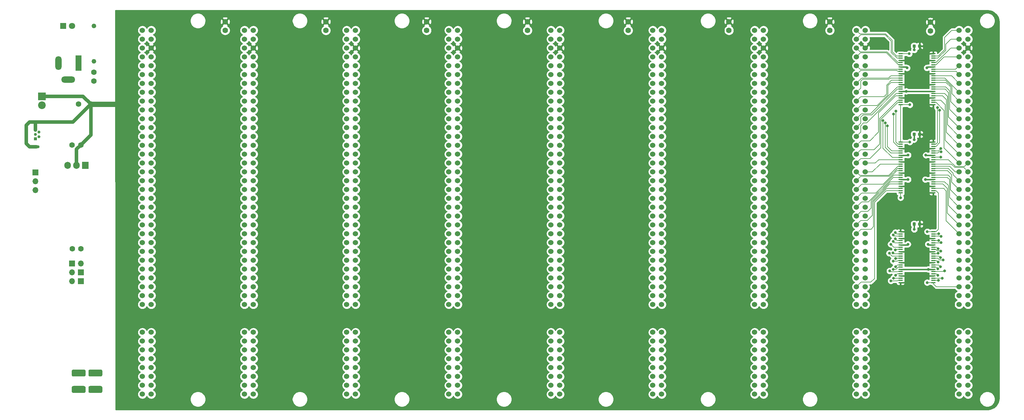
<source format=gbr>
G04 #@! TF.GenerationSoftware,KiCad,Pcbnew,(5.1.5-0-10_14)*
G04 #@! TF.CreationDate,2021-07-25T00:48:49+01:00*
G04 #@! TF.ProjectId,roscbus04,726f7363-6275-4733-9034-2e6b69636164,rev?*
G04 #@! TF.SameCoordinates,Original*
G04 #@! TF.FileFunction,Copper,L1,Top*
G04 #@! TF.FilePolarity,Positive*
%FSLAX46Y46*%
G04 Gerber Fmt 4.6, Leading zero omitted, Abs format (unit mm)*
G04 Created by KiCad (PCBNEW (5.1.5-0-10_14)) date 2021-07-25 00:48:49*
%MOMM*%
%LPD*%
G04 APERTURE LIST*
%ADD10C,1.600000*%
%ADD11C,1.524000*%
%ADD12C,0.100000*%
%ADD13R,1.200000X0.400000*%
%ADD14O,1.905000X2.000000*%
%ADD15R,1.905000X2.000000*%
%ADD16C,1.320800*%
%ADD17C,1.800000*%
%ADD18R,1.800000X1.800000*%
%ADD19O,1.700000X1.700000*%
%ADD20R,1.700000X1.700000*%
%ADD21C,2.200000*%
%ADD22R,2.200000X2.200000*%
%ADD23R,1.800000X4.400000*%
%ADD24O,1.800000X4.000000*%
%ADD25O,4.000000X1.800000*%
%ADD26O,1.850000X0.850000*%
%ADD27C,0.840000*%
%ADD28R,0.840000X0.840000*%
%ADD29C,1.600200*%
%ADD30C,0.800000*%
%ADD31C,0.160000*%
%ADD32C,0.450000*%
%ADD33C,1.500000*%
%ADD34C,1.000000*%
%ADD35C,0.254000*%
G04 APERTURE END LIST*
D10*
X67305000Y-41915000D03*
X67305000Y-44415000D03*
X96207500Y-41915000D03*
X96207500Y-44415000D03*
X125110000Y-41915000D03*
X125110000Y-44415000D03*
X154012500Y-41915000D03*
X154012500Y-44415000D03*
D11*
X43567000Y-131152000D03*
X46107000Y-131152000D03*
X43567000Y-133692000D03*
X46107000Y-133692000D03*
X43567000Y-136232000D03*
X46107000Y-136232000D03*
X43567000Y-138772000D03*
X46107000Y-138772000D03*
X43567000Y-141312000D03*
X46107000Y-141312000D03*
X43567000Y-143852000D03*
X46107000Y-143852000D03*
X43567000Y-146392000D03*
X46107000Y-146392000D03*
X43567000Y-148932000D03*
X46107000Y-148932000D03*
X46107000Y-123132000D03*
X43567000Y-123132000D03*
X46107000Y-120592000D03*
X43567000Y-120592000D03*
X43567000Y-44392000D03*
X46107000Y-44392000D03*
X43567000Y-46932000D03*
X46107000Y-46932000D03*
X43567000Y-49472000D03*
X46107000Y-49472000D03*
X43567000Y-52012000D03*
X46107000Y-52012000D03*
X43567000Y-54552000D03*
X46107000Y-54552000D03*
X43567000Y-57092000D03*
X46107000Y-57092000D03*
X43567000Y-59632000D03*
X46107000Y-59632000D03*
X43567000Y-62172000D03*
X46107000Y-62172000D03*
X43567000Y-64712000D03*
X46107000Y-64712000D03*
X43567000Y-67252000D03*
X46107000Y-67252000D03*
X43567000Y-69792000D03*
X46107000Y-69792000D03*
X43567000Y-72332000D03*
X46107000Y-72332000D03*
X43567000Y-74872000D03*
X46107000Y-74872000D03*
X43567000Y-77412000D03*
X46107000Y-77412000D03*
X43567000Y-79952000D03*
X46107000Y-79952000D03*
X43567000Y-82492000D03*
X46107000Y-82492000D03*
X43567000Y-85032000D03*
X46107000Y-85032000D03*
X43567000Y-87572000D03*
X46107000Y-87572000D03*
X43567000Y-90112000D03*
X46107000Y-90112000D03*
X43567000Y-92652000D03*
X46107000Y-92652000D03*
X43567000Y-95192000D03*
X46107000Y-95192000D03*
X43567000Y-97732000D03*
X46107000Y-97732000D03*
X43567000Y-100272000D03*
X46107000Y-100272000D03*
X43567000Y-102812000D03*
X46107000Y-102812000D03*
X43567000Y-105352000D03*
X46107000Y-105352000D03*
X43567000Y-107892000D03*
X46107000Y-107892000D03*
X43567000Y-110432000D03*
X46107000Y-110432000D03*
X43567000Y-112972000D03*
X46107000Y-112972000D03*
X43567000Y-115512000D03*
X46107000Y-115512000D03*
X43567000Y-118052000D03*
X46107000Y-118052000D03*
X72867000Y-131152000D03*
X75407000Y-131152000D03*
X72867000Y-133692000D03*
X75407000Y-133692000D03*
X72867000Y-136232000D03*
X75407000Y-136232000D03*
X72867000Y-138772000D03*
X75407000Y-138772000D03*
X72867000Y-141312000D03*
X75407000Y-141312000D03*
X72867000Y-143852000D03*
X75407000Y-143852000D03*
X72867000Y-146392000D03*
X75407000Y-146392000D03*
X72867000Y-148932000D03*
X75407000Y-148932000D03*
X75407000Y-123132000D03*
X72867000Y-123132000D03*
X75407000Y-120592000D03*
X72867000Y-120592000D03*
X72867000Y-44392000D03*
X75407000Y-44392000D03*
X72867000Y-46932000D03*
X75407000Y-46932000D03*
X72867000Y-49472000D03*
X75407000Y-49472000D03*
X72867000Y-52012000D03*
X75407000Y-52012000D03*
X72867000Y-54552000D03*
X75407000Y-54552000D03*
X72867000Y-57092000D03*
X75407000Y-57092000D03*
X72867000Y-59632000D03*
X75407000Y-59632000D03*
X72867000Y-62172000D03*
X75407000Y-62172000D03*
X72867000Y-64712000D03*
X75407000Y-64712000D03*
X72867000Y-67252000D03*
X75407000Y-67252000D03*
X72867000Y-69792000D03*
X75407000Y-69792000D03*
X72867000Y-72332000D03*
X75407000Y-72332000D03*
X72867000Y-74872000D03*
X75407000Y-74872000D03*
X72867000Y-77412000D03*
X75407000Y-77412000D03*
X72867000Y-79952000D03*
X75407000Y-79952000D03*
X72867000Y-82492000D03*
X75407000Y-82492000D03*
X72867000Y-85032000D03*
X75407000Y-85032000D03*
X72867000Y-87572000D03*
X75407000Y-87572000D03*
X72867000Y-90112000D03*
X75407000Y-90112000D03*
X72867000Y-92652000D03*
X75407000Y-92652000D03*
X72867000Y-95192000D03*
X75407000Y-95192000D03*
X72867000Y-97732000D03*
X75407000Y-97732000D03*
X72867000Y-100272000D03*
X75407000Y-100272000D03*
X72867000Y-102812000D03*
X75407000Y-102812000D03*
X72867000Y-105352000D03*
X75407000Y-105352000D03*
X72867000Y-107892000D03*
X75407000Y-107892000D03*
X72867000Y-110432000D03*
X75407000Y-110432000D03*
X72867000Y-112972000D03*
X75407000Y-112972000D03*
X72867000Y-115512000D03*
X75407000Y-115512000D03*
X72867000Y-118052000D03*
X75407000Y-118052000D03*
X102167000Y-131152000D03*
X104707000Y-131152000D03*
X102167000Y-133692000D03*
X104707000Y-133692000D03*
X102167000Y-136232000D03*
X104707000Y-136232000D03*
X102167000Y-138772000D03*
X104707000Y-138772000D03*
X102167000Y-141312000D03*
X104707000Y-141312000D03*
X102167000Y-143852000D03*
X104707000Y-143852000D03*
X102167000Y-146392000D03*
X104707000Y-146392000D03*
X102167000Y-148932000D03*
X104707000Y-148932000D03*
X104707000Y-123132000D03*
X102167000Y-123132000D03*
X104707000Y-120592000D03*
X102167000Y-120592000D03*
X102167000Y-44392000D03*
X104707000Y-44392000D03*
X102167000Y-46932000D03*
X104707000Y-46932000D03*
X102167000Y-49472000D03*
X104707000Y-49472000D03*
X102167000Y-52012000D03*
X104707000Y-52012000D03*
X102167000Y-54552000D03*
X104707000Y-54552000D03*
X102167000Y-57092000D03*
X104707000Y-57092000D03*
X102167000Y-59632000D03*
X104707000Y-59632000D03*
X102167000Y-62172000D03*
X104707000Y-62172000D03*
X102167000Y-64712000D03*
X104707000Y-64712000D03*
X102167000Y-67252000D03*
X104707000Y-67252000D03*
X102167000Y-69792000D03*
X104707000Y-69792000D03*
X102167000Y-72332000D03*
X104707000Y-72332000D03*
X102167000Y-74872000D03*
X104707000Y-74872000D03*
X102167000Y-77412000D03*
X104707000Y-77412000D03*
X102167000Y-79952000D03*
X104707000Y-79952000D03*
X102167000Y-82492000D03*
X104707000Y-82492000D03*
X102167000Y-85032000D03*
X104707000Y-85032000D03*
X102167000Y-87572000D03*
X104707000Y-87572000D03*
X102167000Y-90112000D03*
X104707000Y-90112000D03*
X102167000Y-92652000D03*
X104707000Y-92652000D03*
X102167000Y-95192000D03*
X104707000Y-95192000D03*
X102167000Y-97732000D03*
X104707000Y-97732000D03*
X102167000Y-100272000D03*
X104707000Y-100272000D03*
X102167000Y-102812000D03*
X104707000Y-102812000D03*
X102167000Y-105352000D03*
X104707000Y-105352000D03*
X102167000Y-107892000D03*
X104707000Y-107892000D03*
X102167000Y-110432000D03*
X104707000Y-110432000D03*
X102167000Y-112972000D03*
X104707000Y-112972000D03*
X102167000Y-115512000D03*
X104707000Y-115512000D03*
X102167000Y-118052000D03*
X104707000Y-118052000D03*
X131467000Y-131152000D03*
X134007000Y-131152000D03*
X131467000Y-133692000D03*
X134007000Y-133692000D03*
X131467000Y-136232000D03*
X134007000Y-136232000D03*
X131467000Y-138772000D03*
X134007000Y-138772000D03*
X131467000Y-141312000D03*
X134007000Y-141312000D03*
X131467000Y-143852000D03*
X134007000Y-143852000D03*
X131467000Y-146392000D03*
X134007000Y-146392000D03*
X131467000Y-148932000D03*
X134007000Y-148932000D03*
X134007000Y-123132000D03*
X131467000Y-123132000D03*
X134007000Y-120592000D03*
X131467000Y-120592000D03*
X131467000Y-44392000D03*
X134007000Y-44392000D03*
X131467000Y-46932000D03*
X134007000Y-46932000D03*
X131467000Y-49472000D03*
X134007000Y-49472000D03*
X131467000Y-52012000D03*
X134007000Y-52012000D03*
X131467000Y-54552000D03*
X134007000Y-54552000D03*
X131467000Y-57092000D03*
X134007000Y-57092000D03*
X131467000Y-59632000D03*
X134007000Y-59632000D03*
X131467000Y-62172000D03*
X134007000Y-62172000D03*
X131467000Y-64712000D03*
X134007000Y-64712000D03*
X131467000Y-67252000D03*
X134007000Y-67252000D03*
X131467000Y-69792000D03*
X134007000Y-69792000D03*
X131467000Y-72332000D03*
X134007000Y-72332000D03*
X131467000Y-74872000D03*
X134007000Y-74872000D03*
X131467000Y-77412000D03*
X134007000Y-77412000D03*
X131467000Y-79952000D03*
X134007000Y-79952000D03*
X131467000Y-82492000D03*
X134007000Y-82492000D03*
X131467000Y-85032000D03*
X134007000Y-85032000D03*
X131467000Y-87572000D03*
X134007000Y-87572000D03*
X131467000Y-90112000D03*
X134007000Y-90112000D03*
X131467000Y-92652000D03*
X134007000Y-92652000D03*
X131467000Y-95192000D03*
X134007000Y-95192000D03*
X131467000Y-97732000D03*
X134007000Y-97732000D03*
X131467000Y-100272000D03*
X134007000Y-100272000D03*
X131467000Y-102812000D03*
X134007000Y-102812000D03*
X131467000Y-105352000D03*
X134007000Y-105352000D03*
X131467000Y-107892000D03*
X134007000Y-107892000D03*
X131467000Y-110432000D03*
X134007000Y-110432000D03*
X131467000Y-112972000D03*
X134007000Y-112972000D03*
X131467000Y-115512000D03*
X134007000Y-115512000D03*
X131467000Y-118052000D03*
X134007000Y-118052000D03*
G04 #@! TA.AperFunction,SMDPad,CuDef*
D12*
G36*
X266764590Y-48463053D02*
G01*
X266785825Y-48466203D01*
X266806649Y-48471419D01*
X266826861Y-48478651D01*
X266846267Y-48487830D01*
X266864680Y-48498866D01*
X266881923Y-48511654D01*
X266897829Y-48526070D01*
X266912245Y-48541976D01*
X266925033Y-48559219D01*
X266936069Y-48577632D01*
X266945248Y-48597038D01*
X266952480Y-48617250D01*
X266957696Y-48638074D01*
X266960846Y-48659309D01*
X266961899Y-48680750D01*
X266961899Y-49193250D01*
X266960846Y-49214691D01*
X266957696Y-49235926D01*
X266952480Y-49256750D01*
X266945248Y-49276962D01*
X266936069Y-49296368D01*
X266925033Y-49314781D01*
X266912245Y-49332024D01*
X266897829Y-49347930D01*
X266881923Y-49362346D01*
X266864680Y-49375134D01*
X266846267Y-49386170D01*
X266826861Y-49395349D01*
X266806649Y-49402581D01*
X266785825Y-49407797D01*
X266764590Y-49410947D01*
X266743149Y-49412000D01*
X266305649Y-49412000D01*
X266284208Y-49410947D01*
X266262973Y-49407797D01*
X266242149Y-49402581D01*
X266221937Y-49395349D01*
X266202531Y-49386170D01*
X266184118Y-49375134D01*
X266166875Y-49362346D01*
X266150969Y-49347930D01*
X266136553Y-49332024D01*
X266123765Y-49314781D01*
X266112729Y-49296368D01*
X266103550Y-49276962D01*
X266096318Y-49256750D01*
X266091102Y-49235926D01*
X266087952Y-49214691D01*
X266086899Y-49193250D01*
X266086899Y-48680750D01*
X266087952Y-48659309D01*
X266091102Y-48638074D01*
X266096318Y-48617250D01*
X266103550Y-48597038D01*
X266112729Y-48577632D01*
X266123765Y-48559219D01*
X266136553Y-48541976D01*
X266150969Y-48526070D01*
X266166875Y-48511654D01*
X266184118Y-48498866D01*
X266202531Y-48487830D01*
X266221937Y-48478651D01*
X266242149Y-48471419D01*
X266262973Y-48466203D01*
X266284208Y-48463053D01*
X266305649Y-48462000D01*
X266743149Y-48462000D01*
X266764590Y-48463053D01*
G37*
G04 #@! TD.AperFunction*
G04 #@! TA.AperFunction,SMDPad,CuDef*
G36*
X265189590Y-48463053D02*
G01*
X265210825Y-48466203D01*
X265231649Y-48471419D01*
X265251861Y-48478651D01*
X265271267Y-48487830D01*
X265289680Y-48498866D01*
X265306923Y-48511654D01*
X265322829Y-48526070D01*
X265337245Y-48541976D01*
X265350033Y-48559219D01*
X265361069Y-48577632D01*
X265370248Y-48597038D01*
X265377480Y-48617250D01*
X265382696Y-48638074D01*
X265385846Y-48659309D01*
X265386899Y-48680750D01*
X265386899Y-49193250D01*
X265385846Y-49214691D01*
X265382696Y-49235926D01*
X265377480Y-49256750D01*
X265370248Y-49276962D01*
X265361069Y-49296368D01*
X265350033Y-49314781D01*
X265337245Y-49332024D01*
X265322829Y-49347930D01*
X265306923Y-49362346D01*
X265289680Y-49375134D01*
X265271267Y-49386170D01*
X265251861Y-49395349D01*
X265231649Y-49402581D01*
X265210825Y-49407797D01*
X265189590Y-49410947D01*
X265168149Y-49412000D01*
X264730649Y-49412000D01*
X264709208Y-49410947D01*
X264687973Y-49407797D01*
X264667149Y-49402581D01*
X264646937Y-49395349D01*
X264627531Y-49386170D01*
X264609118Y-49375134D01*
X264591875Y-49362346D01*
X264575969Y-49347930D01*
X264561553Y-49332024D01*
X264548765Y-49314781D01*
X264537729Y-49296368D01*
X264528550Y-49276962D01*
X264521318Y-49256750D01*
X264516102Y-49235926D01*
X264512952Y-49214691D01*
X264511899Y-49193250D01*
X264511899Y-48680750D01*
X264512952Y-48659309D01*
X264516102Y-48638074D01*
X264521318Y-48617250D01*
X264528550Y-48597038D01*
X264537729Y-48577632D01*
X264548765Y-48559219D01*
X264561553Y-48541976D01*
X264575969Y-48526070D01*
X264591875Y-48511654D01*
X264609118Y-48498866D01*
X264627531Y-48487830D01*
X264646937Y-48478651D01*
X264667149Y-48471419D01*
X264687973Y-48466203D01*
X264709208Y-48463053D01*
X264730649Y-48462000D01*
X265168149Y-48462000D01*
X265189590Y-48463053D01*
G37*
G04 #@! TD.AperFunction*
G04 #@! TA.AperFunction,SMDPad,CuDef*
G36*
X266764590Y-73788053D02*
G01*
X266785825Y-73791203D01*
X266806649Y-73796419D01*
X266826861Y-73803651D01*
X266846267Y-73812830D01*
X266864680Y-73823866D01*
X266881923Y-73836654D01*
X266897829Y-73851070D01*
X266912245Y-73866976D01*
X266925033Y-73884219D01*
X266936069Y-73902632D01*
X266945248Y-73922038D01*
X266952480Y-73942250D01*
X266957696Y-73963074D01*
X266960846Y-73984309D01*
X266961899Y-74005750D01*
X266961899Y-74518250D01*
X266960846Y-74539691D01*
X266957696Y-74560926D01*
X266952480Y-74581750D01*
X266945248Y-74601962D01*
X266936069Y-74621368D01*
X266925033Y-74639781D01*
X266912245Y-74657024D01*
X266897829Y-74672930D01*
X266881923Y-74687346D01*
X266864680Y-74700134D01*
X266846267Y-74711170D01*
X266826861Y-74720349D01*
X266806649Y-74727581D01*
X266785825Y-74732797D01*
X266764590Y-74735947D01*
X266743149Y-74737000D01*
X266305649Y-74737000D01*
X266284208Y-74735947D01*
X266262973Y-74732797D01*
X266242149Y-74727581D01*
X266221937Y-74720349D01*
X266202531Y-74711170D01*
X266184118Y-74700134D01*
X266166875Y-74687346D01*
X266150969Y-74672930D01*
X266136553Y-74657024D01*
X266123765Y-74639781D01*
X266112729Y-74621368D01*
X266103550Y-74601962D01*
X266096318Y-74581750D01*
X266091102Y-74560926D01*
X266087952Y-74539691D01*
X266086899Y-74518250D01*
X266086899Y-74005750D01*
X266087952Y-73984309D01*
X266091102Y-73963074D01*
X266096318Y-73942250D01*
X266103550Y-73922038D01*
X266112729Y-73902632D01*
X266123765Y-73884219D01*
X266136553Y-73866976D01*
X266150969Y-73851070D01*
X266166875Y-73836654D01*
X266184118Y-73823866D01*
X266202531Y-73812830D01*
X266221937Y-73803651D01*
X266242149Y-73796419D01*
X266262973Y-73791203D01*
X266284208Y-73788053D01*
X266305649Y-73787000D01*
X266743149Y-73787000D01*
X266764590Y-73788053D01*
G37*
G04 #@! TD.AperFunction*
G04 #@! TA.AperFunction,SMDPad,CuDef*
G36*
X265189590Y-73788053D02*
G01*
X265210825Y-73791203D01*
X265231649Y-73796419D01*
X265251861Y-73803651D01*
X265271267Y-73812830D01*
X265289680Y-73823866D01*
X265306923Y-73836654D01*
X265322829Y-73851070D01*
X265337245Y-73866976D01*
X265350033Y-73884219D01*
X265361069Y-73902632D01*
X265370248Y-73922038D01*
X265377480Y-73942250D01*
X265382696Y-73963074D01*
X265385846Y-73984309D01*
X265386899Y-74005750D01*
X265386899Y-74518250D01*
X265385846Y-74539691D01*
X265382696Y-74560926D01*
X265377480Y-74581750D01*
X265370248Y-74601962D01*
X265361069Y-74621368D01*
X265350033Y-74639781D01*
X265337245Y-74657024D01*
X265322829Y-74672930D01*
X265306923Y-74687346D01*
X265289680Y-74700134D01*
X265271267Y-74711170D01*
X265251861Y-74720349D01*
X265231649Y-74727581D01*
X265210825Y-74732797D01*
X265189590Y-74735947D01*
X265168149Y-74737000D01*
X264730649Y-74737000D01*
X264709208Y-74735947D01*
X264687973Y-74732797D01*
X264667149Y-74727581D01*
X264646937Y-74720349D01*
X264627531Y-74711170D01*
X264609118Y-74700134D01*
X264591875Y-74687346D01*
X264575969Y-74672930D01*
X264561553Y-74657024D01*
X264548765Y-74639781D01*
X264537729Y-74621368D01*
X264528550Y-74601962D01*
X264521318Y-74581750D01*
X264516102Y-74560926D01*
X264512952Y-74539691D01*
X264511899Y-74518250D01*
X264511899Y-74005750D01*
X264512952Y-73984309D01*
X264516102Y-73963074D01*
X264521318Y-73942250D01*
X264528550Y-73922038D01*
X264537729Y-73902632D01*
X264548765Y-73884219D01*
X264561553Y-73866976D01*
X264575969Y-73851070D01*
X264591875Y-73836654D01*
X264609118Y-73823866D01*
X264627531Y-73812830D01*
X264646937Y-73803651D01*
X264667149Y-73796419D01*
X264687973Y-73791203D01*
X264709208Y-73788053D01*
X264730649Y-73787000D01*
X265168149Y-73787000D01*
X265189590Y-73788053D01*
G37*
G04 #@! TD.AperFunction*
G04 #@! TA.AperFunction,SMDPad,CuDef*
G36*
X266764590Y-99572053D02*
G01*
X266785825Y-99575203D01*
X266806649Y-99580419D01*
X266826861Y-99587651D01*
X266846267Y-99596830D01*
X266864680Y-99607866D01*
X266881923Y-99620654D01*
X266897829Y-99635070D01*
X266912245Y-99650976D01*
X266925033Y-99668219D01*
X266936069Y-99686632D01*
X266945248Y-99706038D01*
X266952480Y-99726250D01*
X266957696Y-99747074D01*
X266960846Y-99768309D01*
X266961899Y-99789750D01*
X266961899Y-100302250D01*
X266960846Y-100323691D01*
X266957696Y-100344926D01*
X266952480Y-100365750D01*
X266945248Y-100385962D01*
X266936069Y-100405368D01*
X266925033Y-100423781D01*
X266912245Y-100441024D01*
X266897829Y-100456930D01*
X266881923Y-100471346D01*
X266864680Y-100484134D01*
X266846267Y-100495170D01*
X266826861Y-100504349D01*
X266806649Y-100511581D01*
X266785825Y-100516797D01*
X266764590Y-100519947D01*
X266743149Y-100521000D01*
X266305649Y-100521000D01*
X266284208Y-100519947D01*
X266262973Y-100516797D01*
X266242149Y-100511581D01*
X266221937Y-100504349D01*
X266202531Y-100495170D01*
X266184118Y-100484134D01*
X266166875Y-100471346D01*
X266150969Y-100456930D01*
X266136553Y-100441024D01*
X266123765Y-100423781D01*
X266112729Y-100405368D01*
X266103550Y-100385962D01*
X266096318Y-100365750D01*
X266091102Y-100344926D01*
X266087952Y-100323691D01*
X266086899Y-100302250D01*
X266086899Y-99789750D01*
X266087952Y-99768309D01*
X266091102Y-99747074D01*
X266096318Y-99726250D01*
X266103550Y-99706038D01*
X266112729Y-99686632D01*
X266123765Y-99668219D01*
X266136553Y-99650976D01*
X266150969Y-99635070D01*
X266166875Y-99620654D01*
X266184118Y-99607866D01*
X266202531Y-99596830D01*
X266221937Y-99587651D01*
X266242149Y-99580419D01*
X266262973Y-99575203D01*
X266284208Y-99572053D01*
X266305649Y-99571000D01*
X266743149Y-99571000D01*
X266764590Y-99572053D01*
G37*
G04 #@! TD.AperFunction*
G04 #@! TA.AperFunction,SMDPad,CuDef*
G36*
X265189590Y-99572053D02*
G01*
X265210825Y-99575203D01*
X265231649Y-99580419D01*
X265251861Y-99587651D01*
X265271267Y-99596830D01*
X265289680Y-99607866D01*
X265306923Y-99620654D01*
X265322829Y-99635070D01*
X265337245Y-99650976D01*
X265350033Y-99668219D01*
X265361069Y-99686632D01*
X265370248Y-99706038D01*
X265377480Y-99726250D01*
X265382696Y-99747074D01*
X265385846Y-99768309D01*
X265386899Y-99789750D01*
X265386899Y-100302250D01*
X265385846Y-100323691D01*
X265382696Y-100344926D01*
X265377480Y-100365750D01*
X265370248Y-100385962D01*
X265361069Y-100405368D01*
X265350033Y-100423781D01*
X265337245Y-100441024D01*
X265322829Y-100456930D01*
X265306923Y-100471346D01*
X265289680Y-100484134D01*
X265271267Y-100495170D01*
X265251861Y-100504349D01*
X265231649Y-100511581D01*
X265210825Y-100516797D01*
X265189590Y-100519947D01*
X265168149Y-100521000D01*
X264730649Y-100521000D01*
X264709208Y-100519947D01*
X264687973Y-100516797D01*
X264667149Y-100511581D01*
X264646937Y-100504349D01*
X264627531Y-100495170D01*
X264609118Y-100484134D01*
X264591875Y-100471346D01*
X264575969Y-100456930D01*
X264561553Y-100441024D01*
X264548765Y-100423781D01*
X264537729Y-100405368D01*
X264528550Y-100385962D01*
X264521318Y-100365750D01*
X264516102Y-100344926D01*
X264512952Y-100323691D01*
X264511899Y-100302250D01*
X264511899Y-99789750D01*
X264512952Y-99768309D01*
X264516102Y-99747074D01*
X264521318Y-99726250D01*
X264528550Y-99706038D01*
X264537729Y-99686632D01*
X264548765Y-99668219D01*
X264561553Y-99650976D01*
X264575969Y-99635070D01*
X264591875Y-99620654D01*
X264609118Y-99607866D01*
X264627531Y-99596830D01*
X264646937Y-99587651D01*
X264667149Y-99580419D01*
X264687973Y-99575203D01*
X264709208Y-99572053D01*
X264730649Y-99571000D01*
X265168149Y-99571000D01*
X265189590Y-99572053D01*
G37*
G04 #@! TD.AperFunction*
D13*
X270436899Y-76459500D03*
X270436899Y-77094500D03*
X270436899Y-77729500D03*
X270436899Y-78364500D03*
X270436899Y-78999500D03*
X270436899Y-79634500D03*
X270436899Y-80269500D03*
X270436899Y-80904500D03*
X270436899Y-81539500D03*
X270436899Y-82174500D03*
X270436899Y-82809500D03*
X270436899Y-83444500D03*
X270436899Y-84079500D03*
X270436899Y-84714500D03*
X270436899Y-85349500D03*
X270436899Y-85984500D03*
X270436899Y-86619500D03*
X270436899Y-87254500D03*
X270436899Y-87889500D03*
X270436899Y-88524500D03*
X270436899Y-89159500D03*
X270436899Y-89794500D03*
X270436899Y-90429500D03*
X270436899Y-91064500D03*
X261036899Y-91064500D03*
X261036899Y-90429500D03*
X261036899Y-89794500D03*
X261036899Y-89159500D03*
X261036899Y-88524500D03*
X261036899Y-87889500D03*
X261036899Y-87254500D03*
X261036899Y-86619500D03*
X261036899Y-85984500D03*
X261036899Y-85349500D03*
X261036899Y-84714500D03*
X261036899Y-84079500D03*
X261036899Y-83444500D03*
X261036899Y-82809500D03*
X261036899Y-82174500D03*
X261036899Y-81539500D03*
X261036899Y-80904500D03*
X261036899Y-80269500D03*
X261036899Y-79634500D03*
X261036899Y-78999500D03*
X261036899Y-78364500D03*
X261036899Y-77729500D03*
X261036899Y-77094500D03*
X261036899Y-76459500D03*
D11*
X250937000Y-123132000D03*
X248397000Y-123132000D03*
X250937000Y-120592000D03*
X248397000Y-120592000D03*
X248397000Y-44392000D03*
X250937000Y-44392000D03*
X248397000Y-46932000D03*
X250937000Y-46932000D03*
X248397000Y-49472000D03*
X250937000Y-49472000D03*
X248397000Y-52012000D03*
X250937000Y-52012000D03*
X248397000Y-54552000D03*
X250937000Y-54552000D03*
X248397000Y-57092000D03*
X250937000Y-57092000D03*
X248397000Y-59632000D03*
X250937000Y-59632000D03*
X248397000Y-62172000D03*
X250937000Y-62172000D03*
X248397000Y-64712000D03*
X250937000Y-64712000D03*
X248397000Y-67252000D03*
X250937000Y-67252000D03*
X248397000Y-69792000D03*
X250937000Y-69792000D03*
X248397000Y-72332000D03*
X250937000Y-72332000D03*
X248397000Y-74872000D03*
X250937000Y-74872000D03*
X248397000Y-77412000D03*
X250937000Y-77412000D03*
X248397000Y-79952000D03*
X250937000Y-79952000D03*
X248397000Y-82492000D03*
X250937000Y-82492000D03*
X248397000Y-85032000D03*
X250937000Y-85032000D03*
X248397000Y-87572000D03*
X250937000Y-87572000D03*
X248397000Y-90112000D03*
X250937000Y-90112000D03*
X248397000Y-92652000D03*
X250937000Y-92652000D03*
X248397000Y-95192000D03*
X250937000Y-95192000D03*
X248397000Y-97732000D03*
X250937000Y-97732000D03*
X248397000Y-100272000D03*
X250937000Y-100272000D03*
X248397000Y-102812000D03*
X250937000Y-102812000D03*
X248397000Y-105352000D03*
X250937000Y-105352000D03*
X248397000Y-107892000D03*
X250937000Y-107892000D03*
X248397000Y-110432000D03*
X250937000Y-110432000D03*
X248397000Y-112972000D03*
X250937000Y-112972000D03*
X248397000Y-115512000D03*
X250937000Y-115512000D03*
X248397000Y-118052000D03*
X250937000Y-118052000D03*
X277823000Y-131152000D03*
X280363000Y-131152000D03*
X277823000Y-133692000D03*
X280363000Y-133692000D03*
X277823000Y-136232000D03*
X280363000Y-136232000D03*
X277823000Y-138772000D03*
X280363000Y-138772000D03*
X277823000Y-141312000D03*
X280363000Y-141312000D03*
X277823000Y-143852000D03*
X280363000Y-143852000D03*
X277823000Y-146392000D03*
X280363000Y-146392000D03*
X277823000Y-148932000D03*
X280363000Y-148932000D03*
X280363000Y-123132000D03*
X277823000Y-123132000D03*
X280363000Y-120592000D03*
X277823000Y-120592000D03*
X277823000Y-44392000D03*
X280363000Y-44392000D03*
X277823000Y-46932000D03*
X280363000Y-46932000D03*
X277823000Y-49472000D03*
X280363000Y-49472000D03*
X277823000Y-52012000D03*
X280363000Y-52012000D03*
X277823000Y-54552000D03*
X280363000Y-54552000D03*
X277823000Y-57092000D03*
X280363000Y-57092000D03*
X277823000Y-59632000D03*
X280363000Y-59632000D03*
X277823000Y-62172000D03*
X280363000Y-62172000D03*
X277823000Y-64712000D03*
X280363000Y-64712000D03*
X277823000Y-67252000D03*
X280363000Y-67252000D03*
X277823000Y-69792000D03*
X280363000Y-69792000D03*
X277823000Y-72332000D03*
X280363000Y-72332000D03*
X277823000Y-74872000D03*
X280363000Y-74872000D03*
X277823000Y-77412000D03*
X280363000Y-77412000D03*
X277823000Y-79952000D03*
X280363000Y-79952000D03*
X277823000Y-82492000D03*
X280363000Y-82492000D03*
X277823000Y-85032000D03*
X280363000Y-85032000D03*
X277823000Y-87572000D03*
X280363000Y-87572000D03*
X277823000Y-90112000D03*
X280363000Y-90112000D03*
X277823000Y-92652000D03*
X280363000Y-92652000D03*
X277823000Y-95192000D03*
X280363000Y-95192000D03*
X277823000Y-97732000D03*
X280363000Y-97732000D03*
X277823000Y-100272000D03*
X280363000Y-100272000D03*
X277823000Y-102812000D03*
X280363000Y-102812000D03*
X277823000Y-105352000D03*
X280363000Y-105352000D03*
X277823000Y-107892000D03*
X280363000Y-107892000D03*
X277823000Y-110432000D03*
X280363000Y-110432000D03*
X277823000Y-112972000D03*
X280363000Y-112972000D03*
X277823000Y-115512000D03*
X280363000Y-115512000D03*
X277823000Y-118052000D03*
X280363000Y-118052000D03*
D14*
X22120000Y-83200000D03*
X24660000Y-83200000D03*
D15*
X27200000Y-83200000D03*
G04 #@! TA.AperFunction,ComponentPad*
D12*
G36*
X31644009Y-141832408D02*
G01*
X31692545Y-141839607D01*
X31740142Y-141851530D01*
X31786342Y-141868060D01*
X31830698Y-141889039D01*
X31872785Y-141914265D01*
X31912197Y-141943495D01*
X31948553Y-141976447D01*
X31981505Y-142012803D01*
X32010735Y-142052215D01*
X32035961Y-142094302D01*
X32056940Y-142138658D01*
X32073470Y-142184858D01*
X32085393Y-142232455D01*
X32092592Y-142280991D01*
X32095000Y-142330000D01*
X32095000Y-143330000D01*
X32092592Y-143379009D01*
X32085393Y-143427545D01*
X32073470Y-143475142D01*
X32056940Y-143521342D01*
X32035961Y-143565698D01*
X32010735Y-143607785D01*
X31981505Y-143647197D01*
X31948553Y-143683553D01*
X31912197Y-143716505D01*
X31872785Y-143745735D01*
X31830698Y-143770961D01*
X31786342Y-143791940D01*
X31740142Y-143808470D01*
X31692545Y-143820393D01*
X31644009Y-143827592D01*
X31595000Y-143830000D01*
X28595000Y-143830000D01*
X28545991Y-143827592D01*
X28497455Y-143820393D01*
X28449858Y-143808470D01*
X28403658Y-143791940D01*
X28359302Y-143770961D01*
X28317215Y-143745735D01*
X28277803Y-143716505D01*
X28241447Y-143683553D01*
X28208495Y-143647197D01*
X28179265Y-143607785D01*
X28154039Y-143565698D01*
X28133060Y-143521342D01*
X28116530Y-143475142D01*
X28104607Y-143427545D01*
X28097408Y-143379009D01*
X28095000Y-143330000D01*
X28095000Y-142330000D01*
X28097408Y-142280991D01*
X28104607Y-142232455D01*
X28116530Y-142184858D01*
X28133060Y-142138658D01*
X28154039Y-142094302D01*
X28179265Y-142052215D01*
X28208495Y-142012803D01*
X28241447Y-141976447D01*
X28277803Y-141943495D01*
X28317215Y-141914265D01*
X28359302Y-141889039D01*
X28403658Y-141868060D01*
X28449858Y-141851530D01*
X28497455Y-141839607D01*
X28545991Y-141832408D01*
X28595000Y-141830000D01*
X31595000Y-141830000D01*
X31644009Y-141832408D01*
G37*
G04 #@! TD.AperFunction*
G04 #@! TA.AperFunction,ComponentPad*
G36*
X26844009Y-141832408D02*
G01*
X26892545Y-141839607D01*
X26940142Y-141851530D01*
X26986342Y-141868060D01*
X27030698Y-141889039D01*
X27072785Y-141914265D01*
X27112197Y-141943495D01*
X27148553Y-141976447D01*
X27181505Y-142012803D01*
X27210735Y-142052215D01*
X27235961Y-142094302D01*
X27256940Y-142138658D01*
X27273470Y-142184858D01*
X27285393Y-142232455D01*
X27292592Y-142280991D01*
X27295000Y-142330000D01*
X27295000Y-143330000D01*
X27292592Y-143379009D01*
X27285393Y-143427545D01*
X27273470Y-143475142D01*
X27256940Y-143521342D01*
X27235961Y-143565698D01*
X27210735Y-143607785D01*
X27181505Y-143647197D01*
X27148553Y-143683553D01*
X27112197Y-143716505D01*
X27072785Y-143745735D01*
X27030698Y-143770961D01*
X26986342Y-143791940D01*
X26940142Y-143808470D01*
X26892545Y-143820393D01*
X26844009Y-143827592D01*
X26795000Y-143830000D01*
X23795000Y-143830000D01*
X23745991Y-143827592D01*
X23697455Y-143820393D01*
X23649858Y-143808470D01*
X23603658Y-143791940D01*
X23559302Y-143770961D01*
X23517215Y-143745735D01*
X23477803Y-143716505D01*
X23441447Y-143683553D01*
X23408495Y-143647197D01*
X23379265Y-143607785D01*
X23354039Y-143565698D01*
X23333060Y-143521342D01*
X23316530Y-143475142D01*
X23304607Y-143427545D01*
X23297408Y-143379009D01*
X23295000Y-143330000D01*
X23295000Y-142330000D01*
X23297408Y-142280991D01*
X23304607Y-142232455D01*
X23316530Y-142184858D01*
X23333060Y-142138658D01*
X23354039Y-142094302D01*
X23379265Y-142052215D01*
X23408495Y-142012803D01*
X23441447Y-141976447D01*
X23477803Y-141943495D01*
X23517215Y-141914265D01*
X23559302Y-141889039D01*
X23603658Y-141868060D01*
X23649858Y-141851530D01*
X23697455Y-141839607D01*
X23745991Y-141832408D01*
X23795000Y-141830000D01*
X26795000Y-141830000D01*
X26844009Y-141832408D01*
G37*
G04 #@! TD.AperFunction*
G04 #@! TA.AperFunction,ComponentPad*
G36*
X26844009Y-146562408D02*
G01*
X26892545Y-146569607D01*
X26940142Y-146581530D01*
X26986342Y-146598060D01*
X27030698Y-146619039D01*
X27072785Y-146644265D01*
X27112197Y-146673495D01*
X27148553Y-146706447D01*
X27181505Y-146742803D01*
X27210735Y-146782215D01*
X27235961Y-146824302D01*
X27256940Y-146868658D01*
X27273470Y-146914858D01*
X27285393Y-146962455D01*
X27292592Y-147010991D01*
X27295000Y-147060000D01*
X27295000Y-148060000D01*
X27292592Y-148109009D01*
X27285393Y-148157545D01*
X27273470Y-148205142D01*
X27256940Y-148251342D01*
X27235961Y-148295698D01*
X27210735Y-148337785D01*
X27181505Y-148377197D01*
X27148553Y-148413553D01*
X27112197Y-148446505D01*
X27072785Y-148475735D01*
X27030698Y-148500961D01*
X26986342Y-148521940D01*
X26940142Y-148538470D01*
X26892545Y-148550393D01*
X26844009Y-148557592D01*
X26795000Y-148560000D01*
X23795000Y-148560000D01*
X23745991Y-148557592D01*
X23697455Y-148550393D01*
X23649858Y-148538470D01*
X23603658Y-148521940D01*
X23559302Y-148500961D01*
X23517215Y-148475735D01*
X23477803Y-148446505D01*
X23441447Y-148413553D01*
X23408495Y-148377197D01*
X23379265Y-148337785D01*
X23354039Y-148295698D01*
X23333060Y-148251342D01*
X23316530Y-148205142D01*
X23304607Y-148157545D01*
X23297408Y-148109009D01*
X23295000Y-148060000D01*
X23295000Y-147060000D01*
X23297408Y-147010991D01*
X23304607Y-146962455D01*
X23316530Y-146914858D01*
X23333060Y-146868658D01*
X23354039Y-146824302D01*
X23379265Y-146782215D01*
X23408495Y-146742803D01*
X23441447Y-146706447D01*
X23477803Y-146673495D01*
X23517215Y-146644265D01*
X23559302Y-146619039D01*
X23603658Y-146598060D01*
X23649858Y-146581530D01*
X23697455Y-146569607D01*
X23745991Y-146562408D01*
X23795000Y-146560000D01*
X26795000Y-146560000D01*
X26844009Y-146562408D01*
G37*
G04 #@! TD.AperFunction*
G04 #@! TA.AperFunction,ComponentPad*
G36*
X31644009Y-146562408D02*
G01*
X31692545Y-146569607D01*
X31740142Y-146581530D01*
X31786342Y-146598060D01*
X31830698Y-146619039D01*
X31872785Y-146644265D01*
X31912197Y-146673495D01*
X31948553Y-146706447D01*
X31981505Y-146742803D01*
X32010735Y-146782215D01*
X32035961Y-146824302D01*
X32056940Y-146868658D01*
X32073470Y-146914858D01*
X32085393Y-146962455D01*
X32092592Y-147010991D01*
X32095000Y-147060000D01*
X32095000Y-148060000D01*
X32092592Y-148109009D01*
X32085393Y-148157545D01*
X32073470Y-148205142D01*
X32056940Y-148251342D01*
X32035961Y-148295698D01*
X32010735Y-148337785D01*
X31981505Y-148377197D01*
X31948553Y-148413553D01*
X31912197Y-148446505D01*
X31872785Y-148475735D01*
X31830698Y-148500961D01*
X31786342Y-148521940D01*
X31740142Y-148538470D01*
X31692545Y-148550393D01*
X31644009Y-148557592D01*
X31595000Y-148560000D01*
X28595000Y-148560000D01*
X28545991Y-148557592D01*
X28497455Y-148550393D01*
X28449858Y-148538470D01*
X28403658Y-148521940D01*
X28359302Y-148500961D01*
X28317215Y-148475735D01*
X28277803Y-148446505D01*
X28241447Y-148413553D01*
X28208495Y-148377197D01*
X28179265Y-148337785D01*
X28154039Y-148295698D01*
X28133060Y-148251342D01*
X28116530Y-148205142D01*
X28104607Y-148157545D01*
X28097408Y-148109009D01*
X28095000Y-148060000D01*
X28095000Y-147060000D01*
X28097408Y-147010991D01*
X28104607Y-146962455D01*
X28116530Y-146914858D01*
X28133060Y-146868658D01*
X28154039Y-146824302D01*
X28179265Y-146782215D01*
X28208495Y-146742803D01*
X28241447Y-146706447D01*
X28277803Y-146673495D01*
X28317215Y-146644265D01*
X28359302Y-146619039D01*
X28403658Y-146598060D01*
X28449858Y-146581530D01*
X28497455Y-146569607D01*
X28545991Y-146562408D01*
X28595000Y-146560000D01*
X31595000Y-146560000D01*
X31644009Y-146562408D01*
G37*
G04 #@! TD.AperFunction*
D16*
X29660000Y-43137000D03*
X29660000Y-53297000D03*
D17*
X23425000Y-43140000D03*
D18*
X20885000Y-43140000D03*
D19*
X25955000Y-111390000D03*
D20*
X23415000Y-111390000D03*
D19*
X23415000Y-113940000D03*
D20*
X25955000Y-113940000D03*
D19*
X23415000Y-116465000D03*
D20*
X25955000Y-116465000D03*
D19*
X12920000Y-90310000D03*
X12920000Y-87770000D03*
D20*
X12920000Y-85230000D03*
D21*
X14785000Y-65890000D03*
D22*
X14785000Y-63350000D03*
D23*
X25285000Y-53780000D03*
D24*
X19485000Y-53780000D03*
D25*
X22285000Y-58580000D03*
D26*
X13135000Y-70715000D03*
X13135000Y-77865000D03*
D27*
X12915000Y-72990000D03*
X13915000Y-73640000D03*
X12915000Y-74290000D03*
X13915000Y-74940000D03*
D28*
X12915000Y-75590000D03*
D13*
X270436899Y-51134500D03*
X270436899Y-51769500D03*
X270436899Y-52404500D03*
X270436899Y-53039500D03*
X270436899Y-53674500D03*
X270436899Y-54309500D03*
X270436899Y-54944500D03*
X270436899Y-55579500D03*
X270436899Y-56214500D03*
X270436899Y-56849500D03*
X270436899Y-57484500D03*
X270436899Y-58119500D03*
X270436899Y-58754500D03*
X270436899Y-59389500D03*
X270436899Y-60024500D03*
X270436899Y-60659500D03*
X270436899Y-61294500D03*
X270436899Y-61929500D03*
X270436899Y-62564500D03*
X270436899Y-63199500D03*
X270436899Y-63834500D03*
X270436899Y-64469500D03*
X270436899Y-65104500D03*
X270436899Y-65739500D03*
X261036899Y-65739500D03*
X261036899Y-65104500D03*
X261036899Y-64469500D03*
X261036899Y-63834500D03*
X261036899Y-63199500D03*
X261036899Y-62564500D03*
X261036899Y-61929500D03*
X261036899Y-61294500D03*
X261036899Y-60659500D03*
X261036899Y-60024500D03*
X261036899Y-59389500D03*
X261036899Y-58754500D03*
X261036899Y-58119500D03*
X261036899Y-57484500D03*
X261036899Y-56849500D03*
X261036899Y-56214500D03*
X261036899Y-55579500D03*
X261036899Y-54944500D03*
X261036899Y-54309500D03*
X261036899Y-53674500D03*
X261036899Y-53039500D03*
X261036899Y-52404500D03*
X261036899Y-51769500D03*
X261036899Y-51134500D03*
X261036899Y-116848500D03*
X261036899Y-116213500D03*
X261036899Y-115578500D03*
X261036899Y-114943500D03*
X261036899Y-114308500D03*
X261036899Y-113673500D03*
X261036899Y-113038500D03*
X261036899Y-112403500D03*
X261036899Y-111768500D03*
X261036899Y-111133500D03*
X261036899Y-110498500D03*
X261036899Y-109863500D03*
X261036899Y-109228500D03*
X261036899Y-108593500D03*
X261036899Y-107958500D03*
X261036899Y-107323500D03*
X261036899Y-106688500D03*
X261036899Y-106053500D03*
X261036899Y-105418500D03*
X261036899Y-104783500D03*
X261036899Y-104148500D03*
X261036899Y-103513500D03*
X261036899Y-102878500D03*
X261036899Y-102243500D03*
X270436899Y-102243500D03*
X270436899Y-102878500D03*
X270436899Y-103513500D03*
X270436899Y-104148500D03*
X270436899Y-104783500D03*
X270436899Y-105418500D03*
X270436899Y-106053500D03*
X270436899Y-106688500D03*
X270436899Y-107323500D03*
X270436899Y-107958500D03*
X270436899Y-108593500D03*
X270436899Y-109228500D03*
X270436899Y-109863500D03*
X270436899Y-110498500D03*
X270436899Y-111133500D03*
X270436899Y-111768500D03*
X270436899Y-112403500D03*
X270436899Y-113038500D03*
X270436899Y-113673500D03*
X270436899Y-114308500D03*
X270436899Y-114943500D03*
X270436899Y-115578500D03*
X270436899Y-116213500D03*
X270436899Y-116848500D03*
D10*
X25910000Y-77320000D03*
X23410000Y-77320000D03*
X29660000Y-58951000D03*
X29660000Y-56451000D03*
X269615000Y-42073000D03*
X269615000Y-44573000D03*
X240720000Y-41915000D03*
X240720000Y-44415000D03*
X211817500Y-41915000D03*
X211817500Y-44415000D03*
X182915000Y-41915000D03*
X182915000Y-44415000D03*
X25974000Y-107121000D03*
X23474000Y-107121000D03*
D29*
X28778000Y-65600000D03*
X25222000Y-65600000D03*
D11*
X248397000Y-131152000D03*
X250937000Y-131152000D03*
X248397000Y-133692000D03*
X250937000Y-133692000D03*
X248397000Y-136232000D03*
X250937000Y-136232000D03*
X248397000Y-138772000D03*
X250937000Y-138772000D03*
X248397000Y-141312000D03*
X250937000Y-141312000D03*
X248397000Y-143852000D03*
X250937000Y-143852000D03*
X248397000Y-146392000D03*
X250937000Y-146392000D03*
X248397000Y-148932000D03*
X250937000Y-148932000D03*
X219187000Y-131152000D03*
X221727000Y-131152000D03*
X219187000Y-133692000D03*
X221727000Y-133692000D03*
X219187000Y-136232000D03*
X221727000Y-136232000D03*
X219187000Y-138772000D03*
X221727000Y-138772000D03*
X219187000Y-141312000D03*
X221727000Y-141312000D03*
X219187000Y-143852000D03*
X221727000Y-143852000D03*
X219187000Y-146392000D03*
X221727000Y-146392000D03*
X219187000Y-148932000D03*
X221727000Y-148932000D03*
X221727000Y-123132000D03*
X219187000Y-123132000D03*
X221727000Y-120592000D03*
X219187000Y-120592000D03*
X219187000Y-44392000D03*
X221727000Y-44392000D03*
X219187000Y-46932000D03*
X221727000Y-46932000D03*
X219187000Y-49472000D03*
X221727000Y-49472000D03*
X219187000Y-52012000D03*
X221727000Y-52012000D03*
X219187000Y-54552000D03*
X221727000Y-54552000D03*
X219187000Y-57092000D03*
X221727000Y-57092000D03*
X219187000Y-59632000D03*
X221727000Y-59632000D03*
X219187000Y-62172000D03*
X221727000Y-62172000D03*
X219187000Y-64712000D03*
X221727000Y-64712000D03*
X219187000Y-67252000D03*
X221727000Y-67252000D03*
X219187000Y-69792000D03*
X221727000Y-69792000D03*
X219187000Y-72332000D03*
X221727000Y-72332000D03*
X219187000Y-74872000D03*
X221727000Y-74872000D03*
X219187000Y-77412000D03*
X221727000Y-77412000D03*
X219187000Y-79952000D03*
X221727000Y-79952000D03*
X219187000Y-82492000D03*
X221727000Y-82492000D03*
X219187000Y-85032000D03*
X221727000Y-85032000D03*
X219187000Y-87572000D03*
X221727000Y-87572000D03*
X219187000Y-90112000D03*
X221727000Y-90112000D03*
X219187000Y-92652000D03*
X221727000Y-92652000D03*
X219187000Y-95192000D03*
X221727000Y-95192000D03*
X219187000Y-97732000D03*
X221727000Y-97732000D03*
X219187000Y-100272000D03*
X221727000Y-100272000D03*
X219187000Y-102812000D03*
X221727000Y-102812000D03*
X219187000Y-105352000D03*
X221727000Y-105352000D03*
X219187000Y-107892000D03*
X221727000Y-107892000D03*
X219187000Y-110432000D03*
X221727000Y-110432000D03*
X219187000Y-112972000D03*
X221727000Y-112972000D03*
X219187000Y-115512000D03*
X221727000Y-115512000D03*
X219187000Y-118052000D03*
X221727000Y-118052000D03*
X189977000Y-131152000D03*
X192517000Y-131152000D03*
X189977000Y-133692000D03*
X192517000Y-133692000D03*
X189977000Y-136232000D03*
X192517000Y-136232000D03*
X189977000Y-138772000D03*
X192517000Y-138772000D03*
X189977000Y-141312000D03*
X192517000Y-141312000D03*
X189977000Y-143852000D03*
X192517000Y-143852000D03*
X189977000Y-146392000D03*
X192517000Y-146392000D03*
X189977000Y-148932000D03*
X192517000Y-148932000D03*
X192517000Y-123132000D03*
X189977000Y-123132000D03*
X192517000Y-120592000D03*
X189977000Y-120592000D03*
X189977000Y-44392000D03*
X192517000Y-44392000D03*
X189977000Y-46932000D03*
X192517000Y-46932000D03*
X189977000Y-49472000D03*
X192517000Y-49472000D03*
X189977000Y-52012000D03*
X192517000Y-52012000D03*
X189977000Y-54552000D03*
X192517000Y-54552000D03*
X189977000Y-57092000D03*
X192517000Y-57092000D03*
X189977000Y-59632000D03*
X192517000Y-59632000D03*
X189977000Y-62172000D03*
X192517000Y-62172000D03*
X189977000Y-64712000D03*
X192517000Y-64712000D03*
X189977000Y-67252000D03*
X192517000Y-67252000D03*
X189977000Y-69792000D03*
X192517000Y-69792000D03*
X189977000Y-72332000D03*
X192517000Y-72332000D03*
X189977000Y-74872000D03*
X192517000Y-74872000D03*
X189977000Y-77412000D03*
X192517000Y-77412000D03*
X189977000Y-79952000D03*
X192517000Y-79952000D03*
X189977000Y-82492000D03*
X192517000Y-82492000D03*
X189977000Y-85032000D03*
X192517000Y-85032000D03*
X189977000Y-87572000D03*
X192517000Y-87572000D03*
X189977000Y-90112000D03*
X192517000Y-90112000D03*
X189977000Y-92652000D03*
X192517000Y-92652000D03*
X189977000Y-95192000D03*
X192517000Y-95192000D03*
X189977000Y-97732000D03*
X192517000Y-97732000D03*
X189977000Y-100272000D03*
X192517000Y-100272000D03*
X189977000Y-102812000D03*
X192517000Y-102812000D03*
X189977000Y-105352000D03*
X192517000Y-105352000D03*
X189977000Y-107892000D03*
X192517000Y-107892000D03*
X189977000Y-110432000D03*
X192517000Y-110432000D03*
X189977000Y-112972000D03*
X192517000Y-112972000D03*
X189977000Y-115512000D03*
X192517000Y-115512000D03*
X189977000Y-118052000D03*
X192517000Y-118052000D03*
X160767000Y-131152000D03*
X163307000Y-131152000D03*
X160767000Y-133692000D03*
X163307000Y-133692000D03*
X160767000Y-136232000D03*
X163307000Y-136232000D03*
X160767000Y-138772000D03*
X163307000Y-138772000D03*
X160767000Y-141312000D03*
X163307000Y-141312000D03*
X160767000Y-143852000D03*
X163307000Y-143852000D03*
X160767000Y-146392000D03*
X163307000Y-146392000D03*
X160767000Y-148932000D03*
X163307000Y-148932000D03*
X163307000Y-123132000D03*
X160767000Y-123132000D03*
X163307000Y-120592000D03*
X160767000Y-120592000D03*
X160767000Y-44392000D03*
X163307000Y-44392000D03*
X160767000Y-46932000D03*
X163307000Y-46932000D03*
X160767000Y-49472000D03*
X163307000Y-49472000D03*
X160767000Y-52012000D03*
X163307000Y-52012000D03*
X160767000Y-54552000D03*
X163307000Y-54552000D03*
X160767000Y-57092000D03*
X163307000Y-57092000D03*
X160767000Y-59632000D03*
X163307000Y-59632000D03*
X160767000Y-62172000D03*
X163307000Y-62172000D03*
X160767000Y-64712000D03*
X163307000Y-64712000D03*
X160767000Y-67252000D03*
X163307000Y-67252000D03*
X160767000Y-69792000D03*
X163307000Y-69792000D03*
X160767000Y-72332000D03*
X163307000Y-72332000D03*
X160767000Y-74872000D03*
X163307000Y-74872000D03*
X160767000Y-77412000D03*
X163307000Y-77412000D03*
X160767000Y-79952000D03*
X163307000Y-79952000D03*
X160767000Y-82492000D03*
X163307000Y-82492000D03*
X160767000Y-85032000D03*
X163307000Y-85032000D03*
X160767000Y-87572000D03*
X163307000Y-87572000D03*
X160767000Y-90112000D03*
X163307000Y-90112000D03*
X160767000Y-92652000D03*
X163307000Y-92652000D03*
X160767000Y-95192000D03*
X163307000Y-95192000D03*
X160767000Y-97732000D03*
X163307000Y-97732000D03*
X160767000Y-100272000D03*
X163307000Y-100272000D03*
X160767000Y-102812000D03*
X163307000Y-102812000D03*
X160767000Y-105352000D03*
X163307000Y-105352000D03*
X160767000Y-107892000D03*
X163307000Y-107892000D03*
X160767000Y-110432000D03*
X163307000Y-110432000D03*
X160767000Y-112972000D03*
X163307000Y-112972000D03*
X160767000Y-115512000D03*
X163307000Y-115512000D03*
X160767000Y-118052000D03*
X163307000Y-118052000D03*
D30*
X271741000Y-114783000D03*
X272986000Y-115586000D03*
X273656000Y-113503000D03*
X271852000Y-116218500D03*
X271728000Y-112917000D03*
X268661000Y-116855000D03*
X268702000Y-102225000D03*
X272473000Y-112274000D03*
X271785000Y-110994000D03*
X273226980Y-110344731D03*
X272505000Y-109712000D03*
X261040000Y-92468000D03*
X263496000Y-51111000D03*
X263699000Y-65780000D03*
X263685000Y-76473000D03*
X271804000Y-108432000D03*
X272532114Y-107801491D03*
X271848000Y-107128000D03*
X272651353Y-105408330D03*
X271937000Y-104767000D03*
X272639461Y-103579800D03*
X271992000Y-102871000D03*
X272610000Y-78375000D03*
X272612299Y-79334999D03*
X272607000Y-80859000D03*
X272253000Y-67386881D03*
X271613000Y-66608000D03*
X263189000Y-80248000D03*
X263189000Y-87236000D03*
X262701000Y-61908000D03*
X262910000Y-55192000D03*
X264971000Y-50020000D03*
X264911000Y-75782000D03*
X264952000Y-101553000D03*
X269011000Y-113051000D03*
X268917000Y-105848000D03*
X268595000Y-55183000D03*
X268289000Y-80254000D03*
X268125000Y-87246000D03*
X263134000Y-105848000D03*
X258258000Y-116353000D03*
X258983000Y-115582000D03*
X259578000Y-114783000D03*
X257918000Y-113503000D03*
X258955000Y-113095000D03*
X259578000Y-112274000D03*
X258914000Y-110688000D03*
X259606000Y-109907000D03*
X257806000Y-108432000D03*
X258874000Y-108329000D03*
X259514000Y-107449000D03*
X258233000Y-105848000D03*
X258927000Y-105020000D03*
X259541000Y-104246000D03*
X258900000Y-103205000D03*
X259541000Y-102458000D03*
X259667000Y-67638000D03*
X259027000Y-68419382D03*
X256001258Y-70285238D03*
X256641258Y-71035992D03*
X257283000Y-71876286D03*
D31*
X271266500Y-114308500D02*
X271741000Y-114783000D01*
X270436899Y-114308500D02*
X271266500Y-114308500D01*
X272978500Y-115578500D02*
X272986000Y-115586000D01*
X270436899Y-115578500D02*
X272978500Y-115578500D01*
X270436899Y-113673500D02*
X272409500Y-113673500D01*
X273485500Y-113673500D02*
X273656000Y-113503000D01*
X272409500Y-113673500D02*
X273485500Y-113673500D01*
X271847000Y-116213500D02*
X271852000Y-116218500D01*
X270436899Y-116213500D02*
X271847000Y-116213500D01*
X271214500Y-112403500D02*
X271728000Y-112917000D01*
X270436899Y-112403500D02*
X271214500Y-112403500D01*
X271196899Y-102243500D02*
X270436899Y-102243500D01*
X271912000Y-101528399D02*
X271196899Y-102243500D01*
X271912000Y-91144601D02*
X271912000Y-101528399D01*
X271196899Y-90429500D02*
X271912000Y-91144601D01*
X270436899Y-90429500D02*
X271196899Y-90429500D01*
X271280399Y-118052000D02*
X276745370Y-118052000D01*
X270436899Y-117208500D02*
X271280399Y-118052000D01*
X276745370Y-118052000D02*
X277823000Y-118052000D01*
X270436899Y-116848500D02*
X270436899Y-117208500D01*
X268667500Y-116848500D02*
X268661000Y-116855000D01*
X270436899Y-116848500D02*
X268667500Y-116848500D01*
X270418399Y-102225000D02*
X270436899Y-102243500D01*
X268702000Y-102225000D02*
X270418399Y-102225000D01*
X271967500Y-111768500D02*
X272473000Y-112274000D01*
X270436899Y-111768500D02*
X271967500Y-111768500D01*
X271289500Y-110498500D02*
X271785000Y-110994000D01*
X270436899Y-110498500D02*
X271289500Y-110498500D01*
X273219710Y-110352001D02*
X273226980Y-110344731D01*
X272197799Y-110352001D02*
X273219710Y-110352001D01*
X271709298Y-109863500D02*
X272197799Y-110352001D01*
X270436899Y-109863500D02*
X271709298Y-109863500D01*
X272021500Y-109228500D02*
X272505000Y-109712000D01*
X270436899Y-109228500D02*
X272021500Y-109228500D01*
X261036899Y-76099500D02*
X261036899Y-65739500D01*
X261036899Y-76459500D02*
X261036899Y-76099500D01*
X261036899Y-92464899D02*
X261040000Y-92468000D01*
X261036899Y-91064500D02*
X261036899Y-92464899D01*
X263472500Y-51134500D02*
X263496000Y-51111000D01*
X261036899Y-51134500D02*
X263472500Y-51134500D01*
X261077399Y-65780000D02*
X261036899Y-65739500D01*
X263699000Y-65780000D02*
X261077399Y-65780000D01*
X263671500Y-76459500D02*
X263685000Y-76473000D01*
X261036899Y-76459500D02*
X263671500Y-76459500D01*
X271642500Y-108593500D02*
X271804000Y-108432000D01*
X270436899Y-108593500D02*
X271642500Y-108593500D01*
X272498624Y-107768001D02*
X272532114Y-107801491D01*
X271540799Y-107768001D02*
X272498624Y-107768001D01*
X271096298Y-107323500D02*
X271540799Y-107768001D01*
X270436899Y-107323500D02*
X271096298Y-107323500D01*
X271196899Y-89794500D02*
X271198399Y-89796000D01*
X270436899Y-89794500D02*
X271196899Y-89794500D01*
X273386000Y-89796000D02*
X274121950Y-90531950D01*
X271198399Y-89796000D02*
X273386000Y-89796000D01*
X274121950Y-99110950D02*
X277823000Y-102812000D01*
X274121950Y-90531950D02*
X274121950Y-99110950D01*
X271408500Y-106688500D02*
X271848000Y-107128000D01*
X270436899Y-106688500D02*
X271408500Y-106688500D01*
X270436899Y-88524500D02*
X273170460Y-88524500D01*
X274441960Y-89796000D02*
X274441960Y-96890960D01*
X277061001Y-99510001D02*
X277823000Y-100272000D01*
X274441960Y-96890960D02*
X277061001Y-99510001D01*
X273170460Y-88524500D02*
X274441960Y-89796000D01*
X272641183Y-105418500D02*
X272651353Y-105408330D01*
X270436899Y-105418500D02*
X272641183Y-105418500D01*
X270436899Y-87889500D02*
X273685500Y-87889500D01*
X273685500Y-87889500D02*
X274761970Y-88965970D01*
X274761970Y-94670970D02*
X277823000Y-97732000D01*
X274761970Y-88965970D02*
X274761970Y-94670970D01*
X271920500Y-104783500D02*
X271937000Y-104767000D01*
X270436899Y-104783500D02*
X271920500Y-104783500D01*
X270436899Y-86619500D02*
X274455500Y-86619500D01*
X277061001Y-94430001D02*
X277823000Y-95192000D01*
X275081980Y-92450980D02*
X277061001Y-94430001D01*
X275081980Y-87245980D02*
X275081980Y-92450980D01*
X274455500Y-86619500D02*
X275081980Y-87245980D01*
X272573161Y-103513500D02*
X272639461Y-103579800D01*
X270436899Y-103513500D02*
X272573161Y-103513500D01*
X271196899Y-85984500D02*
X271199399Y-85987000D01*
X270436899Y-85984500D02*
X271196899Y-85984500D01*
X271199399Y-85987000D02*
X274694000Y-85987000D01*
X277061001Y-91890001D02*
X277823000Y-92652000D01*
X275401990Y-90230990D02*
X277061001Y-91890001D01*
X275401990Y-86694990D02*
X275401990Y-90230990D01*
X274694000Y-85987000D02*
X275401990Y-86694990D01*
X271984500Y-102878500D02*
X271992000Y-102871000D01*
X270436899Y-102878500D02*
X271984500Y-102878500D01*
X270436899Y-84714500D02*
X274520500Y-84714500D01*
X274520500Y-84714500D02*
X275722000Y-85916000D01*
X275722000Y-88011000D02*
X277823000Y-90112000D01*
X275722000Y-85916000D02*
X275722000Y-88011000D01*
X270501500Y-84079500D02*
X270537000Y-84044000D01*
X270436899Y-84079500D02*
X270501500Y-84079500D01*
X270537000Y-84044000D02*
X274710000Y-84044000D01*
X274946000Y-84280000D02*
X274946000Y-84281000D01*
X274710000Y-84044000D02*
X274946000Y-84280000D01*
X274946000Y-84281000D02*
X276158000Y-85493000D01*
X276158000Y-85907000D02*
X277823000Y-87572000D01*
X276158000Y-85493000D02*
X276158000Y-85907000D01*
X275625938Y-82809500D02*
X276630449Y-83814011D01*
X270436899Y-82809500D02*
X275625938Y-82809500D01*
X279145011Y-83814011D02*
X280363000Y-85032000D01*
X276630449Y-83814011D02*
X279145011Y-83814011D01*
X270436899Y-83444500D02*
X275108500Y-83444500D01*
X276696000Y-85032000D02*
X277823000Y-85032000D01*
X275108500Y-83444500D02*
X276696000Y-85032000D01*
X270436899Y-81539500D02*
X274808500Y-81539500D01*
X279601001Y-83253999D02*
X280363000Y-82492000D01*
X279360999Y-83494001D02*
X279601001Y-83253999D01*
X276763001Y-83494001D02*
X279360999Y-83494001D01*
X274808500Y-81539500D02*
X276763001Y-83494001D01*
X271196899Y-65104500D02*
X273517930Y-67425531D01*
X270436899Y-65104500D02*
X271196899Y-65104500D01*
X273517930Y-78186930D02*
X277823000Y-82492000D01*
X273517930Y-67425531D02*
X273517930Y-78186930D01*
X270436899Y-64469500D02*
X272575500Y-64469500D01*
X272575500Y-64469500D02*
X273837940Y-65731940D01*
X273837940Y-75966940D02*
X277823000Y-79952000D01*
X273837940Y-65731940D02*
X273837940Y-75966940D01*
X271196899Y-63199500D02*
X271226399Y-63229000D01*
X270436899Y-63199500D02*
X271196899Y-63199500D01*
X273093000Y-63229000D02*
X274157950Y-64293950D01*
X271226399Y-63229000D02*
X273093000Y-63229000D01*
X274157950Y-73746950D02*
X277823000Y-77412000D01*
X274157950Y-64293950D02*
X274157950Y-73746950D01*
X270436899Y-62564500D02*
X273669500Y-62564500D01*
X273669500Y-62564500D02*
X274477960Y-63372960D01*
X274477960Y-71526960D02*
X277823000Y-74872000D01*
X274477960Y-63372960D02*
X274477960Y-71526960D01*
X271985500Y-78999500D02*
X270436899Y-78999500D01*
X272610000Y-78375000D02*
X271985500Y-78999500D01*
X270436899Y-61294500D02*
X273817470Y-61294500D01*
X277061001Y-71570001D02*
X277823000Y-72332000D01*
X274797970Y-69306970D02*
X277061001Y-71570001D01*
X274797970Y-62275000D02*
X274797970Y-69306970D01*
X273817470Y-61294500D02*
X274797970Y-62275000D01*
X271196899Y-79634500D02*
X270436899Y-79634500D01*
X271747113Y-79634500D02*
X271196899Y-79634500D01*
X272046614Y-79334999D02*
X271747113Y-79634500D01*
X272612299Y-79334999D02*
X272046614Y-79334999D01*
X270436899Y-60659500D02*
X274015500Y-60659500D01*
X274015500Y-60659500D02*
X275117980Y-61761980D01*
X275117980Y-67086980D02*
X277823000Y-69792000D01*
X275117980Y-61761980D02*
X275117980Y-67086980D01*
X270482399Y-80859000D02*
X270436899Y-80904500D01*
X272607000Y-80859000D02*
X270482399Y-80859000D01*
X270436899Y-59389500D02*
X274118500Y-59389500D01*
X274118500Y-59389500D02*
X275437990Y-60708990D01*
X275437990Y-64866990D02*
X277823000Y-67252000D01*
X275437990Y-60708990D02*
X275437990Y-64866990D01*
X272253000Y-76673399D02*
X272253000Y-67386881D01*
X271196899Y-77729500D02*
X272253000Y-76673399D01*
X270436899Y-77729500D02*
X271196899Y-77729500D01*
X270436899Y-58754500D02*
X273952938Y-58754500D01*
X273952938Y-58754500D02*
X275758000Y-60559562D01*
X275758000Y-62647000D02*
X277823000Y-64712000D01*
X275758000Y-60559562D02*
X275758000Y-62647000D01*
X271196899Y-77094500D02*
X271613000Y-76678399D01*
X271613000Y-76678399D02*
X271613000Y-66608000D01*
X270436899Y-77094500D02*
X271196899Y-77094500D01*
X273770500Y-58119500D02*
X277823000Y-62172000D01*
X270436899Y-58119500D02*
X273770500Y-58119500D01*
X275675500Y-57484500D02*
X277823000Y-59632000D01*
X270436899Y-57484500D02*
X275675500Y-57484500D01*
X276945500Y-56214500D02*
X277823000Y-57092000D01*
X270436899Y-56214500D02*
X276945500Y-56214500D01*
X276795500Y-55579500D02*
X277823000Y-54552000D01*
X270436899Y-55579500D02*
X276795500Y-55579500D01*
X271196899Y-54309500D02*
X272527399Y-52979000D01*
X270436899Y-54309500D02*
X271196899Y-54309500D01*
X272527399Y-52979000D02*
X272542000Y-52979000D01*
X273509000Y-52012000D02*
X277823000Y-52012000D01*
X272542000Y-52979000D02*
X273509000Y-52012000D01*
D32*
X269386899Y-65739500D02*
X269375399Y-65728000D01*
X270436899Y-65739500D02*
X269386899Y-65739500D01*
X269386899Y-65739500D02*
X268800500Y-65739500D01*
X262086899Y-78364500D02*
X262091399Y-78369000D01*
X261036899Y-78364500D02*
X262086899Y-78364500D01*
X262091399Y-78369000D02*
X262725000Y-78369000D01*
X262729500Y-78364500D02*
X262725000Y-78369000D01*
X269386899Y-76459500D02*
X269384399Y-76462000D01*
X270436899Y-76459500D02*
X269386899Y-76459500D01*
X267184399Y-74262000D02*
X266524399Y-74262000D01*
X269384399Y-76462000D02*
X267184399Y-74262000D01*
X261036899Y-85349500D02*
X261143500Y-85349500D01*
X266185500Y-89159500D02*
X268090500Y-91064500D01*
X268090500Y-91064500D02*
X270436899Y-91064500D01*
X261036899Y-89159500D02*
X266185500Y-89159500D01*
X266185500Y-89159500D02*
X270436899Y-89159500D01*
X261036899Y-56849500D02*
X262086899Y-56849500D01*
X261036899Y-60024500D02*
X261062500Y-60024500D01*
X261036899Y-63834500D02*
X261185500Y-63834500D01*
X266895500Y-63834500D02*
X268800500Y-65739500D01*
X265972500Y-63834500D02*
X266895500Y-63834500D01*
X261185500Y-63834500D02*
X265972500Y-63834500D01*
X265972500Y-63834500D02*
X270436899Y-63834500D01*
X268238399Y-51126000D02*
X266524399Y-49412000D01*
X270395000Y-51126000D02*
X268238399Y-51126000D01*
X266524399Y-49412000D02*
X266524399Y-48937000D01*
X270403500Y-51134500D02*
X270395000Y-51126000D01*
X270436899Y-51134500D02*
X270403500Y-51134500D01*
X261036899Y-111133500D02*
X261491500Y-111133500D01*
X263629500Y-116848500D02*
X261723500Y-116848500D01*
X261036899Y-114943500D02*
X265534500Y-114943500D01*
X265534500Y-114943500D02*
X263629500Y-116848500D01*
X265534500Y-114943500D02*
X270436899Y-114943500D01*
X261723500Y-116848500D02*
X261036899Y-116848500D01*
X266524399Y-103972601D02*
X266524399Y-99751399D01*
X266348500Y-104148500D02*
X266524399Y-103972601D01*
X270436899Y-104148500D02*
X266348500Y-104148500D01*
D33*
X29079000Y-65685000D02*
X36262000Y-65685000D01*
D34*
X28778000Y-74452000D02*
X25910000Y-77320000D01*
X28778000Y-65600000D02*
X28778000Y-74452000D01*
X26528000Y-63350000D02*
X28778000Y-65600000D01*
X14785000Y-63350000D02*
X26528000Y-63350000D01*
X23663000Y-70715000D02*
X13135000Y-70715000D01*
X28778000Y-65600000D02*
X23663000Y-70715000D01*
X11210000Y-70715000D02*
X10231000Y-71694000D01*
X13135000Y-70715000D02*
X11210000Y-70715000D01*
X11210000Y-77865000D02*
X13135000Y-77865000D01*
X10231000Y-76886000D02*
X11210000Y-77865000D01*
X10231000Y-71694000D02*
X10231000Y-76886000D01*
X12915000Y-70935000D02*
X13135000Y-70715000D01*
X12915000Y-72990000D02*
X12915000Y-70935000D01*
X24660000Y-78570000D02*
X24660000Y-83200000D01*
X25910000Y-77320000D02*
X24660000Y-78570000D01*
D32*
X262341500Y-102243500D02*
X261036899Y-102243500D01*
X264246500Y-104148500D02*
X262341500Y-102243500D01*
X264246500Y-104148500D02*
X261036899Y-104148500D01*
X266524399Y-50258601D02*
X266524399Y-48937000D01*
X263743500Y-53039500D02*
X266524399Y-50258601D01*
X263743500Y-53039500D02*
X261036899Y-53039500D01*
X263301500Y-60024500D02*
X266480000Y-56846000D01*
X262640500Y-60024500D02*
X263301500Y-60024500D01*
X261062500Y-60024500D02*
X262640500Y-60024500D01*
X266480000Y-56846000D02*
X270436899Y-56849500D01*
X262640500Y-60024500D02*
X270436899Y-60024500D01*
X265846500Y-78364500D02*
X265846500Y-82132500D01*
X265887000Y-82173000D02*
X270436899Y-82174500D01*
X265846500Y-82132500D02*
X265887000Y-82173000D01*
X261036899Y-82174500D02*
X265887000Y-82173000D01*
X270436899Y-78364500D02*
X265846500Y-78364500D01*
X265846500Y-78364500D02*
X262729500Y-78364500D01*
X265846500Y-85338500D02*
X265837000Y-85348000D01*
X265846500Y-82132500D02*
X265846500Y-85338500D01*
X265837000Y-85348000D02*
X270436899Y-85349500D01*
X261143500Y-85349500D02*
X265837000Y-85348000D01*
X265523500Y-104148500D02*
X265523500Y-107914500D01*
X265523500Y-107914500D02*
X265467000Y-107971000D01*
X261036899Y-107958500D02*
X265467000Y-107971000D01*
X265467000Y-107971000D02*
X270436899Y-107958500D01*
X266348500Y-104148500D02*
X265523500Y-104148500D01*
X265523500Y-104148500D02*
X264246500Y-104148500D01*
X265467000Y-111096000D02*
X265492000Y-111121000D01*
X265467000Y-107971000D02*
X265467000Y-111096000D01*
X265492000Y-111121000D02*
X270436899Y-111133500D01*
X261491500Y-111133500D02*
X265492000Y-111121000D01*
X265903500Y-53039500D02*
X265903500Y-56824500D01*
X270436899Y-53039500D02*
X265903500Y-53039500D01*
X265877000Y-56851000D02*
X266480000Y-56846000D01*
X262086899Y-56849500D02*
X265877000Y-56851000D01*
X265903500Y-56824500D02*
X265877000Y-56851000D01*
X265903500Y-53039500D02*
X263743500Y-53039500D01*
D31*
X271196899Y-53674500D02*
X273199399Y-51672000D01*
X270436899Y-53674500D02*
X271196899Y-53674500D01*
X273199399Y-51672000D02*
X273209000Y-51672000D01*
X275409000Y-49472000D02*
X277823000Y-49472000D01*
X273209000Y-51672000D02*
X275409000Y-49472000D01*
X270436899Y-52404500D02*
X271765062Y-52404500D01*
X271765062Y-52404500D02*
X273999010Y-50170552D01*
X273999010Y-50170552D02*
X273999010Y-48366990D01*
X275434000Y-46932000D02*
X277823000Y-46932000D01*
X273999010Y-48366990D02*
X275434000Y-46932000D01*
D32*
X263167500Y-80269500D02*
X263189000Y-80248000D01*
X261036899Y-80269500D02*
X263167500Y-80269500D01*
X263170500Y-87254500D02*
X263189000Y-87236000D01*
X261036899Y-87254500D02*
X263170500Y-87254500D01*
X262679500Y-61929500D02*
X262701000Y-61908000D01*
X261036899Y-61929500D02*
X262679500Y-61929500D01*
X262662500Y-54944500D02*
X262910000Y-55192000D01*
X261036899Y-54944500D02*
X262662500Y-54944500D01*
X264949399Y-49998399D02*
X264971000Y-50020000D01*
X264949399Y-48937000D02*
X264949399Y-49998399D01*
X264949399Y-75743601D02*
X264911000Y-75782000D01*
X264949399Y-74262000D02*
X264949399Y-75743601D01*
X264949399Y-101550399D02*
X264952000Y-101553000D01*
X264949399Y-100046000D02*
X264949399Y-101550399D01*
X269023500Y-113038500D02*
X269011000Y-113051000D01*
X270436899Y-113038500D02*
X269023500Y-113038500D01*
X270436899Y-106053500D02*
X269122500Y-106053500D01*
X269122500Y-106053500D02*
X268917000Y-105848000D01*
X268833500Y-54944500D02*
X268595000Y-55183000D01*
X270436899Y-54944500D02*
X268833500Y-54944500D01*
X262722500Y-61929500D02*
X262701000Y-61908000D01*
X270436899Y-61929500D02*
X262722500Y-61929500D01*
X268304500Y-80269500D02*
X268289000Y-80254000D01*
X270436899Y-80269500D02*
X268304500Y-80269500D01*
X268133500Y-87254500D02*
X268125000Y-87246000D01*
X270436899Y-87254500D02*
X268133500Y-87254500D01*
X262928500Y-106053500D02*
X263134000Y-105848000D01*
X261036899Y-106053500D02*
X262928500Y-106053500D01*
X268998500Y-113038500D02*
X269011000Y-113051000D01*
X261036899Y-113038500D02*
X268998500Y-113038500D01*
D31*
X271196899Y-51769500D02*
X271212399Y-51785000D01*
X270436899Y-51769500D02*
X271196899Y-51769500D01*
X271212399Y-51785000D02*
X271932000Y-51785000D01*
X271932000Y-51785000D02*
X273679000Y-50038000D01*
X273679000Y-50038000D02*
X273679000Y-46454000D01*
X275741000Y-44392000D02*
X277823000Y-44392000D01*
X273679000Y-46454000D02*
X275741000Y-44392000D01*
X260137399Y-116353000D02*
X258258000Y-116353000D01*
X260276899Y-116213500D02*
X260137399Y-116353000D01*
X261036899Y-116213500D02*
X260276899Y-116213500D01*
X258986500Y-115578500D02*
X258983000Y-115582000D01*
X261036899Y-115578500D02*
X258986500Y-115578500D01*
X260052500Y-114308500D02*
X259578000Y-114783000D01*
X261036899Y-114308500D02*
X260052500Y-114308500D01*
X258150001Y-113735001D02*
X257918000Y-113503000D01*
X260215398Y-113735001D02*
X258150001Y-113735001D01*
X260276899Y-113673500D02*
X260215398Y-113735001D01*
X261036899Y-113673500D02*
X260276899Y-113673500D01*
X259704202Y-113095000D02*
X258955000Y-113095000D01*
X260395702Y-112403500D02*
X259704202Y-113095000D01*
X261036899Y-112403500D02*
X260395702Y-112403500D01*
X260083500Y-111768500D02*
X259578000Y-112274000D01*
X261036899Y-111768500D02*
X260083500Y-111768500D01*
X260087399Y-110688000D02*
X258914000Y-110688000D01*
X260276899Y-110498500D02*
X260087399Y-110688000D01*
X261036899Y-110498500D02*
X260276899Y-110498500D01*
X259649500Y-109863500D02*
X259606000Y-109907000D01*
X261036899Y-109863500D02*
X259649500Y-109863500D01*
X258602500Y-109228500D02*
X257806000Y-108432000D01*
X261036899Y-109228500D02*
X258602500Y-109228500D01*
X259138500Y-108593500D02*
X258874000Y-108329000D01*
X261036899Y-108593500D02*
X259138500Y-108593500D01*
X259639500Y-107323500D02*
X259514000Y-107449000D01*
X261036899Y-107323500D02*
X259639500Y-107323500D01*
X259073500Y-106688500D02*
X258233000Y-105848000D01*
X261036899Y-106688500D02*
X259073500Y-106688500D01*
X259325500Y-105418500D02*
X258927000Y-105020000D01*
X261036899Y-105418500D02*
X259325500Y-105418500D01*
X260078500Y-104783500D02*
X259541000Y-104246000D01*
X261036899Y-104783500D02*
X260078500Y-104783500D01*
X259208500Y-103513500D02*
X258900000Y-103205000D01*
X261036899Y-103513500D02*
X259208500Y-103513500D01*
X259961500Y-102878500D02*
X259541000Y-102458000D01*
X261036899Y-102878500D02*
X259961500Y-102878500D01*
X248397000Y-82492000D02*
X249656000Y-81233000D01*
X249656000Y-81233000D02*
X252231000Y-81233000D01*
X252231000Y-81233000D02*
X255361020Y-78102980D01*
X260276899Y-65104500D02*
X261036899Y-65104500D01*
X255361020Y-70020379D02*
X260276899Y-65104500D01*
X255361020Y-78102980D02*
X255361020Y-70020379D01*
X260276899Y-64469500D02*
X255041010Y-69705389D01*
X261036899Y-64469500D02*
X260276899Y-64469500D01*
X255041010Y-69705389D02*
X255041010Y-77116990D01*
X255041010Y-77116990D02*
X253416000Y-78742000D01*
X249607000Y-78742000D02*
X248397000Y-79952000D01*
X253416000Y-78742000D02*
X249607000Y-78742000D01*
X248397000Y-77412000D02*
X249673000Y-76136000D01*
X249673000Y-76136000D02*
X252245000Y-76136000D01*
X252245000Y-76136000D02*
X254721000Y-73660000D01*
X254721000Y-73660000D02*
X254721000Y-68115000D01*
X259636500Y-63199500D02*
X261036899Y-63199500D01*
X254721000Y-68115000D02*
X259636500Y-63199500D01*
X248397000Y-74872000D02*
X249630000Y-73639000D01*
X249630000Y-73639000D02*
X249630000Y-71808000D01*
X249630000Y-71808000D02*
X250399000Y-71039000D01*
X250399000Y-71039000D02*
X251313000Y-71039000D01*
X259787500Y-62564500D02*
X261036899Y-62564500D01*
X251313000Y-71039000D02*
X259787500Y-62564500D01*
X261036899Y-61294500D02*
X260123500Y-61294500D01*
X259989000Y-61429000D02*
X259989000Y-61430000D01*
X260123500Y-61294500D02*
X259989000Y-61429000D01*
X259989000Y-61430000D02*
X252730990Y-68688010D01*
X252730990Y-68688010D02*
X250269990Y-68688010D01*
X250269990Y-68688010D02*
X249664000Y-69294000D01*
X249664000Y-71065000D02*
X248397000Y-72332000D01*
X249664000Y-69294000D02*
X249664000Y-71065000D01*
X248397000Y-69792000D02*
X249821000Y-68368000D01*
X260276899Y-60659500D02*
X261036899Y-60659500D01*
X260160062Y-60659500D02*
X260276899Y-60659500D01*
X252451562Y-68368000D02*
X260160062Y-60659500D01*
X249821000Y-68368000D02*
X252451562Y-68368000D01*
X261036899Y-59389500D02*
X258266062Y-59389500D01*
X258266062Y-59389500D02*
X257386010Y-60269552D01*
X257386010Y-60269552D02*
X257386010Y-62980990D01*
X257386010Y-62980990D02*
X254359000Y-66008000D01*
X249641000Y-66008000D02*
X248397000Y-67252000D01*
X254359000Y-66008000D02*
X249641000Y-66008000D01*
X260276899Y-58754500D02*
X260272399Y-58759000D01*
X261036899Y-58754500D02*
X260276899Y-58754500D01*
X260272399Y-58759000D02*
X258444000Y-58759000D01*
X258444000Y-58759000D02*
X257066000Y-60137000D01*
X257066000Y-60137000D02*
X257066000Y-62693000D01*
X257066000Y-62693000D02*
X256292000Y-63467000D01*
X249642000Y-63467000D02*
X248397000Y-64712000D01*
X256292000Y-63467000D02*
X249642000Y-63467000D01*
X249603000Y-60966000D02*
X248397000Y-62172000D01*
X249603000Y-58967000D02*
X249603000Y-60966000D01*
X250091990Y-58478010D02*
X249603000Y-58967000D01*
X261036899Y-58119500D02*
X258051062Y-58119500D01*
X257692552Y-58478010D02*
X250091990Y-58478010D01*
X258051062Y-58119500D02*
X257692552Y-58478010D01*
X261036899Y-57484500D02*
X258233500Y-57484500D01*
X258233500Y-57484500D02*
X257560000Y-58158000D01*
X249871000Y-58158000D02*
X248397000Y-59632000D01*
X257560000Y-58158000D02*
X249871000Y-58158000D01*
X249589490Y-55899510D02*
X248397000Y-57092000D01*
X259961909Y-55899510D02*
X249589490Y-55899510D01*
X260276899Y-56214500D02*
X259961909Y-55899510D01*
X261036899Y-56214500D02*
X260276899Y-56214500D01*
X249424500Y-55579500D02*
X248397000Y-54552000D01*
X261036899Y-55579500D02*
X249424500Y-55579500D01*
X261036899Y-54309500D02*
X260459337Y-54309500D01*
X260459337Y-54309500D02*
X257032847Y-50883010D01*
X249525990Y-50883010D02*
X248397000Y-52012000D01*
X257032847Y-50883010D02*
X249525990Y-50883010D01*
X260276899Y-53674500D02*
X257165399Y-50563000D01*
X261036899Y-53674500D02*
X260276899Y-53674500D01*
X249488000Y-50563000D02*
X248397000Y-49472000D01*
X257165399Y-50563000D02*
X249488000Y-50563000D01*
X260026938Y-52404500D02*
X258362990Y-50740552D01*
X261036899Y-52404500D02*
X260026938Y-52404500D01*
X258362990Y-50740552D02*
X258362990Y-47438990D01*
X258362990Y-47438990D02*
X256638011Y-45714011D01*
X249614989Y-45714011D02*
X248397000Y-46932000D01*
X256638011Y-45714011D02*
X249614989Y-45714011D01*
X261036899Y-51769500D02*
X259844500Y-51769500D01*
X259844500Y-51769500D02*
X258683000Y-50608000D01*
X258683000Y-50608000D02*
X258683000Y-47303000D01*
X249158999Y-45153999D02*
X248397000Y-44392000D01*
X249399001Y-45394001D02*
X249158999Y-45153999D01*
X256774001Y-45394001D02*
X249399001Y-45394001D01*
X258683000Y-47303000D02*
X256774001Y-45394001D01*
X249670000Y-101539000D02*
X248397000Y-102812000D01*
X252555000Y-101539000D02*
X249670000Y-101539000D01*
X253257020Y-100836980D02*
X252555000Y-101539000D01*
X253257020Y-93632313D02*
X253257020Y-100836980D01*
X257094833Y-89794500D02*
X253257020Y-93632313D01*
X261036899Y-89794500D02*
X257094833Y-89794500D01*
X261036899Y-81539500D02*
X254761500Y-81539500D01*
X253809000Y-82492000D02*
X250937000Y-82492000D01*
X254761500Y-81539500D02*
X253809000Y-82492000D01*
X261036899Y-82809500D02*
X255180500Y-82809500D01*
X252958000Y-85032000D02*
X250937000Y-85032000D01*
X255180500Y-82809500D02*
X252958000Y-85032000D01*
X252932000Y-97585000D02*
X251510000Y-99007000D01*
X252932000Y-97219962D02*
X252932000Y-97585000D01*
X249662000Y-99007000D02*
X248397000Y-100272000D01*
X252937010Y-97214952D02*
X252932000Y-97219962D01*
X252937010Y-93499761D02*
X252937010Y-97214952D01*
X251510000Y-99007000D02*
X249662000Y-99007000D01*
X257912271Y-88524500D02*
X252937010Y-93499761D01*
X261036899Y-88524500D02*
X257912271Y-88524500D01*
X261036899Y-87889500D02*
X258094709Y-87889500D01*
X258094709Y-87889500D02*
X252617000Y-93367209D01*
X252617000Y-93367209D02*
X252617000Y-95481000D01*
X252617000Y-95481000D02*
X251687000Y-96411000D01*
X249718000Y-96411000D02*
X248397000Y-97732000D01*
X251687000Y-96411000D02*
X249718000Y-96411000D01*
X261036899Y-86619500D02*
X258912147Y-86619500D01*
X258912147Y-86619500D02*
X251848647Y-93683000D01*
X249906000Y-93683000D02*
X248397000Y-95192000D01*
X251848647Y-93683000D02*
X249906000Y-93683000D01*
X261036899Y-85984500D02*
X259094585Y-85984500D01*
X259094585Y-85984500D02*
X253929085Y-91150000D01*
X249899000Y-91150000D02*
X248397000Y-92652000D01*
X253929085Y-91150000D02*
X249899000Y-91150000D01*
X259912023Y-84714500D02*
X256026523Y-88600000D01*
X261036899Y-84714500D02*
X259912023Y-84714500D01*
X249909000Y-88600000D02*
X248397000Y-90112000D01*
X256026523Y-88600000D02*
X249909000Y-88600000D01*
X261036899Y-84079500D02*
X260094461Y-84079500D01*
X260094461Y-84079500D02*
X257819950Y-86354011D01*
X257819950Y-86354011D02*
X249614989Y-86354011D01*
X249614989Y-86354011D02*
X248397000Y-87572000D01*
X249158999Y-85793999D02*
X248397000Y-85032000D01*
X257687398Y-86034001D02*
X249399001Y-86034001D01*
X260276899Y-83444500D02*
X257687398Y-86034001D01*
X249399001Y-86034001D02*
X249158999Y-85793999D01*
X261036899Y-83444500D02*
X260276899Y-83444500D01*
X259667000Y-76484601D02*
X259667000Y-67638000D01*
X260276899Y-77094500D02*
X259667000Y-76484601D01*
X261036899Y-77094500D02*
X260276899Y-77094500D01*
X260276899Y-77729500D02*
X259027000Y-76479601D01*
X259027000Y-76479601D02*
X259027000Y-68419382D01*
X261036899Y-77729500D02*
X260276899Y-77729500D01*
X261036899Y-80904500D02*
X258662500Y-80904500D01*
X256001258Y-78243258D02*
X256001258Y-70285238D01*
X258662500Y-80904500D02*
X256001258Y-78243258D01*
X258265500Y-79634500D02*
X261036899Y-79634500D01*
X256643000Y-78012000D02*
X258265500Y-79634500D01*
X256641258Y-71601677D02*
X256643000Y-71603419D01*
X256643000Y-71603419D02*
X256643000Y-78012000D01*
X256641258Y-71035992D02*
X256641258Y-71601677D01*
X257283000Y-71876286D02*
X257283000Y-74265000D01*
X257283000Y-74265000D02*
X257279000Y-74269000D01*
X257279000Y-74269000D02*
X257279000Y-77760000D01*
X258518500Y-78999500D02*
X261036899Y-78999500D01*
X257279000Y-77760000D02*
X258518500Y-78999500D01*
X261036899Y-90429500D02*
X256912395Y-90429500D01*
X253577030Y-93764865D02*
X253577030Y-115684970D01*
X256912395Y-90429500D02*
X253577030Y-93764865D01*
X253577030Y-115684970D02*
X252526000Y-116736000D01*
X249713000Y-116736000D02*
X248397000Y-118052000D01*
X252526000Y-116736000D02*
X249713000Y-116736000D01*
D35*
G36*
X286648126Y-38726714D02*
G01*
X287271572Y-38914943D01*
X287846579Y-39220681D01*
X288351247Y-39632279D01*
X288766362Y-40134067D01*
X289076105Y-40706924D01*
X289268682Y-41329039D01*
X289340000Y-42007584D01*
X289340001Y-149967711D01*
X289273286Y-150648126D01*
X289085057Y-151271570D01*
X288779323Y-151846573D01*
X288367721Y-152351248D01*
X287865933Y-152766362D01*
X287293077Y-153076104D01*
X286670961Y-153268682D01*
X285992417Y-153340000D01*
X35932776Y-153340000D01*
X35919547Y-131014408D01*
X42170000Y-131014408D01*
X42170000Y-131289592D01*
X42223686Y-131559490D01*
X42328995Y-131813727D01*
X42481880Y-132042535D01*
X42676465Y-132237120D01*
X42905273Y-132390005D01*
X42982515Y-132422000D01*
X42905273Y-132453995D01*
X42676465Y-132606880D01*
X42481880Y-132801465D01*
X42328995Y-133030273D01*
X42223686Y-133284510D01*
X42170000Y-133554408D01*
X42170000Y-133829592D01*
X42223686Y-134099490D01*
X42328995Y-134353727D01*
X42481880Y-134582535D01*
X42676465Y-134777120D01*
X42905273Y-134930005D01*
X42982515Y-134962000D01*
X42905273Y-134993995D01*
X42676465Y-135146880D01*
X42481880Y-135341465D01*
X42328995Y-135570273D01*
X42223686Y-135824510D01*
X42170000Y-136094408D01*
X42170000Y-136369592D01*
X42223686Y-136639490D01*
X42328995Y-136893727D01*
X42481880Y-137122535D01*
X42676465Y-137317120D01*
X42905273Y-137470005D01*
X42982515Y-137502000D01*
X42905273Y-137533995D01*
X42676465Y-137686880D01*
X42481880Y-137881465D01*
X42328995Y-138110273D01*
X42223686Y-138364510D01*
X42170000Y-138634408D01*
X42170000Y-138909592D01*
X42223686Y-139179490D01*
X42328995Y-139433727D01*
X42481880Y-139662535D01*
X42676465Y-139857120D01*
X42905273Y-140010005D01*
X42982515Y-140042000D01*
X42905273Y-140073995D01*
X42676465Y-140226880D01*
X42481880Y-140421465D01*
X42328995Y-140650273D01*
X42223686Y-140904510D01*
X42170000Y-141174408D01*
X42170000Y-141449592D01*
X42223686Y-141719490D01*
X42328995Y-141973727D01*
X42481880Y-142202535D01*
X42676465Y-142397120D01*
X42905273Y-142550005D01*
X42982515Y-142582000D01*
X42905273Y-142613995D01*
X42676465Y-142766880D01*
X42481880Y-142961465D01*
X42328995Y-143190273D01*
X42223686Y-143444510D01*
X42170000Y-143714408D01*
X42170000Y-143989592D01*
X42223686Y-144259490D01*
X42328995Y-144513727D01*
X42481880Y-144742535D01*
X42676465Y-144937120D01*
X42905273Y-145090005D01*
X42982515Y-145122000D01*
X42905273Y-145153995D01*
X42676465Y-145306880D01*
X42481880Y-145501465D01*
X42328995Y-145730273D01*
X42223686Y-145984510D01*
X42170000Y-146254408D01*
X42170000Y-146529592D01*
X42223686Y-146799490D01*
X42328995Y-147053727D01*
X42481880Y-147282535D01*
X42676465Y-147477120D01*
X42905273Y-147630005D01*
X42982515Y-147662000D01*
X42905273Y-147693995D01*
X42676465Y-147846880D01*
X42481880Y-148041465D01*
X42328995Y-148270273D01*
X42223686Y-148524510D01*
X42170000Y-148794408D01*
X42170000Y-149069592D01*
X42223686Y-149339490D01*
X42328995Y-149593727D01*
X42481880Y-149822535D01*
X42676465Y-150017120D01*
X42905273Y-150170005D01*
X43159510Y-150275314D01*
X43429408Y-150329000D01*
X43704592Y-150329000D01*
X43974490Y-150275314D01*
X44228727Y-150170005D01*
X44457535Y-150017120D01*
X44652120Y-149822535D01*
X44805005Y-149593727D01*
X44837000Y-149516485D01*
X44868995Y-149593727D01*
X45021880Y-149822535D01*
X45216465Y-150017120D01*
X45445273Y-150170005D01*
X45699510Y-150275314D01*
X45969408Y-150329000D01*
X46244592Y-150329000D01*
X46514490Y-150275314D01*
X46768727Y-150170005D01*
X46798858Y-150149872D01*
X57252000Y-150149872D01*
X57252000Y-150590128D01*
X57337890Y-151021925D01*
X57506369Y-151428669D01*
X57750962Y-151794729D01*
X58062271Y-152106038D01*
X58428331Y-152350631D01*
X58835075Y-152519110D01*
X59266872Y-152605000D01*
X59707128Y-152605000D01*
X60138925Y-152519110D01*
X60545669Y-152350631D01*
X60911729Y-152106038D01*
X61223038Y-151794729D01*
X61467631Y-151428669D01*
X61636110Y-151021925D01*
X61722000Y-150590128D01*
X61722000Y-150149872D01*
X61636110Y-149718075D01*
X61467631Y-149311331D01*
X61223038Y-148945271D01*
X60911729Y-148633962D01*
X60545669Y-148389369D01*
X60138925Y-148220890D01*
X59707128Y-148135000D01*
X59266872Y-148135000D01*
X58835075Y-148220890D01*
X58428331Y-148389369D01*
X58062271Y-148633962D01*
X57750962Y-148945271D01*
X57506369Y-149311331D01*
X57337890Y-149718075D01*
X57252000Y-150149872D01*
X46798858Y-150149872D01*
X46997535Y-150017120D01*
X47192120Y-149822535D01*
X47345005Y-149593727D01*
X47450314Y-149339490D01*
X47504000Y-149069592D01*
X47504000Y-148794408D01*
X47450314Y-148524510D01*
X47345005Y-148270273D01*
X47192120Y-148041465D01*
X46997535Y-147846880D01*
X46768727Y-147693995D01*
X46691485Y-147662000D01*
X46768727Y-147630005D01*
X46997535Y-147477120D01*
X47192120Y-147282535D01*
X47345005Y-147053727D01*
X47450314Y-146799490D01*
X47504000Y-146529592D01*
X47504000Y-146254408D01*
X47450314Y-145984510D01*
X47345005Y-145730273D01*
X47192120Y-145501465D01*
X46997535Y-145306880D01*
X46768727Y-145153995D01*
X46691485Y-145122000D01*
X46768727Y-145090005D01*
X46997535Y-144937120D01*
X47192120Y-144742535D01*
X47345005Y-144513727D01*
X47450314Y-144259490D01*
X47504000Y-143989592D01*
X47504000Y-143714408D01*
X47450314Y-143444510D01*
X47345005Y-143190273D01*
X47192120Y-142961465D01*
X46997535Y-142766880D01*
X46768727Y-142613995D01*
X46691485Y-142582000D01*
X46768727Y-142550005D01*
X46997535Y-142397120D01*
X47192120Y-142202535D01*
X47345005Y-141973727D01*
X47450314Y-141719490D01*
X47504000Y-141449592D01*
X47504000Y-141174408D01*
X47450314Y-140904510D01*
X47345005Y-140650273D01*
X47192120Y-140421465D01*
X46997535Y-140226880D01*
X46768727Y-140073995D01*
X46691485Y-140042000D01*
X46768727Y-140010005D01*
X46997535Y-139857120D01*
X47192120Y-139662535D01*
X47345005Y-139433727D01*
X47450314Y-139179490D01*
X47504000Y-138909592D01*
X47504000Y-138634408D01*
X47450314Y-138364510D01*
X47345005Y-138110273D01*
X47192120Y-137881465D01*
X46997535Y-137686880D01*
X46768727Y-137533995D01*
X46691485Y-137502000D01*
X46768727Y-137470005D01*
X46997535Y-137317120D01*
X47192120Y-137122535D01*
X47345005Y-136893727D01*
X47450314Y-136639490D01*
X47504000Y-136369592D01*
X47504000Y-136094408D01*
X47450314Y-135824510D01*
X47345005Y-135570273D01*
X47192120Y-135341465D01*
X46997535Y-135146880D01*
X46768727Y-134993995D01*
X46691485Y-134962000D01*
X46768727Y-134930005D01*
X46997535Y-134777120D01*
X47192120Y-134582535D01*
X47345005Y-134353727D01*
X47450314Y-134099490D01*
X47504000Y-133829592D01*
X47504000Y-133554408D01*
X47450314Y-133284510D01*
X47345005Y-133030273D01*
X47192120Y-132801465D01*
X46997535Y-132606880D01*
X46768727Y-132453995D01*
X46691485Y-132422000D01*
X46768727Y-132390005D01*
X46997535Y-132237120D01*
X47192120Y-132042535D01*
X47345005Y-131813727D01*
X47450314Y-131559490D01*
X47504000Y-131289592D01*
X47504000Y-131014408D01*
X71470000Y-131014408D01*
X71470000Y-131289592D01*
X71523686Y-131559490D01*
X71628995Y-131813727D01*
X71781880Y-132042535D01*
X71976465Y-132237120D01*
X72205273Y-132390005D01*
X72282515Y-132422000D01*
X72205273Y-132453995D01*
X71976465Y-132606880D01*
X71781880Y-132801465D01*
X71628995Y-133030273D01*
X71523686Y-133284510D01*
X71470000Y-133554408D01*
X71470000Y-133829592D01*
X71523686Y-134099490D01*
X71628995Y-134353727D01*
X71781880Y-134582535D01*
X71976465Y-134777120D01*
X72205273Y-134930005D01*
X72282515Y-134962000D01*
X72205273Y-134993995D01*
X71976465Y-135146880D01*
X71781880Y-135341465D01*
X71628995Y-135570273D01*
X71523686Y-135824510D01*
X71470000Y-136094408D01*
X71470000Y-136369592D01*
X71523686Y-136639490D01*
X71628995Y-136893727D01*
X71781880Y-137122535D01*
X71976465Y-137317120D01*
X72205273Y-137470005D01*
X72282515Y-137502000D01*
X72205273Y-137533995D01*
X71976465Y-137686880D01*
X71781880Y-137881465D01*
X71628995Y-138110273D01*
X71523686Y-138364510D01*
X71470000Y-138634408D01*
X71470000Y-138909592D01*
X71523686Y-139179490D01*
X71628995Y-139433727D01*
X71781880Y-139662535D01*
X71976465Y-139857120D01*
X72205273Y-140010005D01*
X72282515Y-140042000D01*
X72205273Y-140073995D01*
X71976465Y-140226880D01*
X71781880Y-140421465D01*
X71628995Y-140650273D01*
X71523686Y-140904510D01*
X71470000Y-141174408D01*
X71470000Y-141449592D01*
X71523686Y-141719490D01*
X71628995Y-141973727D01*
X71781880Y-142202535D01*
X71976465Y-142397120D01*
X72205273Y-142550005D01*
X72282515Y-142582000D01*
X72205273Y-142613995D01*
X71976465Y-142766880D01*
X71781880Y-142961465D01*
X71628995Y-143190273D01*
X71523686Y-143444510D01*
X71470000Y-143714408D01*
X71470000Y-143989592D01*
X71523686Y-144259490D01*
X71628995Y-144513727D01*
X71781880Y-144742535D01*
X71976465Y-144937120D01*
X72205273Y-145090005D01*
X72282515Y-145122000D01*
X72205273Y-145153995D01*
X71976465Y-145306880D01*
X71781880Y-145501465D01*
X71628995Y-145730273D01*
X71523686Y-145984510D01*
X71470000Y-146254408D01*
X71470000Y-146529592D01*
X71523686Y-146799490D01*
X71628995Y-147053727D01*
X71781880Y-147282535D01*
X71976465Y-147477120D01*
X72205273Y-147630005D01*
X72282515Y-147662000D01*
X72205273Y-147693995D01*
X71976465Y-147846880D01*
X71781880Y-148041465D01*
X71628995Y-148270273D01*
X71523686Y-148524510D01*
X71470000Y-148794408D01*
X71470000Y-149069592D01*
X71523686Y-149339490D01*
X71628995Y-149593727D01*
X71781880Y-149822535D01*
X71976465Y-150017120D01*
X72205273Y-150170005D01*
X72459510Y-150275314D01*
X72729408Y-150329000D01*
X73004592Y-150329000D01*
X73274490Y-150275314D01*
X73528727Y-150170005D01*
X73757535Y-150017120D01*
X73952120Y-149822535D01*
X74105005Y-149593727D01*
X74137000Y-149516485D01*
X74168995Y-149593727D01*
X74321880Y-149822535D01*
X74516465Y-150017120D01*
X74745273Y-150170005D01*
X74999510Y-150275314D01*
X75269408Y-150329000D01*
X75544592Y-150329000D01*
X75814490Y-150275314D01*
X76068727Y-150170005D01*
X76098858Y-150149872D01*
X86514500Y-150149872D01*
X86514500Y-150590128D01*
X86600390Y-151021925D01*
X86768869Y-151428669D01*
X87013462Y-151794729D01*
X87324771Y-152106038D01*
X87690831Y-152350631D01*
X88097575Y-152519110D01*
X88529372Y-152605000D01*
X88969628Y-152605000D01*
X89401425Y-152519110D01*
X89808169Y-152350631D01*
X90174229Y-152106038D01*
X90485538Y-151794729D01*
X90730131Y-151428669D01*
X90898610Y-151021925D01*
X90984500Y-150590128D01*
X90984500Y-150149872D01*
X90898610Y-149718075D01*
X90730131Y-149311331D01*
X90485538Y-148945271D01*
X90174229Y-148633962D01*
X89808169Y-148389369D01*
X89401425Y-148220890D01*
X88969628Y-148135000D01*
X88529372Y-148135000D01*
X88097575Y-148220890D01*
X87690831Y-148389369D01*
X87324771Y-148633962D01*
X87013462Y-148945271D01*
X86768869Y-149311331D01*
X86600390Y-149718075D01*
X86514500Y-150149872D01*
X76098858Y-150149872D01*
X76297535Y-150017120D01*
X76492120Y-149822535D01*
X76645005Y-149593727D01*
X76750314Y-149339490D01*
X76804000Y-149069592D01*
X76804000Y-148794408D01*
X76750314Y-148524510D01*
X76645005Y-148270273D01*
X76492120Y-148041465D01*
X76297535Y-147846880D01*
X76068727Y-147693995D01*
X75991485Y-147662000D01*
X76068727Y-147630005D01*
X76297535Y-147477120D01*
X76492120Y-147282535D01*
X76645005Y-147053727D01*
X76750314Y-146799490D01*
X76804000Y-146529592D01*
X76804000Y-146254408D01*
X76750314Y-145984510D01*
X76645005Y-145730273D01*
X76492120Y-145501465D01*
X76297535Y-145306880D01*
X76068727Y-145153995D01*
X75991485Y-145122000D01*
X76068727Y-145090005D01*
X76297535Y-144937120D01*
X76492120Y-144742535D01*
X76645005Y-144513727D01*
X76750314Y-144259490D01*
X76804000Y-143989592D01*
X76804000Y-143714408D01*
X76750314Y-143444510D01*
X76645005Y-143190273D01*
X76492120Y-142961465D01*
X76297535Y-142766880D01*
X76068727Y-142613995D01*
X75991485Y-142582000D01*
X76068727Y-142550005D01*
X76297535Y-142397120D01*
X76492120Y-142202535D01*
X76645005Y-141973727D01*
X76750314Y-141719490D01*
X76804000Y-141449592D01*
X76804000Y-141174408D01*
X76750314Y-140904510D01*
X76645005Y-140650273D01*
X76492120Y-140421465D01*
X76297535Y-140226880D01*
X76068727Y-140073995D01*
X75991485Y-140042000D01*
X76068727Y-140010005D01*
X76297535Y-139857120D01*
X76492120Y-139662535D01*
X76645005Y-139433727D01*
X76750314Y-139179490D01*
X76804000Y-138909592D01*
X76804000Y-138634408D01*
X76750314Y-138364510D01*
X76645005Y-138110273D01*
X76492120Y-137881465D01*
X76297535Y-137686880D01*
X76068727Y-137533995D01*
X75991485Y-137502000D01*
X76068727Y-137470005D01*
X76297535Y-137317120D01*
X76492120Y-137122535D01*
X76645005Y-136893727D01*
X76750314Y-136639490D01*
X76804000Y-136369592D01*
X76804000Y-136094408D01*
X76750314Y-135824510D01*
X76645005Y-135570273D01*
X76492120Y-135341465D01*
X76297535Y-135146880D01*
X76068727Y-134993995D01*
X75991485Y-134962000D01*
X76068727Y-134930005D01*
X76297535Y-134777120D01*
X76492120Y-134582535D01*
X76645005Y-134353727D01*
X76750314Y-134099490D01*
X76804000Y-133829592D01*
X76804000Y-133554408D01*
X76750314Y-133284510D01*
X76645005Y-133030273D01*
X76492120Y-132801465D01*
X76297535Y-132606880D01*
X76068727Y-132453995D01*
X75991485Y-132422000D01*
X76068727Y-132390005D01*
X76297535Y-132237120D01*
X76492120Y-132042535D01*
X76645005Y-131813727D01*
X76750314Y-131559490D01*
X76804000Y-131289592D01*
X76804000Y-131014408D01*
X100770000Y-131014408D01*
X100770000Y-131289592D01*
X100823686Y-131559490D01*
X100928995Y-131813727D01*
X101081880Y-132042535D01*
X101276465Y-132237120D01*
X101505273Y-132390005D01*
X101582515Y-132422000D01*
X101505273Y-132453995D01*
X101276465Y-132606880D01*
X101081880Y-132801465D01*
X100928995Y-133030273D01*
X100823686Y-133284510D01*
X100770000Y-133554408D01*
X100770000Y-133829592D01*
X100823686Y-134099490D01*
X100928995Y-134353727D01*
X101081880Y-134582535D01*
X101276465Y-134777120D01*
X101505273Y-134930005D01*
X101582515Y-134962000D01*
X101505273Y-134993995D01*
X101276465Y-135146880D01*
X101081880Y-135341465D01*
X100928995Y-135570273D01*
X100823686Y-135824510D01*
X100770000Y-136094408D01*
X100770000Y-136369592D01*
X100823686Y-136639490D01*
X100928995Y-136893727D01*
X101081880Y-137122535D01*
X101276465Y-137317120D01*
X101505273Y-137470005D01*
X101582515Y-137502000D01*
X101505273Y-137533995D01*
X101276465Y-137686880D01*
X101081880Y-137881465D01*
X100928995Y-138110273D01*
X100823686Y-138364510D01*
X100770000Y-138634408D01*
X100770000Y-138909592D01*
X100823686Y-139179490D01*
X100928995Y-139433727D01*
X101081880Y-139662535D01*
X101276465Y-139857120D01*
X101505273Y-140010005D01*
X101582515Y-140042000D01*
X101505273Y-140073995D01*
X101276465Y-140226880D01*
X101081880Y-140421465D01*
X100928995Y-140650273D01*
X100823686Y-140904510D01*
X100770000Y-141174408D01*
X100770000Y-141449592D01*
X100823686Y-141719490D01*
X100928995Y-141973727D01*
X101081880Y-142202535D01*
X101276465Y-142397120D01*
X101505273Y-142550005D01*
X101582515Y-142582000D01*
X101505273Y-142613995D01*
X101276465Y-142766880D01*
X101081880Y-142961465D01*
X100928995Y-143190273D01*
X100823686Y-143444510D01*
X100770000Y-143714408D01*
X100770000Y-143989592D01*
X100823686Y-144259490D01*
X100928995Y-144513727D01*
X101081880Y-144742535D01*
X101276465Y-144937120D01*
X101505273Y-145090005D01*
X101582515Y-145122000D01*
X101505273Y-145153995D01*
X101276465Y-145306880D01*
X101081880Y-145501465D01*
X100928995Y-145730273D01*
X100823686Y-145984510D01*
X100770000Y-146254408D01*
X100770000Y-146529592D01*
X100823686Y-146799490D01*
X100928995Y-147053727D01*
X101081880Y-147282535D01*
X101276465Y-147477120D01*
X101505273Y-147630005D01*
X101582515Y-147662000D01*
X101505273Y-147693995D01*
X101276465Y-147846880D01*
X101081880Y-148041465D01*
X100928995Y-148270273D01*
X100823686Y-148524510D01*
X100770000Y-148794408D01*
X100770000Y-149069592D01*
X100823686Y-149339490D01*
X100928995Y-149593727D01*
X101081880Y-149822535D01*
X101276465Y-150017120D01*
X101505273Y-150170005D01*
X101759510Y-150275314D01*
X102029408Y-150329000D01*
X102304592Y-150329000D01*
X102574490Y-150275314D01*
X102828727Y-150170005D01*
X103057535Y-150017120D01*
X103252120Y-149822535D01*
X103405005Y-149593727D01*
X103437000Y-149516485D01*
X103468995Y-149593727D01*
X103621880Y-149822535D01*
X103816465Y-150017120D01*
X104045273Y-150170005D01*
X104299510Y-150275314D01*
X104569408Y-150329000D01*
X104844592Y-150329000D01*
X105114490Y-150275314D01*
X105368727Y-150170005D01*
X105398858Y-150149872D01*
X115777000Y-150149872D01*
X115777000Y-150590128D01*
X115862890Y-151021925D01*
X116031369Y-151428669D01*
X116275962Y-151794729D01*
X116587271Y-152106038D01*
X116953331Y-152350631D01*
X117360075Y-152519110D01*
X117791872Y-152605000D01*
X118232128Y-152605000D01*
X118663925Y-152519110D01*
X119070669Y-152350631D01*
X119436729Y-152106038D01*
X119748038Y-151794729D01*
X119992631Y-151428669D01*
X120161110Y-151021925D01*
X120247000Y-150590128D01*
X120247000Y-150149872D01*
X120161110Y-149718075D01*
X119992631Y-149311331D01*
X119748038Y-148945271D01*
X119436729Y-148633962D01*
X119070669Y-148389369D01*
X118663925Y-148220890D01*
X118232128Y-148135000D01*
X117791872Y-148135000D01*
X117360075Y-148220890D01*
X116953331Y-148389369D01*
X116587271Y-148633962D01*
X116275962Y-148945271D01*
X116031369Y-149311331D01*
X115862890Y-149718075D01*
X115777000Y-150149872D01*
X105398858Y-150149872D01*
X105597535Y-150017120D01*
X105792120Y-149822535D01*
X105945005Y-149593727D01*
X106050314Y-149339490D01*
X106104000Y-149069592D01*
X106104000Y-148794408D01*
X106050314Y-148524510D01*
X105945005Y-148270273D01*
X105792120Y-148041465D01*
X105597535Y-147846880D01*
X105368727Y-147693995D01*
X105291485Y-147662000D01*
X105368727Y-147630005D01*
X105597535Y-147477120D01*
X105792120Y-147282535D01*
X105945005Y-147053727D01*
X106050314Y-146799490D01*
X106104000Y-146529592D01*
X106104000Y-146254408D01*
X106050314Y-145984510D01*
X105945005Y-145730273D01*
X105792120Y-145501465D01*
X105597535Y-145306880D01*
X105368727Y-145153995D01*
X105291485Y-145122000D01*
X105368727Y-145090005D01*
X105597535Y-144937120D01*
X105792120Y-144742535D01*
X105945005Y-144513727D01*
X106050314Y-144259490D01*
X106104000Y-143989592D01*
X106104000Y-143714408D01*
X106050314Y-143444510D01*
X105945005Y-143190273D01*
X105792120Y-142961465D01*
X105597535Y-142766880D01*
X105368727Y-142613995D01*
X105291485Y-142582000D01*
X105368727Y-142550005D01*
X105597535Y-142397120D01*
X105792120Y-142202535D01*
X105945005Y-141973727D01*
X106050314Y-141719490D01*
X106104000Y-141449592D01*
X106104000Y-141174408D01*
X106050314Y-140904510D01*
X105945005Y-140650273D01*
X105792120Y-140421465D01*
X105597535Y-140226880D01*
X105368727Y-140073995D01*
X105291485Y-140042000D01*
X105368727Y-140010005D01*
X105597535Y-139857120D01*
X105792120Y-139662535D01*
X105945005Y-139433727D01*
X106050314Y-139179490D01*
X106104000Y-138909592D01*
X106104000Y-138634408D01*
X106050314Y-138364510D01*
X105945005Y-138110273D01*
X105792120Y-137881465D01*
X105597535Y-137686880D01*
X105368727Y-137533995D01*
X105291485Y-137502000D01*
X105368727Y-137470005D01*
X105597535Y-137317120D01*
X105792120Y-137122535D01*
X105945005Y-136893727D01*
X106050314Y-136639490D01*
X106104000Y-136369592D01*
X106104000Y-136094408D01*
X106050314Y-135824510D01*
X105945005Y-135570273D01*
X105792120Y-135341465D01*
X105597535Y-135146880D01*
X105368727Y-134993995D01*
X105291485Y-134962000D01*
X105368727Y-134930005D01*
X105597535Y-134777120D01*
X105792120Y-134582535D01*
X105945005Y-134353727D01*
X106050314Y-134099490D01*
X106104000Y-133829592D01*
X106104000Y-133554408D01*
X106050314Y-133284510D01*
X105945005Y-133030273D01*
X105792120Y-132801465D01*
X105597535Y-132606880D01*
X105368727Y-132453995D01*
X105291485Y-132422000D01*
X105368727Y-132390005D01*
X105597535Y-132237120D01*
X105792120Y-132042535D01*
X105945005Y-131813727D01*
X106050314Y-131559490D01*
X106104000Y-131289592D01*
X106104000Y-131014408D01*
X130070000Y-131014408D01*
X130070000Y-131289592D01*
X130123686Y-131559490D01*
X130228995Y-131813727D01*
X130381880Y-132042535D01*
X130576465Y-132237120D01*
X130805273Y-132390005D01*
X130882515Y-132422000D01*
X130805273Y-132453995D01*
X130576465Y-132606880D01*
X130381880Y-132801465D01*
X130228995Y-133030273D01*
X130123686Y-133284510D01*
X130070000Y-133554408D01*
X130070000Y-133829592D01*
X130123686Y-134099490D01*
X130228995Y-134353727D01*
X130381880Y-134582535D01*
X130576465Y-134777120D01*
X130805273Y-134930005D01*
X130882515Y-134962000D01*
X130805273Y-134993995D01*
X130576465Y-135146880D01*
X130381880Y-135341465D01*
X130228995Y-135570273D01*
X130123686Y-135824510D01*
X130070000Y-136094408D01*
X130070000Y-136369592D01*
X130123686Y-136639490D01*
X130228995Y-136893727D01*
X130381880Y-137122535D01*
X130576465Y-137317120D01*
X130805273Y-137470005D01*
X130882515Y-137502000D01*
X130805273Y-137533995D01*
X130576465Y-137686880D01*
X130381880Y-137881465D01*
X130228995Y-138110273D01*
X130123686Y-138364510D01*
X130070000Y-138634408D01*
X130070000Y-138909592D01*
X130123686Y-139179490D01*
X130228995Y-139433727D01*
X130381880Y-139662535D01*
X130576465Y-139857120D01*
X130805273Y-140010005D01*
X130882515Y-140042000D01*
X130805273Y-140073995D01*
X130576465Y-140226880D01*
X130381880Y-140421465D01*
X130228995Y-140650273D01*
X130123686Y-140904510D01*
X130070000Y-141174408D01*
X130070000Y-141449592D01*
X130123686Y-141719490D01*
X130228995Y-141973727D01*
X130381880Y-142202535D01*
X130576465Y-142397120D01*
X130805273Y-142550005D01*
X130882515Y-142582000D01*
X130805273Y-142613995D01*
X130576465Y-142766880D01*
X130381880Y-142961465D01*
X130228995Y-143190273D01*
X130123686Y-143444510D01*
X130070000Y-143714408D01*
X130070000Y-143989592D01*
X130123686Y-144259490D01*
X130228995Y-144513727D01*
X130381880Y-144742535D01*
X130576465Y-144937120D01*
X130805273Y-145090005D01*
X130882515Y-145122000D01*
X130805273Y-145153995D01*
X130576465Y-145306880D01*
X130381880Y-145501465D01*
X130228995Y-145730273D01*
X130123686Y-145984510D01*
X130070000Y-146254408D01*
X130070000Y-146529592D01*
X130123686Y-146799490D01*
X130228995Y-147053727D01*
X130381880Y-147282535D01*
X130576465Y-147477120D01*
X130805273Y-147630005D01*
X130882515Y-147662000D01*
X130805273Y-147693995D01*
X130576465Y-147846880D01*
X130381880Y-148041465D01*
X130228995Y-148270273D01*
X130123686Y-148524510D01*
X130070000Y-148794408D01*
X130070000Y-149069592D01*
X130123686Y-149339490D01*
X130228995Y-149593727D01*
X130381880Y-149822535D01*
X130576465Y-150017120D01*
X130805273Y-150170005D01*
X131059510Y-150275314D01*
X131329408Y-150329000D01*
X131604592Y-150329000D01*
X131874490Y-150275314D01*
X132128727Y-150170005D01*
X132357535Y-150017120D01*
X132552120Y-149822535D01*
X132705005Y-149593727D01*
X132737000Y-149516485D01*
X132768995Y-149593727D01*
X132921880Y-149822535D01*
X133116465Y-150017120D01*
X133345273Y-150170005D01*
X133599510Y-150275314D01*
X133869408Y-150329000D01*
X134144592Y-150329000D01*
X134414490Y-150275314D01*
X134668727Y-150170005D01*
X134698858Y-150149872D01*
X145039500Y-150149872D01*
X145039500Y-150590128D01*
X145125390Y-151021925D01*
X145293869Y-151428669D01*
X145538462Y-151794729D01*
X145849771Y-152106038D01*
X146215831Y-152350631D01*
X146622575Y-152519110D01*
X147054372Y-152605000D01*
X147494628Y-152605000D01*
X147926425Y-152519110D01*
X148333169Y-152350631D01*
X148699229Y-152106038D01*
X149010538Y-151794729D01*
X149255131Y-151428669D01*
X149423610Y-151021925D01*
X149509500Y-150590128D01*
X149509500Y-150149872D01*
X149423610Y-149718075D01*
X149255131Y-149311331D01*
X149010538Y-148945271D01*
X148699229Y-148633962D01*
X148333169Y-148389369D01*
X147926425Y-148220890D01*
X147494628Y-148135000D01*
X147054372Y-148135000D01*
X146622575Y-148220890D01*
X146215831Y-148389369D01*
X145849771Y-148633962D01*
X145538462Y-148945271D01*
X145293869Y-149311331D01*
X145125390Y-149718075D01*
X145039500Y-150149872D01*
X134698858Y-150149872D01*
X134897535Y-150017120D01*
X135092120Y-149822535D01*
X135245005Y-149593727D01*
X135350314Y-149339490D01*
X135404000Y-149069592D01*
X135404000Y-148794408D01*
X135350314Y-148524510D01*
X135245005Y-148270273D01*
X135092120Y-148041465D01*
X134897535Y-147846880D01*
X134668727Y-147693995D01*
X134591485Y-147662000D01*
X134668727Y-147630005D01*
X134897535Y-147477120D01*
X135092120Y-147282535D01*
X135245005Y-147053727D01*
X135350314Y-146799490D01*
X135404000Y-146529592D01*
X135404000Y-146254408D01*
X135350314Y-145984510D01*
X135245005Y-145730273D01*
X135092120Y-145501465D01*
X134897535Y-145306880D01*
X134668727Y-145153995D01*
X134591485Y-145122000D01*
X134668727Y-145090005D01*
X134897535Y-144937120D01*
X135092120Y-144742535D01*
X135245005Y-144513727D01*
X135350314Y-144259490D01*
X135404000Y-143989592D01*
X135404000Y-143714408D01*
X135350314Y-143444510D01*
X135245005Y-143190273D01*
X135092120Y-142961465D01*
X134897535Y-142766880D01*
X134668727Y-142613995D01*
X134591485Y-142582000D01*
X134668727Y-142550005D01*
X134897535Y-142397120D01*
X135092120Y-142202535D01*
X135245005Y-141973727D01*
X135350314Y-141719490D01*
X135404000Y-141449592D01*
X135404000Y-141174408D01*
X135350314Y-140904510D01*
X135245005Y-140650273D01*
X135092120Y-140421465D01*
X134897535Y-140226880D01*
X134668727Y-140073995D01*
X134591485Y-140042000D01*
X134668727Y-140010005D01*
X134897535Y-139857120D01*
X135092120Y-139662535D01*
X135245005Y-139433727D01*
X135350314Y-139179490D01*
X135404000Y-138909592D01*
X135404000Y-138634408D01*
X135350314Y-138364510D01*
X135245005Y-138110273D01*
X135092120Y-137881465D01*
X134897535Y-137686880D01*
X134668727Y-137533995D01*
X134591485Y-137502000D01*
X134668727Y-137470005D01*
X134897535Y-137317120D01*
X135092120Y-137122535D01*
X135245005Y-136893727D01*
X135350314Y-136639490D01*
X135404000Y-136369592D01*
X135404000Y-136094408D01*
X135350314Y-135824510D01*
X135245005Y-135570273D01*
X135092120Y-135341465D01*
X134897535Y-135146880D01*
X134668727Y-134993995D01*
X134591485Y-134962000D01*
X134668727Y-134930005D01*
X134897535Y-134777120D01*
X135092120Y-134582535D01*
X135245005Y-134353727D01*
X135350314Y-134099490D01*
X135404000Y-133829592D01*
X135404000Y-133554408D01*
X135350314Y-133284510D01*
X135245005Y-133030273D01*
X135092120Y-132801465D01*
X134897535Y-132606880D01*
X134668727Y-132453995D01*
X134591485Y-132422000D01*
X134668727Y-132390005D01*
X134897535Y-132237120D01*
X135092120Y-132042535D01*
X135245005Y-131813727D01*
X135350314Y-131559490D01*
X135404000Y-131289592D01*
X135404000Y-131014408D01*
X159370000Y-131014408D01*
X159370000Y-131289592D01*
X159423686Y-131559490D01*
X159528995Y-131813727D01*
X159681880Y-132042535D01*
X159876465Y-132237120D01*
X160105273Y-132390005D01*
X160182515Y-132422000D01*
X160105273Y-132453995D01*
X159876465Y-132606880D01*
X159681880Y-132801465D01*
X159528995Y-133030273D01*
X159423686Y-133284510D01*
X159370000Y-133554408D01*
X159370000Y-133829592D01*
X159423686Y-134099490D01*
X159528995Y-134353727D01*
X159681880Y-134582535D01*
X159876465Y-134777120D01*
X160105273Y-134930005D01*
X160182515Y-134962000D01*
X160105273Y-134993995D01*
X159876465Y-135146880D01*
X159681880Y-135341465D01*
X159528995Y-135570273D01*
X159423686Y-135824510D01*
X159370000Y-136094408D01*
X159370000Y-136369592D01*
X159423686Y-136639490D01*
X159528995Y-136893727D01*
X159681880Y-137122535D01*
X159876465Y-137317120D01*
X160105273Y-137470005D01*
X160182515Y-137502000D01*
X160105273Y-137533995D01*
X159876465Y-137686880D01*
X159681880Y-137881465D01*
X159528995Y-138110273D01*
X159423686Y-138364510D01*
X159370000Y-138634408D01*
X159370000Y-138909592D01*
X159423686Y-139179490D01*
X159528995Y-139433727D01*
X159681880Y-139662535D01*
X159876465Y-139857120D01*
X160105273Y-140010005D01*
X160182515Y-140042000D01*
X160105273Y-140073995D01*
X159876465Y-140226880D01*
X159681880Y-140421465D01*
X159528995Y-140650273D01*
X159423686Y-140904510D01*
X159370000Y-141174408D01*
X159370000Y-141449592D01*
X159423686Y-141719490D01*
X159528995Y-141973727D01*
X159681880Y-142202535D01*
X159876465Y-142397120D01*
X160105273Y-142550005D01*
X160182515Y-142582000D01*
X160105273Y-142613995D01*
X159876465Y-142766880D01*
X159681880Y-142961465D01*
X159528995Y-143190273D01*
X159423686Y-143444510D01*
X159370000Y-143714408D01*
X159370000Y-143989592D01*
X159423686Y-144259490D01*
X159528995Y-144513727D01*
X159681880Y-144742535D01*
X159876465Y-144937120D01*
X160105273Y-145090005D01*
X160182515Y-145122000D01*
X160105273Y-145153995D01*
X159876465Y-145306880D01*
X159681880Y-145501465D01*
X159528995Y-145730273D01*
X159423686Y-145984510D01*
X159370000Y-146254408D01*
X159370000Y-146529592D01*
X159423686Y-146799490D01*
X159528995Y-147053727D01*
X159681880Y-147282535D01*
X159876465Y-147477120D01*
X160105273Y-147630005D01*
X160182515Y-147662000D01*
X160105273Y-147693995D01*
X159876465Y-147846880D01*
X159681880Y-148041465D01*
X159528995Y-148270273D01*
X159423686Y-148524510D01*
X159370000Y-148794408D01*
X159370000Y-149069592D01*
X159423686Y-149339490D01*
X159528995Y-149593727D01*
X159681880Y-149822535D01*
X159876465Y-150017120D01*
X160105273Y-150170005D01*
X160359510Y-150275314D01*
X160629408Y-150329000D01*
X160904592Y-150329000D01*
X161174490Y-150275314D01*
X161428727Y-150170005D01*
X161657535Y-150017120D01*
X161852120Y-149822535D01*
X162005005Y-149593727D01*
X162037000Y-149516485D01*
X162068995Y-149593727D01*
X162221880Y-149822535D01*
X162416465Y-150017120D01*
X162645273Y-150170005D01*
X162899510Y-150275314D01*
X163169408Y-150329000D01*
X163444592Y-150329000D01*
X163714490Y-150275314D01*
X163968727Y-150170005D01*
X163998858Y-150149872D01*
X174302000Y-150149872D01*
X174302000Y-150590128D01*
X174387890Y-151021925D01*
X174556369Y-151428669D01*
X174800962Y-151794729D01*
X175112271Y-152106038D01*
X175478331Y-152350631D01*
X175885075Y-152519110D01*
X176316872Y-152605000D01*
X176757128Y-152605000D01*
X177188925Y-152519110D01*
X177595669Y-152350631D01*
X177961729Y-152106038D01*
X178273038Y-151794729D01*
X178517631Y-151428669D01*
X178686110Y-151021925D01*
X178772000Y-150590128D01*
X178772000Y-150149872D01*
X178686110Y-149718075D01*
X178517631Y-149311331D01*
X178273038Y-148945271D01*
X177961729Y-148633962D01*
X177595669Y-148389369D01*
X177188925Y-148220890D01*
X176757128Y-148135000D01*
X176316872Y-148135000D01*
X175885075Y-148220890D01*
X175478331Y-148389369D01*
X175112271Y-148633962D01*
X174800962Y-148945271D01*
X174556369Y-149311331D01*
X174387890Y-149718075D01*
X174302000Y-150149872D01*
X163998858Y-150149872D01*
X164197535Y-150017120D01*
X164392120Y-149822535D01*
X164545005Y-149593727D01*
X164650314Y-149339490D01*
X164704000Y-149069592D01*
X164704000Y-148794408D01*
X164650314Y-148524510D01*
X164545005Y-148270273D01*
X164392120Y-148041465D01*
X164197535Y-147846880D01*
X163968727Y-147693995D01*
X163891485Y-147662000D01*
X163968727Y-147630005D01*
X164197535Y-147477120D01*
X164392120Y-147282535D01*
X164545005Y-147053727D01*
X164650314Y-146799490D01*
X164704000Y-146529592D01*
X164704000Y-146254408D01*
X164650314Y-145984510D01*
X164545005Y-145730273D01*
X164392120Y-145501465D01*
X164197535Y-145306880D01*
X163968727Y-145153995D01*
X163891485Y-145122000D01*
X163968727Y-145090005D01*
X164197535Y-144937120D01*
X164392120Y-144742535D01*
X164545005Y-144513727D01*
X164650314Y-144259490D01*
X164704000Y-143989592D01*
X164704000Y-143714408D01*
X164650314Y-143444510D01*
X164545005Y-143190273D01*
X164392120Y-142961465D01*
X164197535Y-142766880D01*
X163968727Y-142613995D01*
X163891485Y-142582000D01*
X163968727Y-142550005D01*
X164197535Y-142397120D01*
X164392120Y-142202535D01*
X164545005Y-141973727D01*
X164650314Y-141719490D01*
X164704000Y-141449592D01*
X164704000Y-141174408D01*
X164650314Y-140904510D01*
X164545005Y-140650273D01*
X164392120Y-140421465D01*
X164197535Y-140226880D01*
X163968727Y-140073995D01*
X163891485Y-140042000D01*
X163968727Y-140010005D01*
X164197535Y-139857120D01*
X164392120Y-139662535D01*
X164545005Y-139433727D01*
X164650314Y-139179490D01*
X164704000Y-138909592D01*
X164704000Y-138634408D01*
X164650314Y-138364510D01*
X164545005Y-138110273D01*
X164392120Y-137881465D01*
X164197535Y-137686880D01*
X163968727Y-137533995D01*
X163891485Y-137502000D01*
X163968727Y-137470005D01*
X164197535Y-137317120D01*
X164392120Y-137122535D01*
X164545005Y-136893727D01*
X164650314Y-136639490D01*
X164704000Y-136369592D01*
X164704000Y-136094408D01*
X164650314Y-135824510D01*
X164545005Y-135570273D01*
X164392120Y-135341465D01*
X164197535Y-135146880D01*
X163968727Y-134993995D01*
X163891485Y-134962000D01*
X163968727Y-134930005D01*
X164197535Y-134777120D01*
X164392120Y-134582535D01*
X164545005Y-134353727D01*
X164650314Y-134099490D01*
X164704000Y-133829592D01*
X164704000Y-133554408D01*
X164650314Y-133284510D01*
X164545005Y-133030273D01*
X164392120Y-132801465D01*
X164197535Y-132606880D01*
X163968727Y-132453995D01*
X163891485Y-132422000D01*
X163968727Y-132390005D01*
X164197535Y-132237120D01*
X164392120Y-132042535D01*
X164545005Y-131813727D01*
X164650314Y-131559490D01*
X164704000Y-131289592D01*
X164704000Y-131014408D01*
X188580000Y-131014408D01*
X188580000Y-131289592D01*
X188633686Y-131559490D01*
X188738995Y-131813727D01*
X188891880Y-132042535D01*
X189086465Y-132237120D01*
X189315273Y-132390005D01*
X189392515Y-132422000D01*
X189315273Y-132453995D01*
X189086465Y-132606880D01*
X188891880Y-132801465D01*
X188738995Y-133030273D01*
X188633686Y-133284510D01*
X188580000Y-133554408D01*
X188580000Y-133829592D01*
X188633686Y-134099490D01*
X188738995Y-134353727D01*
X188891880Y-134582535D01*
X189086465Y-134777120D01*
X189315273Y-134930005D01*
X189392515Y-134962000D01*
X189315273Y-134993995D01*
X189086465Y-135146880D01*
X188891880Y-135341465D01*
X188738995Y-135570273D01*
X188633686Y-135824510D01*
X188580000Y-136094408D01*
X188580000Y-136369592D01*
X188633686Y-136639490D01*
X188738995Y-136893727D01*
X188891880Y-137122535D01*
X189086465Y-137317120D01*
X189315273Y-137470005D01*
X189392515Y-137502000D01*
X189315273Y-137533995D01*
X189086465Y-137686880D01*
X188891880Y-137881465D01*
X188738995Y-138110273D01*
X188633686Y-138364510D01*
X188580000Y-138634408D01*
X188580000Y-138909592D01*
X188633686Y-139179490D01*
X188738995Y-139433727D01*
X188891880Y-139662535D01*
X189086465Y-139857120D01*
X189315273Y-140010005D01*
X189392515Y-140042000D01*
X189315273Y-140073995D01*
X189086465Y-140226880D01*
X188891880Y-140421465D01*
X188738995Y-140650273D01*
X188633686Y-140904510D01*
X188580000Y-141174408D01*
X188580000Y-141449592D01*
X188633686Y-141719490D01*
X188738995Y-141973727D01*
X188891880Y-142202535D01*
X189086465Y-142397120D01*
X189315273Y-142550005D01*
X189392515Y-142582000D01*
X189315273Y-142613995D01*
X189086465Y-142766880D01*
X188891880Y-142961465D01*
X188738995Y-143190273D01*
X188633686Y-143444510D01*
X188580000Y-143714408D01*
X188580000Y-143989592D01*
X188633686Y-144259490D01*
X188738995Y-144513727D01*
X188891880Y-144742535D01*
X189086465Y-144937120D01*
X189315273Y-145090005D01*
X189392515Y-145122000D01*
X189315273Y-145153995D01*
X189086465Y-145306880D01*
X188891880Y-145501465D01*
X188738995Y-145730273D01*
X188633686Y-145984510D01*
X188580000Y-146254408D01*
X188580000Y-146529592D01*
X188633686Y-146799490D01*
X188738995Y-147053727D01*
X188891880Y-147282535D01*
X189086465Y-147477120D01*
X189315273Y-147630005D01*
X189392515Y-147662000D01*
X189315273Y-147693995D01*
X189086465Y-147846880D01*
X188891880Y-148041465D01*
X188738995Y-148270273D01*
X188633686Y-148524510D01*
X188580000Y-148794408D01*
X188580000Y-149069592D01*
X188633686Y-149339490D01*
X188738995Y-149593727D01*
X188891880Y-149822535D01*
X189086465Y-150017120D01*
X189315273Y-150170005D01*
X189569510Y-150275314D01*
X189839408Y-150329000D01*
X190114592Y-150329000D01*
X190384490Y-150275314D01*
X190638727Y-150170005D01*
X190867535Y-150017120D01*
X191062120Y-149822535D01*
X191215005Y-149593727D01*
X191247000Y-149516485D01*
X191278995Y-149593727D01*
X191431880Y-149822535D01*
X191626465Y-150017120D01*
X191855273Y-150170005D01*
X192109510Y-150275314D01*
X192379408Y-150329000D01*
X192654592Y-150329000D01*
X192924490Y-150275314D01*
X193178727Y-150170005D01*
X193208858Y-150149872D01*
X203564500Y-150149872D01*
X203564500Y-150590128D01*
X203650390Y-151021925D01*
X203818869Y-151428669D01*
X204063462Y-151794729D01*
X204374771Y-152106038D01*
X204740831Y-152350631D01*
X205147575Y-152519110D01*
X205579372Y-152605000D01*
X206019628Y-152605000D01*
X206451425Y-152519110D01*
X206858169Y-152350631D01*
X207224229Y-152106038D01*
X207535538Y-151794729D01*
X207780131Y-151428669D01*
X207948610Y-151021925D01*
X208034500Y-150590128D01*
X208034500Y-150149872D01*
X207948610Y-149718075D01*
X207780131Y-149311331D01*
X207535538Y-148945271D01*
X207224229Y-148633962D01*
X206858169Y-148389369D01*
X206451425Y-148220890D01*
X206019628Y-148135000D01*
X205579372Y-148135000D01*
X205147575Y-148220890D01*
X204740831Y-148389369D01*
X204374771Y-148633962D01*
X204063462Y-148945271D01*
X203818869Y-149311331D01*
X203650390Y-149718075D01*
X203564500Y-150149872D01*
X193208858Y-150149872D01*
X193407535Y-150017120D01*
X193602120Y-149822535D01*
X193755005Y-149593727D01*
X193860314Y-149339490D01*
X193914000Y-149069592D01*
X193914000Y-148794408D01*
X193860314Y-148524510D01*
X193755005Y-148270273D01*
X193602120Y-148041465D01*
X193407535Y-147846880D01*
X193178727Y-147693995D01*
X193101485Y-147662000D01*
X193178727Y-147630005D01*
X193407535Y-147477120D01*
X193602120Y-147282535D01*
X193755005Y-147053727D01*
X193860314Y-146799490D01*
X193914000Y-146529592D01*
X193914000Y-146254408D01*
X193860314Y-145984510D01*
X193755005Y-145730273D01*
X193602120Y-145501465D01*
X193407535Y-145306880D01*
X193178727Y-145153995D01*
X193101485Y-145122000D01*
X193178727Y-145090005D01*
X193407535Y-144937120D01*
X193602120Y-144742535D01*
X193755005Y-144513727D01*
X193860314Y-144259490D01*
X193914000Y-143989592D01*
X193914000Y-143714408D01*
X193860314Y-143444510D01*
X193755005Y-143190273D01*
X193602120Y-142961465D01*
X193407535Y-142766880D01*
X193178727Y-142613995D01*
X193101485Y-142582000D01*
X193178727Y-142550005D01*
X193407535Y-142397120D01*
X193602120Y-142202535D01*
X193755005Y-141973727D01*
X193860314Y-141719490D01*
X193914000Y-141449592D01*
X193914000Y-141174408D01*
X193860314Y-140904510D01*
X193755005Y-140650273D01*
X193602120Y-140421465D01*
X193407535Y-140226880D01*
X193178727Y-140073995D01*
X193101485Y-140042000D01*
X193178727Y-140010005D01*
X193407535Y-139857120D01*
X193602120Y-139662535D01*
X193755005Y-139433727D01*
X193860314Y-139179490D01*
X193914000Y-138909592D01*
X193914000Y-138634408D01*
X193860314Y-138364510D01*
X193755005Y-138110273D01*
X193602120Y-137881465D01*
X193407535Y-137686880D01*
X193178727Y-137533995D01*
X193101485Y-137502000D01*
X193178727Y-137470005D01*
X193407535Y-137317120D01*
X193602120Y-137122535D01*
X193755005Y-136893727D01*
X193860314Y-136639490D01*
X193914000Y-136369592D01*
X193914000Y-136094408D01*
X193860314Y-135824510D01*
X193755005Y-135570273D01*
X193602120Y-135341465D01*
X193407535Y-135146880D01*
X193178727Y-134993995D01*
X193101485Y-134962000D01*
X193178727Y-134930005D01*
X193407535Y-134777120D01*
X193602120Y-134582535D01*
X193755005Y-134353727D01*
X193860314Y-134099490D01*
X193914000Y-133829592D01*
X193914000Y-133554408D01*
X193860314Y-133284510D01*
X193755005Y-133030273D01*
X193602120Y-132801465D01*
X193407535Y-132606880D01*
X193178727Y-132453995D01*
X193101485Y-132422000D01*
X193178727Y-132390005D01*
X193407535Y-132237120D01*
X193602120Y-132042535D01*
X193755005Y-131813727D01*
X193860314Y-131559490D01*
X193914000Y-131289592D01*
X193914000Y-131014408D01*
X217790000Y-131014408D01*
X217790000Y-131289592D01*
X217843686Y-131559490D01*
X217948995Y-131813727D01*
X218101880Y-132042535D01*
X218296465Y-132237120D01*
X218525273Y-132390005D01*
X218602515Y-132422000D01*
X218525273Y-132453995D01*
X218296465Y-132606880D01*
X218101880Y-132801465D01*
X217948995Y-133030273D01*
X217843686Y-133284510D01*
X217790000Y-133554408D01*
X217790000Y-133829592D01*
X217843686Y-134099490D01*
X217948995Y-134353727D01*
X218101880Y-134582535D01*
X218296465Y-134777120D01*
X218525273Y-134930005D01*
X218602515Y-134962000D01*
X218525273Y-134993995D01*
X218296465Y-135146880D01*
X218101880Y-135341465D01*
X217948995Y-135570273D01*
X217843686Y-135824510D01*
X217790000Y-136094408D01*
X217790000Y-136369592D01*
X217843686Y-136639490D01*
X217948995Y-136893727D01*
X218101880Y-137122535D01*
X218296465Y-137317120D01*
X218525273Y-137470005D01*
X218602515Y-137502000D01*
X218525273Y-137533995D01*
X218296465Y-137686880D01*
X218101880Y-137881465D01*
X217948995Y-138110273D01*
X217843686Y-138364510D01*
X217790000Y-138634408D01*
X217790000Y-138909592D01*
X217843686Y-139179490D01*
X217948995Y-139433727D01*
X218101880Y-139662535D01*
X218296465Y-139857120D01*
X218525273Y-140010005D01*
X218602515Y-140042000D01*
X218525273Y-140073995D01*
X218296465Y-140226880D01*
X218101880Y-140421465D01*
X217948995Y-140650273D01*
X217843686Y-140904510D01*
X217790000Y-141174408D01*
X217790000Y-141449592D01*
X217843686Y-141719490D01*
X217948995Y-141973727D01*
X218101880Y-142202535D01*
X218296465Y-142397120D01*
X218525273Y-142550005D01*
X218602515Y-142582000D01*
X218525273Y-142613995D01*
X218296465Y-142766880D01*
X218101880Y-142961465D01*
X217948995Y-143190273D01*
X217843686Y-143444510D01*
X217790000Y-143714408D01*
X217790000Y-143989592D01*
X217843686Y-144259490D01*
X217948995Y-144513727D01*
X218101880Y-144742535D01*
X218296465Y-144937120D01*
X218525273Y-145090005D01*
X218602515Y-145122000D01*
X218525273Y-145153995D01*
X218296465Y-145306880D01*
X218101880Y-145501465D01*
X217948995Y-145730273D01*
X217843686Y-145984510D01*
X217790000Y-146254408D01*
X217790000Y-146529592D01*
X217843686Y-146799490D01*
X217948995Y-147053727D01*
X218101880Y-147282535D01*
X218296465Y-147477120D01*
X218525273Y-147630005D01*
X218602515Y-147662000D01*
X218525273Y-147693995D01*
X218296465Y-147846880D01*
X218101880Y-148041465D01*
X217948995Y-148270273D01*
X217843686Y-148524510D01*
X217790000Y-148794408D01*
X217790000Y-149069592D01*
X217843686Y-149339490D01*
X217948995Y-149593727D01*
X218101880Y-149822535D01*
X218296465Y-150017120D01*
X218525273Y-150170005D01*
X218779510Y-150275314D01*
X219049408Y-150329000D01*
X219324592Y-150329000D01*
X219594490Y-150275314D01*
X219848727Y-150170005D01*
X220077535Y-150017120D01*
X220272120Y-149822535D01*
X220425005Y-149593727D01*
X220457000Y-149516485D01*
X220488995Y-149593727D01*
X220641880Y-149822535D01*
X220836465Y-150017120D01*
X221065273Y-150170005D01*
X221319510Y-150275314D01*
X221589408Y-150329000D01*
X221864592Y-150329000D01*
X222134490Y-150275314D01*
X222388727Y-150170005D01*
X222418858Y-150149872D01*
X232827000Y-150149872D01*
X232827000Y-150590128D01*
X232912890Y-151021925D01*
X233081369Y-151428669D01*
X233325962Y-151794729D01*
X233637271Y-152106038D01*
X234003331Y-152350631D01*
X234410075Y-152519110D01*
X234841872Y-152605000D01*
X235282128Y-152605000D01*
X235713925Y-152519110D01*
X236120669Y-152350631D01*
X236486729Y-152106038D01*
X236798038Y-151794729D01*
X237042631Y-151428669D01*
X237211110Y-151021925D01*
X237297000Y-150590128D01*
X237297000Y-150149872D01*
X237211110Y-149718075D01*
X237042631Y-149311331D01*
X236798038Y-148945271D01*
X236486729Y-148633962D01*
X236120669Y-148389369D01*
X235713925Y-148220890D01*
X235282128Y-148135000D01*
X234841872Y-148135000D01*
X234410075Y-148220890D01*
X234003331Y-148389369D01*
X233637271Y-148633962D01*
X233325962Y-148945271D01*
X233081369Y-149311331D01*
X232912890Y-149718075D01*
X232827000Y-150149872D01*
X222418858Y-150149872D01*
X222617535Y-150017120D01*
X222812120Y-149822535D01*
X222965005Y-149593727D01*
X223070314Y-149339490D01*
X223124000Y-149069592D01*
X223124000Y-148794408D01*
X223070314Y-148524510D01*
X222965005Y-148270273D01*
X222812120Y-148041465D01*
X222617535Y-147846880D01*
X222388727Y-147693995D01*
X222311485Y-147662000D01*
X222388727Y-147630005D01*
X222617535Y-147477120D01*
X222812120Y-147282535D01*
X222965005Y-147053727D01*
X223070314Y-146799490D01*
X223124000Y-146529592D01*
X223124000Y-146254408D01*
X223070314Y-145984510D01*
X222965005Y-145730273D01*
X222812120Y-145501465D01*
X222617535Y-145306880D01*
X222388727Y-145153995D01*
X222311485Y-145122000D01*
X222388727Y-145090005D01*
X222617535Y-144937120D01*
X222812120Y-144742535D01*
X222965005Y-144513727D01*
X223070314Y-144259490D01*
X223124000Y-143989592D01*
X223124000Y-143714408D01*
X223070314Y-143444510D01*
X222965005Y-143190273D01*
X222812120Y-142961465D01*
X222617535Y-142766880D01*
X222388727Y-142613995D01*
X222311485Y-142582000D01*
X222388727Y-142550005D01*
X222617535Y-142397120D01*
X222812120Y-142202535D01*
X222965005Y-141973727D01*
X223070314Y-141719490D01*
X223124000Y-141449592D01*
X223124000Y-141174408D01*
X223070314Y-140904510D01*
X222965005Y-140650273D01*
X222812120Y-140421465D01*
X222617535Y-140226880D01*
X222388727Y-140073995D01*
X222311485Y-140042000D01*
X222388727Y-140010005D01*
X222617535Y-139857120D01*
X222812120Y-139662535D01*
X222965005Y-139433727D01*
X223070314Y-139179490D01*
X223124000Y-138909592D01*
X223124000Y-138634408D01*
X223070314Y-138364510D01*
X222965005Y-138110273D01*
X222812120Y-137881465D01*
X222617535Y-137686880D01*
X222388727Y-137533995D01*
X222311485Y-137502000D01*
X222388727Y-137470005D01*
X222617535Y-137317120D01*
X222812120Y-137122535D01*
X222965005Y-136893727D01*
X223070314Y-136639490D01*
X223124000Y-136369592D01*
X223124000Y-136094408D01*
X223070314Y-135824510D01*
X222965005Y-135570273D01*
X222812120Y-135341465D01*
X222617535Y-135146880D01*
X222388727Y-134993995D01*
X222311485Y-134962000D01*
X222388727Y-134930005D01*
X222617535Y-134777120D01*
X222812120Y-134582535D01*
X222965005Y-134353727D01*
X223070314Y-134099490D01*
X223124000Y-133829592D01*
X223124000Y-133554408D01*
X223070314Y-133284510D01*
X222965005Y-133030273D01*
X222812120Y-132801465D01*
X222617535Y-132606880D01*
X222388727Y-132453995D01*
X222311485Y-132422000D01*
X222388727Y-132390005D01*
X222617535Y-132237120D01*
X222812120Y-132042535D01*
X222965005Y-131813727D01*
X223070314Y-131559490D01*
X223124000Y-131289592D01*
X223124000Y-131014408D01*
X247000000Y-131014408D01*
X247000000Y-131289592D01*
X247053686Y-131559490D01*
X247158995Y-131813727D01*
X247311880Y-132042535D01*
X247506465Y-132237120D01*
X247735273Y-132390005D01*
X247812515Y-132422000D01*
X247735273Y-132453995D01*
X247506465Y-132606880D01*
X247311880Y-132801465D01*
X247158995Y-133030273D01*
X247053686Y-133284510D01*
X247000000Y-133554408D01*
X247000000Y-133829592D01*
X247053686Y-134099490D01*
X247158995Y-134353727D01*
X247311880Y-134582535D01*
X247506465Y-134777120D01*
X247735273Y-134930005D01*
X247812515Y-134962000D01*
X247735273Y-134993995D01*
X247506465Y-135146880D01*
X247311880Y-135341465D01*
X247158995Y-135570273D01*
X247053686Y-135824510D01*
X247000000Y-136094408D01*
X247000000Y-136369592D01*
X247053686Y-136639490D01*
X247158995Y-136893727D01*
X247311880Y-137122535D01*
X247506465Y-137317120D01*
X247735273Y-137470005D01*
X247812515Y-137502000D01*
X247735273Y-137533995D01*
X247506465Y-137686880D01*
X247311880Y-137881465D01*
X247158995Y-138110273D01*
X247053686Y-138364510D01*
X247000000Y-138634408D01*
X247000000Y-138909592D01*
X247053686Y-139179490D01*
X247158995Y-139433727D01*
X247311880Y-139662535D01*
X247506465Y-139857120D01*
X247735273Y-140010005D01*
X247812515Y-140042000D01*
X247735273Y-140073995D01*
X247506465Y-140226880D01*
X247311880Y-140421465D01*
X247158995Y-140650273D01*
X247053686Y-140904510D01*
X247000000Y-141174408D01*
X247000000Y-141449592D01*
X247053686Y-141719490D01*
X247158995Y-141973727D01*
X247311880Y-142202535D01*
X247506465Y-142397120D01*
X247735273Y-142550005D01*
X247812515Y-142582000D01*
X247735273Y-142613995D01*
X247506465Y-142766880D01*
X247311880Y-142961465D01*
X247158995Y-143190273D01*
X247053686Y-143444510D01*
X247000000Y-143714408D01*
X247000000Y-143989592D01*
X247053686Y-144259490D01*
X247158995Y-144513727D01*
X247311880Y-144742535D01*
X247506465Y-144937120D01*
X247735273Y-145090005D01*
X247812515Y-145122000D01*
X247735273Y-145153995D01*
X247506465Y-145306880D01*
X247311880Y-145501465D01*
X247158995Y-145730273D01*
X247053686Y-145984510D01*
X247000000Y-146254408D01*
X247000000Y-146529592D01*
X247053686Y-146799490D01*
X247158995Y-147053727D01*
X247311880Y-147282535D01*
X247506465Y-147477120D01*
X247735273Y-147630005D01*
X247812515Y-147662000D01*
X247735273Y-147693995D01*
X247506465Y-147846880D01*
X247311880Y-148041465D01*
X247158995Y-148270273D01*
X247053686Y-148524510D01*
X247000000Y-148794408D01*
X247000000Y-149069592D01*
X247053686Y-149339490D01*
X247158995Y-149593727D01*
X247311880Y-149822535D01*
X247506465Y-150017120D01*
X247735273Y-150170005D01*
X247989510Y-150275314D01*
X248259408Y-150329000D01*
X248534592Y-150329000D01*
X248804490Y-150275314D01*
X249058727Y-150170005D01*
X249287535Y-150017120D01*
X249482120Y-149822535D01*
X249635005Y-149593727D01*
X249667000Y-149516485D01*
X249698995Y-149593727D01*
X249851880Y-149822535D01*
X250046465Y-150017120D01*
X250275273Y-150170005D01*
X250529510Y-150275314D01*
X250799408Y-150329000D01*
X251074592Y-150329000D01*
X251344490Y-150275314D01*
X251598727Y-150170005D01*
X251827535Y-150017120D01*
X252022120Y-149822535D01*
X252175005Y-149593727D01*
X252280314Y-149339490D01*
X252334000Y-149069592D01*
X252334000Y-148794408D01*
X252280314Y-148524510D01*
X252175005Y-148270273D01*
X252022120Y-148041465D01*
X251827535Y-147846880D01*
X251598727Y-147693995D01*
X251521485Y-147662000D01*
X251598727Y-147630005D01*
X251827535Y-147477120D01*
X252022120Y-147282535D01*
X252175005Y-147053727D01*
X252280314Y-146799490D01*
X252334000Y-146529592D01*
X252334000Y-146254408D01*
X252280314Y-145984510D01*
X252175005Y-145730273D01*
X252022120Y-145501465D01*
X251827535Y-145306880D01*
X251598727Y-145153995D01*
X251521485Y-145122000D01*
X251598727Y-145090005D01*
X251827535Y-144937120D01*
X252022120Y-144742535D01*
X252175005Y-144513727D01*
X252280314Y-144259490D01*
X252334000Y-143989592D01*
X252334000Y-143714408D01*
X252280314Y-143444510D01*
X252175005Y-143190273D01*
X252022120Y-142961465D01*
X251827535Y-142766880D01*
X251598727Y-142613995D01*
X251521485Y-142582000D01*
X251598727Y-142550005D01*
X251827535Y-142397120D01*
X252022120Y-142202535D01*
X252175005Y-141973727D01*
X252280314Y-141719490D01*
X252334000Y-141449592D01*
X252334000Y-141174408D01*
X252280314Y-140904510D01*
X252175005Y-140650273D01*
X252022120Y-140421465D01*
X251827535Y-140226880D01*
X251598727Y-140073995D01*
X251521485Y-140042000D01*
X251598727Y-140010005D01*
X251827535Y-139857120D01*
X252022120Y-139662535D01*
X252175005Y-139433727D01*
X252280314Y-139179490D01*
X252334000Y-138909592D01*
X252334000Y-138634408D01*
X252280314Y-138364510D01*
X252175005Y-138110273D01*
X252022120Y-137881465D01*
X251827535Y-137686880D01*
X251598727Y-137533995D01*
X251521485Y-137502000D01*
X251598727Y-137470005D01*
X251827535Y-137317120D01*
X252022120Y-137122535D01*
X252175005Y-136893727D01*
X252280314Y-136639490D01*
X252334000Y-136369592D01*
X252334000Y-136094408D01*
X252280314Y-135824510D01*
X252175005Y-135570273D01*
X252022120Y-135341465D01*
X251827535Y-135146880D01*
X251598727Y-134993995D01*
X251521485Y-134962000D01*
X251598727Y-134930005D01*
X251827535Y-134777120D01*
X252022120Y-134582535D01*
X252175005Y-134353727D01*
X252280314Y-134099490D01*
X252334000Y-133829592D01*
X252334000Y-133554408D01*
X252280314Y-133284510D01*
X252175005Y-133030273D01*
X252022120Y-132801465D01*
X251827535Y-132606880D01*
X251598727Y-132453995D01*
X251521485Y-132422000D01*
X251598727Y-132390005D01*
X251827535Y-132237120D01*
X252022120Y-132042535D01*
X252175005Y-131813727D01*
X252280314Y-131559490D01*
X252334000Y-131289592D01*
X252334000Y-131014408D01*
X276426000Y-131014408D01*
X276426000Y-131289592D01*
X276479686Y-131559490D01*
X276584995Y-131813727D01*
X276737880Y-132042535D01*
X276932465Y-132237120D01*
X277161273Y-132390005D01*
X277238515Y-132422000D01*
X277161273Y-132453995D01*
X276932465Y-132606880D01*
X276737880Y-132801465D01*
X276584995Y-133030273D01*
X276479686Y-133284510D01*
X276426000Y-133554408D01*
X276426000Y-133829592D01*
X276479686Y-134099490D01*
X276584995Y-134353727D01*
X276737880Y-134582535D01*
X276932465Y-134777120D01*
X277161273Y-134930005D01*
X277238515Y-134962000D01*
X277161273Y-134993995D01*
X276932465Y-135146880D01*
X276737880Y-135341465D01*
X276584995Y-135570273D01*
X276479686Y-135824510D01*
X276426000Y-136094408D01*
X276426000Y-136369592D01*
X276479686Y-136639490D01*
X276584995Y-136893727D01*
X276737880Y-137122535D01*
X276932465Y-137317120D01*
X277161273Y-137470005D01*
X277238515Y-137502000D01*
X277161273Y-137533995D01*
X276932465Y-137686880D01*
X276737880Y-137881465D01*
X276584995Y-138110273D01*
X276479686Y-138364510D01*
X276426000Y-138634408D01*
X276426000Y-138909592D01*
X276479686Y-139179490D01*
X276584995Y-139433727D01*
X276737880Y-139662535D01*
X276932465Y-139857120D01*
X277161273Y-140010005D01*
X277238515Y-140042000D01*
X277161273Y-140073995D01*
X276932465Y-140226880D01*
X276737880Y-140421465D01*
X276584995Y-140650273D01*
X276479686Y-140904510D01*
X276426000Y-141174408D01*
X276426000Y-141449592D01*
X276479686Y-141719490D01*
X276584995Y-141973727D01*
X276737880Y-142202535D01*
X276932465Y-142397120D01*
X277161273Y-142550005D01*
X277238515Y-142582000D01*
X277161273Y-142613995D01*
X276932465Y-142766880D01*
X276737880Y-142961465D01*
X276584995Y-143190273D01*
X276479686Y-143444510D01*
X276426000Y-143714408D01*
X276426000Y-143989592D01*
X276479686Y-144259490D01*
X276584995Y-144513727D01*
X276737880Y-144742535D01*
X276932465Y-144937120D01*
X277161273Y-145090005D01*
X277238515Y-145122000D01*
X277161273Y-145153995D01*
X276932465Y-145306880D01*
X276737880Y-145501465D01*
X276584995Y-145730273D01*
X276479686Y-145984510D01*
X276426000Y-146254408D01*
X276426000Y-146529592D01*
X276479686Y-146799490D01*
X276584995Y-147053727D01*
X276737880Y-147282535D01*
X276932465Y-147477120D01*
X277161273Y-147630005D01*
X277238515Y-147662000D01*
X277161273Y-147693995D01*
X276932465Y-147846880D01*
X276737880Y-148041465D01*
X276584995Y-148270273D01*
X276479686Y-148524510D01*
X276426000Y-148794408D01*
X276426000Y-149069592D01*
X276479686Y-149339490D01*
X276584995Y-149593727D01*
X276737880Y-149822535D01*
X276932465Y-150017120D01*
X277161273Y-150170005D01*
X277415510Y-150275314D01*
X277685408Y-150329000D01*
X277960592Y-150329000D01*
X278230490Y-150275314D01*
X278484727Y-150170005D01*
X278713535Y-150017120D01*
X278908120Y-149822535D01*
X279061005Y-149593727D01*
X279093000Y-149516485D01*
X279124995Y-149593727D01*
X279277880Y-149822535D01*
X279472465Y-150017120D01*
X279701273Y-150170005D01*
X279955510Y-150275314D01*
X280225408Y-150329000D01*
X280500592Y-150329000D01*
X280770490Y-150275314D01*
X281024727Y-150170005D01*
X281054858Y-150149872D01*
X283685000Y-150149872D01*
X283685000Y-150590128D01*
X283770890Y-151021925D01*
X283939369Y-151428669D01*
X284183962Y-151794729D01*
X284495271Y-152106038D01*
X284861331Y-152350631D01*
X285268075Y-152519110D01*
X285699872Y-152605000D01*
X286140128Y-152605000D01*
X286571925Y-152519110D01*
X286978669Y-152350631D01*
X287344729Y-152106038D01*
X287656038Y-151794729D01*
X287900631Y-151428669D01*
X288069110Y-151021925D01*
X288155000Y-150590128D01*
X288155000Y-150149872D01*
X288069110Y-149718075D01*
X287900631Y-149311331D01*
X287656038Y-148945271D01*
X287344729Y-148633962D01*
X286978669Y-148389369D01*
X286571925Y-148220890D01*
X286140128Y-148135000D01*
X285699872Y-148135000D01*
X285268075Y-148220890D01*
X284861331Y-148389369D01*
X284495271Y-148633962D01*
X284183962Y-148945271D01*
X283939369Y-149311331D01*
X283770890Y-149718075D01*
X283685000Y-150149872D01*
X281054858Y-150149872D01*
X281253535Y-150017120D01*
X281448120Y-149822535D01*
X281601005Y-149593727D01*
X281706314Y-149339490D01*
X281760000Y-149069592D01*
X281760000Y-148794408D01*
X281706314Y-148524510D01*
X281601005Y-148270273D01*
X281448120Y-148041465D01*
X281253535Y-147846880D01*
X281024727Y-147693995D01*
X280947485Y-147662000D01*
X281024727Y-147630005D01*
X281253535Y-147477120D01*
X281448120Y-147282535D01*
X281601005Y-147053727D01*
X281706314Y-146799490D01*
X281760000Y-146529592D01*
X281760000Y-146254408D01*
X281706314Y-145984510D01*
X281601005Y-145730273D01*
X281448120Y-145501465D01*
X281253535Y-145306880D01*
X281024727Y-145153995D01*
X280947485Y-145122000D01*
X281024727Y-145090005D01*
X281253535Y-144937120D01*
X281448120Y-144742535D01*
X281601005Y-144513727D01*
X281706314Y-144259490D01*
X281760000Y-143989592D01*
X281760000Y-143714408D01*
X281706314Y-143444510D01*
X281601005Y-143190273D01*
X281448120Y-142961465D01*
X281253535Y-142766880D01*
X281024727Y-142613995D01*
X280947485Y-142582000D01*
X281024727Y-142550005D01*
X281253535Y-142397120D01*
X281448120Y-142202535D01*
X281601005Y-141973727D01*
X281706314Y-141719490D01*
X281760000Y-141449592D01*
X281760000Y-141174408D01*
X281706314Y-140904510D01*
X281601005Y-140650273D01*
X281448120Y-140421465D01*
X281253535Y-140226880D01*
X281024727Y-140073995D01*
X280947485Y-140042000D01*
X281024727Y-140010005D01*
X281253535Y-139857120D01*
X281448120Y-139662535D01*
X281601005Y-139433727D01*
X281706314Y-139179490D01*
X281760000Y-138909592D01*
X281760000Y-138634408D01*
X281706314Y-138364510D01*
X281601005Y-138110273D01*
X281448120Y-137881465D01*
X281253535Y-137686880D01*
X281024727Y-137533995D01*
X280947485Y-137502000D01*
X281024727Y-137470005D01*
X281253535Y-137317120D01*
X281448120Y-137122535D01*
X281601005Y-136893727D01*
X281706314Y-136639490D01*
X281760000Y-136369592D01*
X281760000Y-136094408D01*
X281706314Y-135824510D01*
X281601005Y-135570273D01*
X281448120Y-135341465D01*
X281253535Y-135146880D01*
X281024727Y-134993995D01*
X280947485Y-134962000D01*
X281024727Y-134930005D01*
X281253535Y-134777120D01*
X281448120Y-134582535D01*
X281601005Y-134353727D01*
X281706314Y-134099490D01*
X281760000Y-133829592D01*
X281760000Y-133554408D01*
X281706314Y-133284510D01*
X281601005Y-133030273D01*
X281448120Y-132801465D01*
X281253535Y-132606880D01*
X281024727Y-132453995D01*
X280947485Y-132422000D01*
X281024727Y-132390005D01*
X281253535Y-132237120D01*
X281448120Y-132042535D01*
X281601005Y-131813727D01*
X281706314Y-131559490D01*
X281760000Y-131289592D01*
X281760000Y-131014408D01*
X281706314Y-130744510D01*
X281601005Y-130490273D01*
X281448120Y-130261465D01*
X281253535Y-130066880D01*
X281024727Y-129913995D01*
X280770490Y-129808686D01*
X280500592Y-129755000D01*
X280225408Y-129755000D01*
X279955510Y-129808686D01*
X279701273Y-129913995D01*
X279472465Y-130066880D01*
X279277880Y-130261465D01*
X279124995Y-130490273D01*
X279093000Y-130567515D01*
X279061005Y-130490273D01*
X278908120Y-130261465D01*
X278713535Y-130066880D01*
X278484727Y-129913995D01*
X278230490Y-129808686D01*
X277960592Y-129755000D01*
X277685408Y-129755000D01*
X277415510Y-129808686D01*
X277161273Y-129913995D01*
X276932465Y-130066880D01*
X276737880Y-130261465D01*
X276584995Y-130490273D01*
X276479686Y-130744510D01*
X276426000Y-131014408D01*
X252334000Y-131014408D01*
X252280314Y-130744510D01*
X252175005Y-130490273D01*
X252022120Y-130261465D01*
X251827535Y-130066880D01*
X251598727Y-129913995D01*
X251344490Y-129808686D01*
X251074592Y-129755000D01*
X250799408Y-129755000D01*
X250529510Y-129808686D01*
X250275273Y-129913995D01*
X250046465Y-130066880D01*
X249851880Y-130261465D01*
X249698995Y-130490273D01*
X249667000Y-130567515D01*
X249635005Y-130490273D01*
X249482120Y-130261465D01*
X249287535Y-130066880D01*
X249058727Y-129913995D01*
X248804490Y-129808686D01*
X248534592Y-129755000D01*
X248259408Y-129755000D01*
X247989510Y-129808686D01*
X247735273Y-129913995D01*
X247506465Y-130066880D01*
X247311880Y-130261465D01*
X247158995Y-130490273D01*
X247053686Y-130744510D01*
X247000000Y-131014408D01*
X223124000Y-131014408D01*
X223070314Y-130744510D01*
X222965005Y-130490273D01*
X222812120Y-130261465D01*
X222617535Y-130066880D01*
X222388727Y-129913995D01*
X222134490Y-129808686D01*
X221864592Y-129755000D01*
X221589408Y-129755000D01*
X221319510Y-129808686D01*
X221065273Y-129913995D01*
X220836465Y-130066880D01*
X220641880Y-130261465D01*
X220488995Y-130490273D01*
X220457000Y-130567515D01*
X220425005Y-130490273D01*
X220272120Y-130261465D01*
X220077535Y-130066880D01*
X219848727Y-129913995D01*
X219594490Y-129808686D01*
X219324592Y-129755000D01*
X219049408Y-129755000D01*
X218779510Y-129808686D01*
X218525273Y-129913995D01*
X218296465Y-130066880D01*
X218101880Y-130261465D01*
X217948995Y-130490273D01*
X217843686Y-130744510D01*
X217790000Y-131014408D01*
X193914000Y-131014408D01*
X193860314Y-130744510D01*
X193755005Y-130490273D01*
X193602120Y-130261465D01*
X193407535Y-130066880D01*
X193178727Y-129913995D01*
X192924490Y-129808686D01*
X192654592Y-129755000D01*
X192379408Y-129755000D01*
X192109510Y-129808686D01*
X191855273Y-129913995D01*
X191626465Y-130066880D01*
X191431880Y-130261465D01*
X191278995Y-130490273D01*
X191247000Y-130567515D01*
X191215005Y-130490273D01*
X191062120Y-130261465D01*
X190867535Y-130066880D01*
X190638727Y-129913995D01*
X190384490Y-129808686D01*
X190114592Y-129755000D01*
X189839408Y-129755000D01*
X189569510Y-129808686D01*
X189315273Y-129913995D01*
X189086465Y-130066880D01*
X188891880Y-130261465D01*
X188738995Y-130490273D01*
X188633686Y-130744510D01*
X188580000Y-131014408D01*
X164704000Y-131014408D01*
X164650314Y-130744510D01*
X164545005Y-130490273D01*
X164392120Y-130261465D01*
X164197535Y-130066880D01*
X163968727Y-129913995D01*
X163714490Y-129808686D01*
X163444592Y-129755000D01*
X163169408Y-129755000D01*
X162899510Y-129808686D01*
X162645273Y-129913995D01*
X162416465Y-130066880D01*
X162221880Y-130261465D01*
X162068995Y-130490273D01*
X162037000Y-130567515D01*
X162005005Y-130490273D01*
X161852120Y-130261465D01*
X161657535Y-130066880D01*
X161428727Y-129913995D01*
X161174490Y-129808686D01*
X160904592Y-129755000D01*
X160629408Y-129755000D01*
X160359510Y-129808686D01*
X160105273Y-129913995D01*
X159876465Y-130066880D01*
X159681880Y-130261465D01*
X159528995Y-130490273D01*
X159423686Y-130744510D01*
X159370000Y-131014408D01*
X135404000Y-131014408D01*
X135350314Y-130744510D01*
X135245005Y-130490273D01*
X135092120Y-130261465D01*
X134897535Y-130066880D01*
X134668727Y-129913995D01*
X134414490Y-129808686D01*
X134144592Y-129755000D01*
X133869408Y-129755000D01*
X133599510Y-129808686D01*
X133345273Y-129913995D01*
X133116465Y-130066880D01*
X132921880Y-130261465D01*
X132768995Y-130490273D01*
X132737000Y-130567515D01*
X132705005Y-130490273D01*
X132552120Y-130261465D01*
X132357535Y-130066880D01*
X132128727Y-129913995D01*
X131874490Y-129808686D01*
X131604592Y-129755000D01*
X131329408Y-129755000D01*
X131059510Y-129808686D01*
X130805273Y-129913995D01*
X130576465Y-130066880D01*
X130381880Y-130261465D01*
X130228995Y-130490273D01*
X130123686Y-130744510D01*
X130070000Y-131014408D01*
X106104000Y-131014408D01*
X106050314Y-130744510D01*
X105945005Y-130490273D01*
X105792120Y-130261465D01*
X105597535Y-130066880D01*
X105368727Y-129913995D01*
X105114490Y-129808686D01*
X104844592Y-129755000D01*
X104569408Y-129755000D01*
X104299510Y-129808686D01*
X104045273Y-129913995D01*
X103816465Y-130066880D01*
X103621880Y-130261465D01*
X103468995Y-130490273D01*
X103437000Y-130567515D01*
X103405005Y-130490273D01*
X103252120Y-130261465D01*
X103057535Y-130066880D01*
X102828727Y-129913995D01*
X102574490Y-129808686D01*
X102304592Y-129755000D01*
X102029408Y-129755000D01*
X101759510Y-129808686D01*
X101505273Y-129913995D01*
X101276465Y-130066880D01*
X101081880Y-130261465D01*
X100928995Y-130490273D01*
X100823686Y-130744510D01*
X100770000Y-131014408D01*
X76804000Y-131014408D01*
X76750314Y-130744510D01*
X76645005Y-130490273D01*
X76492120Y-130261465D01*
X76297535Y-130066880D01*
X76068727Y-129913995D01*
X75814490Y-129808686D01*
X75544592Y-129755000D01*
X75269408Y-129755000D01*
X74999510Y-129808686D01*
X74745273Y-129913995D01*
X74516465Y-130066880D01*
X74321880Y-130261465D01*
X74168995Y-130490273D01*
X74137000Y-130567515D01*
X74105005Y-130490273D01*
X73952120Y-130261465D01*
X73757535Y-130066880D01*
X73528727Y-129913995D01*
X73274490Y-129808686D01*
X73004592Y-129755000D01*
X72729408Y-129755000D01*
X72459510Y-129808686D01*
X72205273Y-129913995D01*
X71976465Y-130066880D01*
X71781880Y-130261465D01*
X71628995Y-130490273D01*
X71523686Y-130744510D01*
X71470000Y-131014408D01*
X47504000Y-131014408D01*
X47450314Y-130744510D01*
X47345005Y-130490273D01*
X47192120Y-130261465D01*
X46997535Y-130066880D01*
X46768727Y-129913995D01*
X46514490Y-129808686D01*
X46244592Y-129755000D01*
X45969408Y-129755000D01*
X45699510Y-129808686D01*
X45445273Y-129913995D01*
X45216465Y-130066880D01*
X45021880Y-130261465D01*
X44868995Y-130490273D01*
X44837000Y-130567515D01*
X44805005Y-130490273D01*
X44652120Y-130261465D01*
X44457535Y-130066880D01*
X44228727Y-129913995D01*
X43974490Y-129808686D01*
X43704592Y-129755000D01*
X43429408Y-129755000D01*
X43159510Y-129808686D01*
X42905273Y-129913995D01*
X42676465Y-130066880D01*
X42481880Y-130261465D01*
X42328995Y-130490273D01*
X42223686Y-130744510D01*
X42170000Y-131014408D01*
X35919547Y-131014408D01*
X35868135Y-44254408D01*
X42170000Y-44254408D01*
X42170000Y-44529592D01*
X42223686Y-44799490D01*
X42328995Y-45053727D01*
X42481880Y-45282535D01*
X42676465Y-45477120D01*
X42905273Y-45630005D01*
X42982515Y-45662000D01*
X42905273Y-45693995D01*
X42676465Y-45846880D01*
X42481880Y-46041465D01*
X42328995Y-46270273D01*
X42223686Y-46524510D01*
X42170000Y-46794408D01*
X42170000Y-47069592D01*
X42223686Y-47339490D01*
X42328995Y-47593727D01*
X42481880Y-47822535D01*
X42676465Y-48017120D01*
X42905273Y-48170005D01*
X42982515Y-48202000D01*
X42905273Y-48233995D01*
X42676465Y-48386880D01*
X42481880Y-48581465D01*
X42328995Y-48810273D01*
X42223686Y-49064510D01*
X42170000Y-49334408D01*
X42170000Y-49609592D01*
X42223686Y-49879490D01*
X42328995Y-50133727D01*
X42481880Y-50362535D01*
X42676465Y-50557120D01*
X42905273Y-50710005D01*
X42982515Y-50742000D01*
X42905273Y-50773995D01*
X42676465Y-50926880D01*
X42481880Y-51121465D01*
X42328995Y-51350273D01*
X42223686Y-51604510D01*
X42170000Y-51874408D01*
X42170000Y-52149592D01*
X42223686Y-52419490D01*
X42328995Y-52673727D01*
X42481880Y-52902535D01*
X42676465Y-53097120D01*
X42905273Y-53250005D01*
X42982515Y-53282000D01*
X42905273Y-53313995D01*
X42676465Y-53466880D01*
X42481880Y-53661465D01*
X42328995Y-53890273D01*
X42223686Y-54144510D01*
X42170000Y-54414408D01*
X42170000Y-54689592D01*
X42223686Y-54959490D01*
X42328995Y-55213727D01*
X42481880Y-55442535D01*
X42676465Y-55637120D01*
X42905273Y-55790005D01*
X42982515Y-55822000D01*
X42905273Y-55853995D01*
X42676465Y-56006880D01*
X42481880Y-56201465D01*
X42328995Y-56430273D01*
X42223686Y-56684510D01*
X42170000Y-56954408D01*
X42170000Y-57229592D01*
X42223686Y-57499490D01*
X42328995Y-57753727D01*
X42481880Y-57982535D01*
X42676465Y-58177120D01*
X42905273Y-58330005D01*
X42982515Y-58362000D01*
X42905273Y-58393995D01*
X42676465Y-58546880D01*
X42481880Y-58741465D01*
X42328995Y-58970273D01*
X42223686Y-59224510D01*
X42170000Y-59494408D01*
X42170000Y-59769592D01*
X42223686Y-60039490D01*
X42328995Y-60293727D01*
X42481880Y-60522535D01*
X42676465Y-60717120D01*
X42905273Y-60870005D01*
X42982515Y-60902000D01*
X42905273Y-60933995D01*
X42676465Y-61086880D01*
X42481880Y-61281465D01*
X42328995Y-61510273D01*
X42223686Y-61764510D01*
X42170000Y-62034408D01*
X42170000Y-62309592D01*
X42223686Y-62579490D01*
X42328995Y-62833727D01*
X42481880Y-63062535D01*
X42676465Y-63257120D01*
X42905273Y-63410005D01*
X42982515Y-63442000D01*
X42905273Y-63473995D01*
X42676465Y-63626880D01*
X42481880Y-63821465D01*
X42328995Y-64050273D01*
X42223686Y-64304510D01*
X42170000Y-64574408D01*
X42170000Y-64849592D01*
X42223686Y-65119490D01*
X42328995Y-65373727D01*
X42481880Y-65602535D01*
X42676465Y-65797120D01*
X42905273Y-65950005D01*
X42982515Y-65982000D01*
X42905273Y-66013995D01*
X42676465Y-66166880D01*
X42481880Y-66361465D01*
X42328995Y-66590273D01*
X42223686Y-66844510D01*
X42170000Y-67114408D01*
X42170000Y-67389592D01*
X42223686Y-67659490D01*
X42328995Y-67913727D01*
X42481880Y-68142535D01*
X42676465Y-68337120D01*
X42905273Y-68490005D01*
X42982515Y-68522000D01*
X42905273Y-68553995D01*
X42676465Y-68706880D01*
X42481880Y-68901465D01*
X42328995Y-69130273D01*
X42223686Y-69384510D01*
X42170000Y-69654408D01*
X42170000Y-69929592D01*
X42223686Y-70199490D01*
X42328995Y-70453727D01*
X42481880Y-70682535D01*
X42676465Y-70877120D01*
X42905273Y-71030005D01*
X42982515Y-71062000D01*
X42905273Y-71093995D01*
X42676465Y-71246880D01*
X42481880Y-71441465D01*
X42328995Y-71670273D01*
X42223686Y-71924510D01*
X42170000Y-72194408D01*
X42170000Y-72469592D01*
X42223686Y-72739490D01*
X42328995Y-72993727D01*
X42481880Y-73222535D01*
X42676465Y-73417120D01*
X42905273Y-73570005D01*
X42982515Y-73602000D01*
X42905273Y-73633995D01*
X42676465Y-73786880D01*
X42481880Y-73981465D01*
X42328995Y-74210273D01*
X42223686Y-74464510D01*
X42170000Y-74734408D01*
X42170000Y-75009592D01*
X42223686Y-75279490D01*
X42328995Y-75533727D01*
X42481880Y-75762535D01*
X42676465Y-75957120D01*
X42905273Y-76110005D01*
X42982515Y-76142000D01*
X42905273Y-76173995D01*
X42676465Y-76326880D01*
X42481880Y-76521465D01*
X42328995Y-76750273D01*
X42223686Y-77004510D01*
X42170000Y-77274408D01*
X42170000Y-77549592D01*
X42223686Y-77819490D01*
X42328995Y-78073727D01*
X42481880Y-78302535D01*
X42676465Y-78497120D01*
X42905273Y-78650005D01*
X42982515Y-78682000D01*
X42905273Y-78713995D01*
X42676465Y-78866880D01*
X42481880Y-79061465D01*
X42328995Y-79290273D01*
X42223686Y-79544510D01*
X42170000Y-79814408D01*
X42170000Y-80089592D01*
X42223686Y-80359490D01*
X42328995Y-80613727D01*
X42481880Y-80842535D01*
X42676465Y-81037120D01*
X42905273Y-81190005D01*
X42982515Y-81222000D01*
X42905273Y-81253995D01*
X42676465Y-81406880D01*
X42481880Y-81601465D01*
X42328995Y-81830273D01*
X42223686Y-82084510D01*
X42170000Y-82354408D01*
X42170000Y-82629592D01*
X42223686Y-82899490D01*
X42328995Y-83153727D01*
X42481880Y-83382535D01*
X42676465Y-83577120D01*
X42905273Y-83730005D01*
X42982515Y-83762000D01*
X42905273Y-83793995D01*
X42676465Y-83946880D01*
X42481880Y-84141465D01*
X42328995Y-84370273D01*
X42223686Y-84624510D01*
X42170000Y-84894408D01*
X42170000Y-85169592D01*
X42223686Y-85439490D01*
X42328995Y-85693727D01*
X42481880Y-85922535D01*
X42676465Y-86117120D01*
X42905273Y-86270005D01*
X42982515Y-86302000D01*
X42905273Y-86333995D01*
X42676465Y-86486880D01*
X42481880Y-86681465D01*
X42328995Y-86910273D01*
X42223686Y-87164510D01*
X42170000Y-87434408D01*
X42170000Y-87709592D01*
X42223686Y-87979490D01*
X42328995Y-88233727D01*
X42481880Y-88462535D01*
X42676465Y-88657120D01*
X42905273Y-88810005D01*
X42982515Y-88842000D01*
X42905273Y-88873995D01*
X42676465Y-89026880D01*
X42481880Y-89221465D01*
X42328995Y-89450273D01*
X42223686Y-89704510D01*
X42170000Y-89974408D01*
X42170000Y-90249592D01*
X42223686Y-90519490D01*
X42328995Y-90773727D01*
X42481880Y-91002535D01*
X42676465Y-91197120D01*
X42905273Y-91350005D01*
X42982515Y-91382000D01*
X42905273Y-91413995D01*
X42676465Y-91566880D01*
X42481880Y-91761465D01*
X42328995Y-91990273D01*
X42223686Y-92244510D01*
X42170000Y-92514408D01*
X42170000Y-92789592D01*
X42223686Y-93059490D01*
X42328995Y-93313727D01*
X42481880Y-93542535D01*
X42676465Y-93737120D01*
X42905273Y-93890005D01*
X42982515Y-93922000D01*
X42905273Y-93953995D01*
X42676465Y-94106880D01*
X42481880Y-94301465D01*
X42328995Y-94530273D01*
X42223686Y-94784510D01*
X42170000Y-95054408D01*
X42170000Y-95329592D01*
X42223686Y-95599490D01*
X42328995Y-95853727D01*
X42481880Y-96082535D01*
X42676465Y-96277120D01*
X42905273Y-96430005D01*
X42982515Y-96462000D01*
X42905273Y-96493995D01*
X42676465Y-96646880D01*
X42481880Y-96841465D01*
X42328995Y-97070273D01*
X42223686Y-97324510D01*
X42170000Y-97594408D01*
X42170000Y-97869592D01*
X42223686Y-98139490D01*
X42328995Y-98393727D01*
X42481880Y-98622535D01*
X42676465Y-98817120D01*
X42905273Y-98970005D01*
X42982515Y-99002000D01*
X42905273Y-99033995D01*
X42676465Y-99186880D01*
X42481880Y-99381465D01*
X42328995Y-99610273D01*
X42223686Y-99864510D01*
X42170000Y-100134408D01*
X42170000Y-100409592D01*
X42223686Y-100679490D01*
X42328995Y-100933727D01*
X42481880Y-101162535D01*
X42676465Y-101357120D01*
X42905273Y-101510005D01*
X42982515Y-101542000D01*
X42905273Y-101573995D01*
X42676465Y-101726880D01*
X42481880Y-101921465D01*
X42328995Y-102150273D01*
X42223686Y-102404510D01*
X42170000Y-102674408D01*
X42170000Y-102949592D01*
X42223686Y-103219490D01*
X42328995Y-103473727D01*
X42481880Y-103702535D01*
X42676465Y-103897120D01*
X42905273Y-104050005D01*
X42982515Y-104082000D01*
X42905273Y-104113995D01*
X42676465Y-104266880D01*
X42481880Y-104461465D01*
X42328995Y-104690273D01*
X42223686Y-104944510D01*
X42170000Y-105214408D01*
X42170000Y-105489592D01*
X42223686Y-105759490D01*
X42328995Y-106013727D01*
X42481880Y-106242535D01*
X42676465Y-106437120D01*
X42905273Y-106590005D01*
X42982515Y-106622000D01*
X42905273Y-106653995D01*
X42676465Y-106806880D01*
X42481880Y-107001465D01*
X42328995Y-107230273D01*
X42223686Y-107484510D01*
X42170000Y-107754408D01*
X42170000Y-108029592D01*
X42223686Y-108299490D01*
X42328995Y-108553727D01*
X42481880Y-108782535D01*
X42676465Y-108977120D01*
X42905273Y-109130005D01*
X42982515Y-109162000D01*
X42905273Y-109193995D01*
X42676465Y-109346880D01*
X42481880Y-109541465D01*
X42328995Y-109770273D01*
X42223686Y-110024510D01*
X42170000Y-110294408D01*
X42170000Y-110569592D01*
X42223686Y-110839490D01*
X42328995Y-111093727D01*
X42481880Y-111322535D01*
X42676465Y-111517120D01*
X42905273Y-111670005D01*
X42982515Y-111702000D01*
X42905273Y-111733995D01*
X42676465Y-111886880D01*
X42481880Y-112081465D01*
X42328995Y-112310273D01*
X42223686Y-112564510D01*
X42170000Y-112834408D01*
X42170000Y-113109592D01*
X42223686Y-113379490D01*
X42328995Y-113633727D01*
X42481880Y-113862535D01*
X42676465Y-114057120D01*
X42905273Y-114210005D01*
X42982515Y-114242000D01*
X42905273Y-114273995D01*
X42676465Y-114426880D01*
X42481880Y-114621465D01*
X42328995Y-114850273D01*
X42223686Y-115104510D01*
X42170000Y-115374408D01*
X42170000Y-115649592D01*
X42223686Y-115919490D01*
X42328995Y-116173727D01*
X42481880Y-116402535D01*
X42676465Y-116597120D01*
X42905273Y-116750005D01*
X42982515Y-116782000D01*
X42905273Y-116813995D01*
X42676465Y-116966880D01*
X42481880Y-117161465D01*
X42328995Y-117390273D01*
X42223686Y-117644510D01*
X42170000Y-117914408D01*
X42170000Y-118189592D01*
X42223686Y-118459490D01*
X42328995Y-118713727D01*
X42481880Y-118942535D01*
X42676465Y-119137120D01*
X42905273Y-119290005D01*
X42982515Y-119322000D01*
X42905273Y-119353995D01*
X42676465Y-119506880D01*
X42481880Y-119701465D01*
X42328995Y-119930273D01*
X42223686Y-120184510D01*
X42170000Y-120454408D01*
X42170000Y-120729592D01*
X42223686Y-120999490D01*
X42328995Y-121253727D01*
X42481880Y-121482535D01*
X42676465Y-121677120D01*
X42905273Y-121830005D01*
X42982515Y-121862000D01*
X42905273Y-121893995D01*
X42676465Y-122046880D01*
X42481880Y-122241465D01*
X42328995Y-122470273D01*
X42223686Y-122724510D01*
X42170000Y-122994408D01*
X42170000Y-123269592D01*
X42223686Y-123539490D01*
X42328995Y-123793727D01*
X42481880Y-124022535D01*
X42676465Y-124217120D01*
X42905273Y-124370005D01*
X43159510Y-124475314D01*
X43429408Y-124529000D01*
X43704592Y-124529000D01*
X43974490Y-124475314D01*
X44228727Y-124370005D01*
X44457535Y-124217120D01*
X44652120Y-124022535D01*
X44805005Y-123793727D01*
X44837000Y-123716485D01*
X44868995Y-123793727D01*
X45021880Y-124022535D01*
X45216465Y-124217120D01*
X45445273Y-124370005D01*
X45699510Y-124475314D01*
X45969408Y-124529000D01*
X46244592Y-124529000D01*
X46514490Y-124475314D01*
X46768727Y-124370005D01*
X46997535Y-124217120D01*
X47192120Y-124022535D01*
X47345005Y-123793727D01*
X47450314Y-123539490D01*
X47504000Y-123269592D01*
X47504000Y-122994408D01*
X47450314Y-122724510D01*
X47345005Y-122470273D01*
X47192120Y-122241465D01*
X46997535Y-122046880D01*
X46768727Y-121893995D01*
X46691485Y-121862000D01*
X46768727Y-121830005D01*
X46997535Y-121677120D01*
X47192120Y-121482535D01*
X47345005Y-121253727D01*
X47450314Y-120999490D01*
X47504000Y-120729592D01*
X47504000Y-120454408D01*
X47450314Y-120184510D01*
X47345005Y-119930273D01*
X47192120Y-119701465D01*
X46997535Y-119506880D01*
X46768727Y-119353995D01*
X46691485Y-119322000D01*
X46768727Y-119290005D01*
X46997535Y-119137120D01*
X47192120Y-118942535D01*
X47345005Y-118713727D01*
X47450314Y-118459490D01*
X47504000Y-118189592D01*
X47504000Y-117914408D01*
X47450314Y-117644510D01*
X47345005Y-117390273D01*
X47192120Y-117161465D01*
X46997535Y-116966880D01*
X46768727Y-116813995D01*
X46691485Y-116782000D01*
X46768727Y-116750005D01*
X46997535Y-116597120D01*
X47192120Y-116402535D01*
X47345005Y-116173727D01*
X47450314Y-115919490D01*
X47504000Y-115649592D01*
X47504000Y-115374408D01*
X47450314Y-115104510D01*
X47345005Y-114850273D01*
X47192120Y-114621465D01*
X46997535Y-114426880D01*
X46768727Y-114273995D01*
X46691485Y-114242000D01*
X46768727Y-114210005D01*
X46997535Y-114057120D01*
X47192120Y-113862535D01*
X47345005Y-113633727D01*
X47450314Y-113379490D01*
X47504000Y-113109592D01*
X47504000Y-112834408D01*
X47450314Y-112564510D01*
X47345005Y-112310273D01*
X47192120Y-112081465D01*
X46997535Y-111886880D01*
X46768727Y-111733995D01*
X46691485Y-111702000D01*
X46768727Y-111670005D01*
X46997535Y-111517120D01*
X47192120Y-111322535D01*
X47345005Y-111093727D01*
X47450314Y-110839490D01*
X47504000Y-110569592D01*
X47504000Y-110294408D01*
X47450314Y-110024510D01*
X47345005Y-109770273D01*
X47192120Y-109541465D01*
X46997535Y-109346880D01*
X46768727Y-109193995D01*
X46691485Y-109162000D01*
X46768727Y-109130005D01*
X46997535Y-108977120D01*
X47192120Y-108782535D01*
X47345005Y-108553727D01*
X47450314Y-108299490D01*
X47504000Y-108029592D01*
X47504000Y-107754408D01*
X47450314Y-107484510D01*
X47345005Y-107230273D01*
X47192120Y-107001465D01*
X46997535Y-106806880D01*
X46768727Y-106653995D01*
X46691485Y-106622000D01*
X46768727Y-106590005D01*
X46997535Y-106437120D01*
X47192120Y-106242535D01*
X47345005Y-106013727D01*
X47450314Y-105759490D01*
X47504000Y-105489592D01*
X47504000Y-105214408D01*
X47450314Y-104944510D01*
X47345005Y-104690273D01*
X47192120Y-104461465D01*
X46997535Y-104266880D01*
X46768727Y-104113995D01*
X46691485Y-104082000D01*
X46768727Y-104050005D01*
X46997535Y-103897120D01*
X47192120Y-103702535D01*
X47345005Y-103473727D01*
X47450314Y-103219490D01*
X47504000Y-102949592D01*
X47504000Y-102674408D01*
X47450314Y-102404510D01*
X47345005Y-102150273D01*
X47192120Y-101921465D01*
X46997535Y-101726880D01*
X46768727Y-101573995D01*
X46691485Y-101542000D01*
X46768727Y-101510005D01*
X46997535Y-101357120D01*
X47192120Y-101162535D01*
X47345005Y-100933727D01*
X47450314Y-100679490D01*
X47504000Y-100409592D01*
X47504000Y-100134408D01*
X47450314Y-99864510D01*
X47345005Y-99610273D01*
X47192120Y-99381465D01*
X46997535Y-99186880D01*
X46768727Y-99033995D01*
X46691485Y-99002000D01*
X46768727Y-98970005D01*
X46997535Y-98817120D01*
X47192120Y-98622535D01*
X47345005Y-98393727D01*
X47450314Y-98139490D01*
X47504000Y-97869592D01*
X47504000Y-97594408D01*
X47450314Y-97324510D01*
X47345005Y-97070273D01*
X47192120Y-96841465D01*
X46997535Y-96646880D01*
X46768727Y-96493995D01*
X46691485Y-96462000D01*
X46768727Y-96430005D01*
X46997535Y-96277120D01*
X47192120Y-96082535D01*
X47345005Y-95853727D01*
X47450314Y-95599490D01*
X47504000Y-95329592D01*
X47504000Y-95054408D01*
X47450314Y-94784510D01*
X47345005Y-94530273D01*
X47192120Y-94301465D01*
X46997535Y-94106880D01*
X46768727Y-93953995D01*
X46691485Y-93922000D01*
X46768727Y-93890005D01*
X46997535Y-93737120D01*
X47192120Y-93542535D01*
X47345005Y-93313727D01*
X47450314Y-93059490D01*
X47504000Y-92789592D01*
X47504000Y-92514408D01*
X47450314Y-92244510D01*
X47345005Y-91990273D01*
X47192120Y-91761465D01*
X46997535Y-91566880D01*
X46768727Y-91413995D01*
X46691485Y-91382000D01*
X46768727Y-91350005D01*
X46997535Y-91197120D01*
X47192120Y-91002535D01*
X47345005Y-90773727D01*
X47450314Y-90519490D01*
X47504000Y-90249592D01*
X47504000Y-89974408D01*
X47450314Y-89704510D01*
X47345005Y-89450273D01*
X47192120Y-89221465D01*
X46997535Y-89026880D01*
X46768727Y-88873995D01*
X46691485Y-88842000D01*
X46768727Y-88810005D01*
X46997535Y-88657120D01*
X47192120Y-88462535D01*
X47345005Y-88233727D01*
X47450314Y-87979490D01*
X47504000Y-87709592D01*
X47504000Y-87434408D01*
X47450314Y-87164510D01*
X47345005Y-86910273D01*
X47192120Y-86681465D01*
X46997535Y-86486880D01*
X46768727Y-86333995D01*
X46691485Y-86302000D01*
X46768727Y-86270005D01*
X46997535Y-86117120D01*
X47192120Y-85922535D01*
X47345005Y-85693727D01*
X47450314Y-85439490D01*
X47504000Y-85169592D01*
X47504000Y-84894408D01*
X47450314Y-84624510D01*
X47345005Y-84370273D01*
X47192120Y-84141465D01*
X46997535Y-83946880D01*
X46768727Y-83793995D01*
X46691485Y-83762000D01*
X46768727Y-83730005D01*
X46997535Y-83577120D01*
X47192120Y-83382535D01*
X47345005Y-83153727D01*
X47450314Y-82899490D01*
X47504000Y-82629592D01*
X47504000Y-82354408D01*
X47450314Y-82084510D01*
X47345005Y-81830273D01*
X47192120Y-81601465D01*
X46997535Y-81406880D01*
X46768727Y-81253995D01*
X46691485Y-81222000D01*
X46768727Y-81190005D01*
X46997535Y-81037120D01*
X47192120Y-80842535D01*
X47345005Y-80613727D01*
X47450314Y-80359490D01*
X47504000Y-80089592D01*
X47504000Y-79814408D01*
X47450314Y-79544510D01*
X47345005Y-79290273D01*
X47192120Y-79061465D01*
X46997535Y-78866880D01*
X46768727Y-78713995D01*
X46691485Y-78682000D01*
X46768727Y-78650005D01*
X46997535Y-78497120D01*
X47192120Y-78302535D01*
X47345005Y-78073727D01*
X47450314Y-77819490D01*
X47504000Y-77549592D01*
X47504000Y-77274408D01*
X47450314Y-77004510D01*
X47345005Y-76750273D01*
X47192120Y-76521465D01*
X46997535Y-76326880D01*
X46768727Y-76173995D01*
X46691485Y-76142000D01*
X46768727Y-76110005D01*
X46997535Y-75957120D01*
X47192120Y-75762535D01*
X47345005Y-75533727D01*
X47450314Y-75279490D01*
X47504000Y-75009592D01*
X47504000Y-74734408D01*
X47450314Y-74464510D01*
X47345005Y-74210273D01*
X47192120Y-73981465D01*
X46997535Y-73786880D01*
X46768727Y-73633995D01*
X46691485Y-73602000D01*
X46768727Y-73570005D01*
X46997535Y-73417120D01*
X47192120Y-73222535D01*
X47345005Y-72993727D01*
X47450314Y-72739490D01*
X47504000Y-72469592D01*
X47504000Y-72194408D01*
X47450314Y-71924510D01*
X47345005Y-71670273D01*
X47192120Y-71441465D01*
X46997535Y-71246880D01*
X46768727Y-71093995D01*
X46691485Y-71062000D01*
X46768727Y-71030005D01*
X46997535Y-70877120D01*
X47192120Y-70682535D01*
X47345005Y-70453727D01*
X47450314Y-70199490D01*
X47504000Y-69929592D01*
X47504000Y-69654408D01*
X47450314Y-69384510D01*
X47345005Y-69130273D01*
X47192120Y-68901465D01*
X46997535Y-68706880D01*
X46768727Y-68553995D01*
X46691485Y-68522000D01*
X46768727Y-68490005D01*
X46997535Y-68337120D01*
X47192120Y-68142535D01*
X47345005Y-67913727D01*
X47450314Y-67659490D01*
X47504000Y-67389592D01*
X47504000Y-67114408D01*
X47450314Y-66844510D01*
X47345005Y-66590273D01*
X47192120Y-66361465D01*
X46997535Y-66166880D01*
X46768727Y-66013995D01*
X46691485Y-65982000D01*
X46768727Y-65950005D01*
X46997535Y-65797120D01*
X47192120Y-65602535D01*
X47345005Y-65373727D01*
X47450314Y-65119490D01*
X47504000Y-64849592D01*
X47504000Y-64574408D01*
X47450314Y-64304510D01*
X47345005Y-64050273D01*
X47192120Y-63821465D01*
X46997535Y-63626880D01*
X46768727Y-63473995D01*
X46691485Y-63442000D01*
X46768727Y-63410005D01*
X46997535Y-63257120D01*
X47192120Y-63062535D01*
X47345005Y-62833727D01*
X47450314Y-62579490D01*
X47504000Y-62309592D01*
X47504000Y-62034408D01*
X47450314Y-61764510D01*
X47345005Y-61510273D01*
X47192120Y-61281465D01*
X46997535Y-61086880D01*
X46768727Y-60933995D01*
X46691485Y-60902000D01*
X46768727Y-60870005D01*
X46997535Y-60717120D01*
X47192120Y-60522535D01*
X47345005Y-60293727D01*
X47450314Y-60039490D01*
X47504000Y-59769592D01*
X47504000Y-59494408D01*
X47450314Y-59224510D01*
X47345005Y-58970273D01*
X47192120Y-58741465D01*
X46997535Y-58546880D01*
X46768727Y-58393995D01*
X46691485Y-58362000D01*
X46768727Y-58330005D01*
X46997535Y-58177120D01*
X47192120Y-57982535D01*
X47345005Y-57753727D01*
X47450314Y-57499490D01*
X47504000Y-57229592D01*
X47504000Y-56954408D01*
X47450314Y-56684510D01*
X47345005Y-56430273D01*
X47192120Y-56201465D01*
X46997535Y-56006880D01*
X46768727Y-55853995D01*
X46691485Y-55822000D01*
X46768727Y-55790005D01*
X46997535Y-55637120D01*
X47192120Y-55442535D01*
X47345005Y-55213727D01*
X47450314Y-54959490D01*
X47504000Y-54689592D01*
X47504000Y-54414408D01*
X47450314Y-54144510D01*
X47345005Y-53890273D01*
X47192120Y-53661465D01*
X46997535Y-53466880D01*
X46768727Y-53313995D01*
X46691485Y-53282000D01*
X46768727Y-53250005D01*
X46997535Y-53097120D01*
X47192120Y-52902535D01*
X47345005Y-52673727D01*
X47450314Y-52419490D01*
X47504000Y-52149592D01*
X47504000Y-51874408D01*
X47450314Y-51604510D01*
X47345005Y-51350273D01*
X47192120Y-51121465D01*
X46997535Y-50926880D01*
X46768727Y-50773995D01*
X46697057Y-50744308D01*
X46710023Y-50739636D01*
X46825980Y-50677656D01*
X46892960Y-50437565D01*
X46107000Y-49651605D01*
X45321040Y-50437565D01*
X45388020Y-50677656D01*
X45523760Y-50741485D01*
X45445273Y-50773995D01*
X45216465Y-50926880D01*
X45021880Y-51121465D01*
X44868995Y-51350273D01*
X44837000Y-51427515D01*
X44805005Y-51350273D01*
X44652120Y-51121465D01*
X44457535Y-50926880D01*
X44228727Y-50773995D01*
X44151485Y-50742000D01*
X44228727Y-50710005D01*
X44457535Y-50557120D01*
X44652120Y-50362535D01*
X44805005Y-50133727D01*
X44834692Y-50062057D01*
X44839364Y-50075023D01*
X44901344Y-50190980D01*
X45141435Y-50257960D01*
X45927395Y-49472000D01*
X46286605Y-49472000D01*
X47072565Y-50257960D01*
X47312656Y-50190980D01*
X47429756Y-49941952D01*
X47496023Y-49674865D01*
X47508910Y-49399983D01*
X47467922Y-49127867D01*
X47374636Y-48868977D01*
X47312656Y-48753020D01*
X47072565Y-48686040D01*
X46286605Y-49472000D01*
X45927395Y-49472000D01*
X45141435Y-48686040D01*
X44901344Y-48753020D01*
X44837515Y-48888760D01*
X44805005Y-48810273D01*
X44652120Y-48581465D01*
X44457535Y-48386880D01*
X44228727Y-48233995D01*
X44151485Y-48202000D01*
X44228727Y-48170005D01*
X44457535Y-48017120D01*
X44652120Y-47822535D01*
X44805005Y-47593727D01*
X44837000Y-47516485D01*
X44868995Y-47593727D01*
X45021880Y-47822535D01*
X45216465Y-48017120D01*
X45445273Y-48170005D01*
X45516943Y-48199692D01*
X45503977Y-48204364D01*
X45388020Y-48266344D01*
X45321040Y-48506435D01*
X46107000Y-49292395D01*
X46892960Y-48506435D01*
X46825980Y-48266344D01*
X46690240Y-48202515D01*
X46768727Y-48170005D01*
X46997535Y-48017120D01*
X47192120Y-47822535D01*
X47345005Y-47593727D01*
X47450314Y-47339490D01*
X47504000Y-47069592D01*
X47504000Y-46794408D01*
X47450314Y-46524510D01*
X47345005Y-46270273D01*
X47192120Y-46041465D01*
X46997535Y-45846880D01*
X46768727Y-45693995D01*
X46691485Y-45662000D01*
X46768727Y-45630005D01*
X46997535Y-45477120D01*
X47192120Y-45282535D01*
X47345005Y-45053727D01*
X47450314Y-44799490D01*
X47504000Y-44529592D01*
X47504000Y-44273665D01*
X65870000Y-44273665D01*
X65870000Y-44556335D01*
X65925147Y-44833574D01*
X66033320Y-45094727D01*
X66190363Y-45329759D01*
X66390241Y-45529637D01*
X66625273Y-45686680D01*
X66886426Y-45794853D01*
X67163665Y-45850000D01*
X67446335Y-45850000D01*
X67723574Y-45794853D01*
X67984727Y-45686680D01*
X68219759Y-45529637D01*
X68419637Y-45329759D01*
X68576680Y-45094727D01*
X68684853Y-44833574D01*
X68740000Y-44556335D01*
X68740000Y-44273665D01*
X68736170Y-44254408D01*
X71470000Y-44254408D01*
X71470000Y-44529592D01*
X71523686Y-44799490D01*
X71628995Y-45053727D01*
X71781880Y-45282535D01*
X71976465Y-45477120D01*
X72205273Y-45630005D01*
X72282515Y-45662000D01*
X72205273Y-45693995D01*
X71976465Y-45846880D01*
X71781880Y-46041465D01*
X71628995Y-46270273D01*
X71523686Y-46524510D01*
X71470000Y-46794408D01*
X71470000Y-47069592D01*
X71523686Y-47339490D01*
X71628995Y-47593727D01*
X71781880Y-47822535D01*
X71976465Y-48017120D01*
X72205273Y-48170005D01*
X72282515Y-48202000D01*
X72205273Y-48233995D01*
X71976465Y-48386880D01*
X71781880Y-48581465D01*
X71628995Y-48810273D01*
X71523686Y-49064510D01*
X71470000Y-49334408D01*
X71470000Y-49609592D01*
X71523686Y-49879490D01*
X71628995Y-50133727D01*
X71781880Y-50362535D01*
X71976465Y-50557120D01*
X72205273Y-50710005D01*
X72282515Y-50742000D01*
X72205273Y-50773995D01*
X71976465Y-50926880D01*
X71781880Y-51121465D01*
X71628995Y-51350273D01*
X71523686Y-51604510D01*
X71470000Y-51874408D01*
X71470000Y-52149592D01*
X71523686Y-52419490D01*
X71628995Y-52673727D01*
X71781880Y-52902535D01*
X71976465Y-53097120D01*
X72205273Y-53250005D01*
X72282515Y-53282000D01*
X72205273Y-53313995D01*
X71976465Y-53466880D01*
X71781880Y-53661465D01*
X71628995Y-53890273D01*
X71523686Y-54144510D01*
X71470000Y-54414408D01*
X71470000Y-54689592D01*
X71523686Y-54959490D01*
X71628995Y-55213727D01*
X71781880Y-55442535D01*
X71976465Y-55637120D01*
X72205273Y-55790005D01*
X72282515Y-55822000D01*
X72205273Y-55853995D01*
X71976465Y-56006880D01*
X71781880Y-56201465D01*
X71628995Y-56430273D01*
X71523686Y-56684510D01*
X71470000Y-56954408D01*
X71470000Y-57229592D01*
X71523686Y-57499490D01*
X71628995Y-57753727D01*
X71781880Y-57982535D01*
X71976465Y-58177120D01*
X72205273Y-58330005D01*
X72282515Y-58362000D01*
X72205273Y-58393995D01*
X71976465Y-58546880D01*
X71781880Y-58741465D01*
X71628995Y-58970273D01*
X71523686Y-59224510D01*
X71470000Y-59494408D01*
X71470000Y-59769592D01*
X71523686Y-60039490D01*
X71628995Y-60293727D01*
X71781880Y-60522535D01*
X71976465Y-60717120D01*
X72205273Y-60870005D01*
X72282515Y-60902000D01*
X72205273Y-60933995D01*
X71976465Y-61086880D01*
X71781880Y-61281465D01*
X71628995Y-61510273D01*
X71523686Y-61764510D01*
X71470000Y-62034408D01*
X71470000Y-62309592D01*
X71523686Y-62579490D01*
X71628995Y-62833727D01*
X71781880Y-63062535D01*
X71976465Y-63257120D01*
X72205273Y-63410005D01*
X72282515Y-63442000D01*
X72205273Y-63473995D01*
X71976465Y-63626880D01*
X71781880Y-63821465D01*
X71628995Y-64050273D01*
X71523686Y-64304510D01*
X71470000Y-64574408D01*
X71470000Y-64849592D01*
X71523686Y-65119490D01*
X71628995Y-65373727D01*
X71781880Y-65602535D01*
X71976465Y-65797120D01*
X72205273Y-65950005D01*
X72282515Y-65982000D01*
X72205273Y-66013995D01*
X71976465Y-66166880D01*
X71781880Y-66361465D01*
X71628995Y-66590273D01*
X71523686Y-66844510D01*
X71470000Y-67114408D01*
X71470000Y-67389592D01*
X71523686Y-67659490D01*
X71628995Y-67913727D01*
X71781880Y-68142535D01*
X71976465Y-68337120D01*
X72205273Y-68490005D01*
X72282515Y-68522000D01*
X72205273Y-68553995D01*
X71976465Y-68706880D01*
X71781880Y-68901465D01*
X71628995Y-69130273D01*
X71523686Y-69384510D01*
X71470000Y-69654408D01*
X71470000Y-69929592D01*
X71523686Y-70199490D01*
X71628995Y-70453727D01*
X71781880Y-70682535D01*
X71976465Y-70877120D01*
X72205273Y-71030005D01*
X72282515Y-71062000D01*
X72205273Y-71093995D01*
X71976465Y-71246880D01*
X71781880Y-71441465D01*
X71628995Y-71670273D01*
X71523686Y-71924510D01*
X71470000Y-72194408D01*
X71470000Y-72469592D01*
X71523686Y-72739490D01*
X71628995Y-72993727D01*
X71781880Y-73222535D01*
X71976465Y-73417120D01*
X72205273Y-73570005D01*
X72282515Y-73602000D01*
X72205273Y-73633995D01*
X71976465Y-73786880D01*
X71781880Y-73981465D01*
X71628995Y-74210273D01*
X71523686Y-74464510D01*
X71470000Y-74734408D01*
X71470000Y-75009592D01*
X71523686Y-75279490D01*
X71628995Y-75533727D01*
X71781880Y-75762535D01*
X71976465Y-75957120D01*
X72205273Y-76110005D01*
X72282515Y-76142000D01*
X72205273Y-76173995D01*
X71976465Y-76326880D01*
X71781880Y-76521465D01*
X71628995Y-76750273D01*
X71523686Y-77004510D01*
X71470000Y-77274408D01*
X71470000Y-77549592D01*
X71523686Y-77819490D01*
X71628995Y-78073727D01*
X71781880Y-78302535D01*
X71976465Y-78497120D01*
X72205273Y-78650005D01*
X72282515Y-78682000D01*
X72205273Y-78713995D01*
X71976465Y-78866880D01*
X71781880Y-79061465D01*
X71628995Y-79290273D01*
X71523686Y-79544510D01*
X71470000Y-79814408D01*
X71470000Y-80089592D01*
X71523686Y-80359490D01*
X71628995Y-80613727D01*
X71781880Y-80842535D01*
X71976465Y-81037120D01*
X72205273Y-81190005D01*
X72282515Y-81222000D01*
X72205273Y-81253995D01*
X71976465Y-81406880D01*
X71781880Y-81601465D01*
X71628995Y-81830273D01*
X71523686Y-82084510D01*
X71470000Y-82354408D01*
X71470000Y-82629592D01*
X71523686Y-82899490D01*
X71628995Y-83153727D01*
X71781880Y-83382535D01*
X71976465Y-83577120D01*
X72205273Y-83730005D01*
X72282515Y-83762000D01*
X72205273Y-83793995D01*
X71976465Y-83946880D01*
X71781880Y-84141465D01*
X71628995Y-84370273D01*
X71523686Y-84624510D01*
X71470000Y-84894408D01*
X71470000Y-85169592D01*
X71523686Y-85439490D01*
X71628995Y-85693727D01*
X71781880Y-85922535D01*
X71976465Y-86117120D01*
X72205273Y-86270005D01*
X72282515Y-86302000D01*
X72205273Y-86333995D01*
X71976465Y-86486880D01*
X71781880Y-86681465D01*
X71628995Y-86910273D01*
X71523686Y-87164510D01*
X71470000Y-87434408D01*
X71470000Y-87709592D01*
X71523686Y-87979490D01*
X71628995Y-88233727D01*
X71781880Y-88462535D01*
X71976465Y-88657120D01*
X72205273Y-88810005D01*
X72282515Y-88842000D01*
X72205273Y-88873995D01*
X71976465Y-89026880D01*
X71781880Y-89221465D01*
X71628995Y-89450273D01*
X71523686Y-89704510D01*
X71470000Y-89974408D01*
X71470000Y-90249592D01*
X71523686Y-90519490D01*
X71628995Y-90773727D01*
X71781880Y-91002535D01*
X71976465Y-91197120D01*
X72205273Y-91350005D01*
X72282515Y-91382000D01*
X72205273Y-91413995D01*
X71976465Y-91566880D01*
X71781880Y-91761465D01*
X71628995Y-91990273D01*
X71523686Y-92244510D01*
X71470000Y-92514408D01*
X71470000Y-92789592D01*
X71523686Y-93059490D01*
X71628995Y-93313727D01*
X71781880Y-93542535D01*
X71976465Y-93737120D01*
X72205273Y-93890005D01*
X72282515Y-93922000D01*
X72205273Y-93953995D01*
X71976465Y-94106880D01*
X71781880Y-94301465D01*
X71628995Y-94530273D01*
X71523686Y-94784510D01*
X71470000Y-95054408D01*
X71470000Y-95329592D01*
X71523686Y-95599490D01*
X71628995Y-95853727D01*
X71781880Y-96082535D01*
X71976465Y-96277120D01*
X72205273Y-96430005D01*
X72282515Y-96462000D01*
X72205273Y-96493995D01*
X71976465Y-96646880D01*
X71781880Y-96841465D01*
X71628995Y-97070273D01*
X71523686Y-97324510D01*
X71470000Y-97594408D01*
X71470000Y-97869592D01*
X71523686Y-98139490D01*
X71628995Y-98393727D01*
X71781880Y-98622535D01*
X71976465Y-98817120D01*
X72205273Y-98970005D01*
X72282515Y-99002000D01*
X72205273Y-99033995D01*
X71976465Y-99186880D01*
X71781880Y-99381465D01*
X71628995Y-99610273D01*
X71523686Y-99864510D01*
X71470000Y-100134408D01*
X71470000Y-100409592D01*
X71523686Y-100679490D01*
X71628995Y-100933727D01*
X71781880Y-101162535D01*
X71976465Y-101357120D01*
X72205273Y-101510005D01*
X72282515Y-101542000D01*
X72205273Y-101573995D01*
X71976465Y-101726880D01*
X71781880Y-101921465D01*
X71628995Y-102150273D01*
X71523686Y-102404510D01*
X71470000Y-102674408D01*
X71470000Y-102949592D01*
X71523686Y-103219490D01*
X71628995Y-103473727D01*
X71781880Y-103702535D01*
X71976465Y-103897120D01*
X72205273Y-104050005D01*
X72282515Y-104082000D01*
X72205273Y-104113995D01*
X71976465Y-104266880D01*
X71781880Y-104461465D01*
X71628995Y-104690273D01*
X71523686Y-104944510D01*
X71470000Y-105214408D01*
X71470000Y-105489592D01*
X71523686Y-105759490D01*
X71628995Y-106013727D01*
X71781880Y-106242535D01*
X71976465Y-106437120D01*
X72205273Y-106590005D01*
X72282515Y-106622000D01*
X72205273Y-106653995D01*
X71976465Y-106806880D01*
X71781880Y-107001465D01*
X71628995Y-107230273D01*
X71523686Y-107484510D01*
X71470000Y-107754408D01*
X71470000Y-108029592D01*
X71523686Y-108299490D01*
X71628995Y-108553727D01*
X71781880Y-108782535D01*
X71976465Y-108977120D01*
X72205273Y-109130005D01*
X72282515Y-109162000D01*
X72205273Y-109193995D01*
X71976465Y-109346880D01*
X71781880Y-109541465D01*
X71628995Y-109770273D01*
X71523686Y-110024510D01*
X71470000Y-110294408D01*
X71470000Y-110569592D01*
X71523686Y-110839490D01*
X71628995Y-111093727D01*
X71781880Y-111322535D01*
X71976465Y-111517120D01*
X72205273Y-111670005D01*
X72282515Y-111702000D01*
X72205273Y-111733995D01*
X71976465Y-111886880D01*
X71781880Y-112081465D01*
X71628995Y-112310273D01*
X71523686Y-112564510D01*
X71470000Y-112834408D01*
X71470000Y-113109592D01*
X71523686Y-113379490D01*
X71628995Y-113633727D01*
X71781880Y-113862535D01*
X71976465Y-114057120D01*
X72205273Y-114210005D01*
X72282515Y-114242000D01*
X72205273Y-114273995D01*
X71976465Y-114426880D01*
X71781880Y-114621465D01*
X71628995Y-114850273D01*
X71523686Y-115104510D01*
X71470000Y-115374408D01*
X71470000Y-115649592D01*
X71523686Y-115919490D01*
X71628995Y-116173727D01*
X71781880Y-116402535D01*
X71976465Y-116597120D01*
X72205273Y-116750005D01*
X72282515Y-116782000D01*
X72205273Y-116813995D01*
X71976465Y-116966880D01*
X71781880Y-117161465D01*
X71628995Y-117390273D01*
X71523686Y-117644510D01*
X71470000Y-117914408D01*
X71470000Y-118189592D01*
X71523686Y-118459490D01*
X71628995Y-118713727D01*
X71781880Y-118942535D01*
X71976465Y-119137120D01*
X72205273Y-119290005D01*
X72282515Y-119322000D01*
X72205273Y-119353995D01*
X71976465Y-119506880D01*
X71781880Y-119701465D01*
X71628995Y-119930273D01*
X71523686Y-120184510D01*
X71470000Y-120454408D01*
X71470000Y-120729592D01*
X71523686Y-120999490D01*
X71628995Y-121253727D01*
X71781880Y-121482535D01*
X71976465Y-121677120D01*
X72205273Y-121830005D01*
X72282515Y-121862000D01*
X72205273Y-121893995D01*
X71976465Y-122046880D01*
X71781880Y-122241465D01*
X71628995Y-122470273D01*
X71523686Y-122724510D01*
X71470000Y-122994408D01*
X71470000Y-123269592D01*
X71523686Y-123539490D01*
X71628995Y-123793727D01*
X71781880Y-124022535D01*
X71976465Y-124217120D01*
X72205273Y-124370005D01*
X72459510Y-124475314D01*
X72729408Y-124529000D01*
X73004592Y-124529000D01*
X73274490Y-124475314D01*
X73528727Y-124370005D01*
X73757535Y-124217120D01*
X73952120Y-124022535D01*
X74105005Y-123793727D01*
X74137000Y-123716485D01*
X74168995Y-123793727D01*
X74321880Y-124022535D01*
X74516465Y-124217120D01*
X74745273Y-124370005D01*
X74999510Y-124475314D01*
X75269408Y-124529000D01*
X75544592Y-124529000D01*
X75814490Y-124475314D01*
X76068727Y-124370005D01*
X76297535Y-124217120D01*
X76492120Y-124022535D01*
X76645005Y-123793727D01*
X76750314Y-123539490D01*
X76804000Y-123269592D01*
X76804000Y-122994408D01*
X76750314Y-122724510D01*
X76645005Y-122470273D01*
X76492120Y-122241465D01*
X76297535Y-122046880D01*
X76068727Y-121893995D01*
X75991485Y-121862000D01*
X76068727Y-121830005D01*
X76297535Y-121677120D01*
X76492120Y-121482535D01*
X76645005Y-121253727D01*
X76750314Y-120999490D01*
X76804000Y-120729592D01*
X76804000Y-120454408D01*
X76750314Y-120184510D01*
X76645005Y-119930273D01*
X76492120Y-119701465D01*
X76297535Y-119506880D01*
X76068727Y-119353995D01*
X75991485Y-119322000D01*
X76068727Y-119290005D01*
X76297535Y-119137120D01*
X76492120Y-118942535D01*
X76645005Y-118713727D01*
X76750314Y-118459490D01*
X76804000Y-118189592D01*
X76804000Y-117914408D01*
X76750314Y-117644510D01*
X76645005Y-117390273D01*
X76492120Y-117161465D01*
X76297535Y-116966880D01*
X76068727Y-116813995D01*
X75991485Y-116782000D01*
X76068727Y-116750005D01*
X76297535Y-116597120D01*
X76492120Y-116402535D01*
X76645005Y-116173727D01*
X76750314Y-115919490D01*
X76804000Y-115649592D01*
X76804000Y-115374408D01*
X76750314Y-115104510D01*
X76645005Y-114850273D01*
X76492120Y-114621465D01*
X76297535Y-114426880D01*
X76068727Y-114273995D01*
X75991485Y-114242000D01*
X76068727Y-114210005D01*
X76297535Y-114057120D01*
X76492120Y-113862535D01*
X76645005Y-113633727D01*
X76750314Y-113379490D01*
X76804000Y-113109592D01*
X76804000Y-112834408D01*
X76750314Y-112564510D01*
X76645005Y-112310273D01*
X76492120Y-112081465D01*
X76297535Y-111886880D01*
X76068727Y-111733995D01*
X75991485Y-111702000D01*
X76068727Y-111670005D01*
X76297535Y-111517120D01*
X76492120Y-111322535D01*
X76645005Y-111093727D01*
X76750314Y-110839490D01*
X76804000Y-110569592D01*
X76804000Y-110294408D01*
X76750314Y-110024510D01*
X76645005Y-109770273D01*
X76492120Y-109541465D01*
X76297535Y-109346880D01*
X76068727Y-109193995D01*
X75991485Y-109162000D01*
X76068727Y-109130005D01*
X76297535Y-108977120D01*
X76492120Y-108782535D01*
X76645005Y-108553727D01*
X76750314Y-108299490D01*
X76804000Y-108029592D01*
X76804000Y-107754408D01*
X76750314Y-107484510D01*
X76645005Y-107230273D01*
X76492120Y-107001465D01*
X76297535Y-106806880D01*
X76068727Y-106653995D01*
X75991485Y-106622000D01*
X76068727Y-106590005D01*
X76297535Y-106437120D01*
X76492120Y-106242535D01*
X76645005Y-106013727D01*
X76750314Y-105759490D01*
X76804000Y-105489592D01*
X76804000Y-105214408D01*
X76750314Y-104944510D01*
X76645005Y-104690273D01*
X76492120Y-104461465D01*
X76297535Y-104266880D01*
X76068727Y-104113995D01*
X75991485Y-104082000D01*
X76068727Y-104050005D01*
X76297535Y-103897120D01*
X76492120Y-103702535D01*
X76645005Y-103473727D01*
X76750314Y-103219490D01*
X76804000Y-102949592D01*
X76804000Y-102674408D01*
X76750314Y-102404510D01*
X76645005Y-102150273D01*
X76492120Y-101921465D01*
X76297535Y-101726880D01*
X76068727Y-101573995D01*
X75991485Y-101542000D01*
X76068727Y-101510005D01*
X76297535Y-101357120D01*
X76492120Y-101162535D01*
X76645005Y-100933727D01*
X76750314Y-100679490D01*
X76804000Y-100409592D01*
X76804000Y-100134408D01*
X76750314Y-99864510D01*
X76645005Y-99610273D01*
X76492120Y-99381465D01*
X76297535Y-99186880D01*
X76068727Y-99033995D01*
X75991485Y-99002000D01*
X76068727Y-98970005D01*
X76297535Y-98817120D01*
X76492120Y-98622535D01*
X76645005Y-98393727D01*
X76750314Y-98139490D01*
X76804000Y-97869592D01*
X76804000Y-97594408D01*
X76750314Y-97324510D01*
X76645005Y-97070273D01*
X76492120Y-96841465D01*
X76297535Y-96646880D01*
X76068727Y-96493995D01*
X75991485Y-96462000D01*
X76068727Y-96430005D01*
X76297535Y-96277120D01*
X76492120Y-96082535D01*
X76645005Y-95853727D01*
X76750314Y-95599490D01*
X76804000Y-95329592D01*
X76804000Y-95054408D01*
X76750314Y-94784510D01*
X76645005Y-94530273D01*
X76492120Y-94301465D01*
X76297535Y-94106880D01*
X76068727Y-93953995D01*
X75991485Y-93922000D01*
X76068727Y-93890005D01*
X76297535Y-93737120D01*
X76492120Y-93542535D01*
X76645005Y-93313727D01*
X76750314Y-93059490D01*
X76804000Y-92789592D01*
X76804000Y-92514408D01*
X76750314Y-92244510D01*
X76645005Y-91990273D01*
X76492120Y-91761465D01*
X76297535Y-91566880D01*
X76068727Y-91413995D01*
X75991485Y-91382000D01*
X76068727Y-91350005D01*
X76297535Y-91197120D01*
X76492120Y-91002535D01*
X76645005Y-90773727D01*
X76750314Y-90519490D01*
X76804000Y-90249592D01*
X76804000Y-89974408D01*
X76750314Y-89704510D01*
X76645005Y-89450273D01*
X76492120Y-89221465D01*
X76297535Y-89026880D01*
X76068727Y-88873995D01*
X75991485Y-88842000D01*
X76068727Y-88810005D01*
X76297535Y-88657120D01*
X76492120Y-88462535D01*
X76645005Y-88233727D01*
X76750314Y-87979490D01*
X76804000Y-87709592D01*
X76804000Y-87434408D01*
X76750314Y-87164510D01*
X76645005Y-86910273D01*
X76492120Y-86681465D01*
X76297535Y-86486880D01*
X76068727Y-86333995D01*
X75991485Y-86302000D01*
X76068727Y-86270005D01*
X76297535Y-86117120D01*
X76492120Y-85922535D01*
X76645005Y-85693727D01*
X76750314Y-85439490D01*
X76804000Y-85169592D01*
X76804000Y-84894408D01*
X76750314Y-84624510D01*
X76645005Y-84370273D01*
X76492120Y-84141465D01*
X76297535Y-83946880D01*
X76068727Y-83793995D01*
X75991485Y-83762000D01*
X76068727Y-83730005D01*
X76297535Y-83577120D01*
X76492120Y-83382535D01*
X76645005Y-83153727D01*
X76750314Y-82899490D01*
X76804000Y-82629592D01*
X76804000Y-82354408D01*
X76750314Y-82084510D01*
X76645005Y-81830273D01*
X76492120Y-81601465D01*
X76297535Y-81406880D01*
X76068727Y-81253995D01*
X75991485Y-81222000D01*
X76068727Y-81190005D01*
X76297535Y-81037120D01*
X76492120Y-80842535D01*
X76645005Y-80613727D01*
X76750314Y-80359490D01*
X76804000Y-80089592D01*
X76804000Y-79814408D01*
X76750314Y-79544510D01*
X76645005Y-79290273D01*
X76492120Y-79061465D01*
X76297535Y-78866880D01*
X76068727Y-78713995D01*
X75991485Y-78682000D01*
X76068727Y-78650005D01*
X76297535Y-78497120D01*
X76492120Y-78302535D01*
X76645005Y-78073727D01*
X76750314Y-77819490D01*
X76804000Y-77549592D01*
X76804000Y-77274408D01*
X76750314Y-77004510D01*
X76645005Y-76750273D01*
X76492120Y-76521465D01*
X76297535Y-76326880D01*
X76068727Y-76173995D01*
X75991485Y-76142000D01*
X76068727Y-76110005D01*
X76297535Y-75957120D01*
X76492120Y-75762535D01*
X76645005Y-75533727D01*
X76750314Y-75279490D01*
X76804000Y-75009592D01*
X76804000Y-74734408D01*
X76750314Y-74464510D01*
X76645005Y-74210273D01*
X76492120Y-73981465D01*
X76297535Y-73786880D01*
X76068727Y-73633995D01*
X75991485Y-73602000D01*
X76068727Y-73570005D01*
X76297535Y-73417120D01*
X76492120Y-73222535D01*
X76645005Y-72993727D01*
X76750314Y-72739490D01*
X76804000Y-72469592D01*
X76804000Y-72194408D01*
X76750314Y-71924510D01*
X76645005Y-71670273D01*
X76492120Y-71441465D01*
X76297535Y-71246880D01*
X76068727Y-71093995D01*
X75991485Y-71062000D01*
X76068727Y-71030005D01*
X76297535Y-70877120D01*
X76492120Y-70682535D01*
X76645005Y-70453727D01*
X76750314Y-70199490D01*
X76804000Y-69929592D01*
X76804000Y-69654408D01*
X76750314Y-69384510D01*
X76645005Y-69130273D01*
X76492120Y-68901465D01*
X76297535Y-68706880D01*
X76068727Y-68553995D01*
X75991485Y-68522000D01*
X76068727Y-68490005D01*
X76297535Y-68337120D01*
X76492120Y-68142535D01*
X76645005Y-67913727D01*
X76750314Y-67659490D01*
X76804000Y-67389592D01*
X76804000Y-67114408D01*
X76750314Y-66844510D01*
X76645005Y-66590273D01*
X76492120Y-66361465D01*
X76297535Y-66166880D01*
X76068727Y-66013995D01*
X75991485Y-65982000D01*
X76068727Y-65950005D01*
X76297535Y-65797120D01*
X76492120Y-65602535D01*
X76645005Y-65373727D01*
X76750314Y-65119490D01*
X76804000Y-64849592D01*
X76804000Y-64574408D01*
X76750314Y-64304510D01*
X76645005Y-64050273D01*
X76492120Y-63821465D01*
X76297535Y-63626880D01*
X76068727Y-63473995D01*
X75991485Y-63442000D01*
X76068727Y-63410005D01*
X76297535Y-63257120D01*
X76492120Y-63062535D01*
X76645005Y-62833727D01*
X76750314Y-62579490D01*
X76804000Y-62309592D01*
X76804000Y-62034408D01*
X76750314Y-61764510D01*
X76645005Y-61510273D01*
X76492120Y-61281465D01*
X76297535Y-61086880D01*
X76068727Y-60933995D01*
X75991485Y-60902000D01*
X76068727Y-60870005D01*
X76297535Y-60717120D01*
X76492120Y-60522535D01*
X76645005Y-60293727D01*
X76750314Y-60039490D01*
X76804000Y-59769592D01*
X76804000Y-59494408D01*
X76750314Y-59224510D01*
X76645005Y-58970273D01*
X76492120Y-58741465D01*
X76297535Y-58546880D01*
X76068727Y-58393995D01*
X75991485Y-58362000D01*
X76068727Y-58330005D01*
X76297535Y-58177120D01*
X76492120Y-57982535D01*
X76645005Y-57753727D01*
X76750314Y-57499490D01*
X76804000Y-57229592D01*
X76804000Y-56954408D01*
X76750314Y-56684510D01*
X76645005Y-56430273D01*
X76492120Y-56201465D01*
X76297535Y-56006880D01*
X76068727Y-55853995D01*
X75991485Y-55822000D01*
X76068727Y-55790005D01*
X76297535Y-55637120D01*
X76492120Y-55442535D01*
X76645005Y-55213727D01*
X76750314Y-54959490D01*
X76804000Y-54689592D01*
X76804000Y-54414408D01*
X76750314Y-54144510D01*
X76645005Y-53890273D01*
X76492120Y-53661465D01*
X76297535Y-53466880D01*
X76068727Y-53313995D01*
X75991485Y-53282000D01*
X76068727Y-53250005D01*
X76297535Y-53097120D01*
X76492120Y-52902535D01*
X76645005Y-52673727D01*
X76750314Y-52419490D01*
X76804000Y-52149592D01*
X76804000Y-51874408D01*
X76750314Y-51604510D01*
X76645005Y-51350273D01*
X76492120Y-51121465D01*
X76297535Y-50926880D01*
X76068727Y-50773995D01*
X75997057Y-50744308D01*
X76010023Y-50739636D01*
X76125980Y-50677656D01*
X76192960Y-50437565D01*
X75407000Y-49651605D01*
X74621040Y-50437565D01*
X74688020Y-50677656D01*
X74823760Y-50741485D01*
X74745273Y-50773995D01*
X74516465Y-50926880D01*
X74321880Y-51121465D01*
X74168995Y-51350273D01*
X74137000Y-51427515D01*
X74105005Y-51350273D01*
X73952120Y-51121465D01*
X73757535Y-50926880D01*
X73528727Y-50773995D01*
X73451485Y-50742000D01*
X73528727Y-50710005D01*
X73757535Y-50557120D01*
X73952120Y-50362535D01*
X74105005Y-50133727D01*
X74134692Y-50062057D01*
X74139364Y-50075023D01*
X74201344Y-50190980D01*
X74441435Y-50257960D01*
X75227395Y-49472000D01*
X75586605Y-49472000D01*
X76372565Y-50257960D01*
X76612656Y-50190980D01*
X76729756Y-49941952D01*
X76796023Y-49674865D01*
X76808910Y-49399983D01*
X76767922Y-49127867D01*
X76674636Y-48868977D01*
X76612656Y-48753020D01*
X76372565Y-48686040D01*
X75586605Y-49472000D01*
X75227395Y-49472000D01*
X74441435Y-48686040D01*
X74201344Y-48753020D01*
X74137515Y-48888760D01*
X74105005Y-48810273D01*
X73952120Y-48581465D01*
X73757535Y-48386880D01*
X73528727Y-48233995D01*
X73451485Y-48202000D01*
X73528727Y-48170005D01*
X73757535Y-48017120D01*
X73952120Y-47822535D01*
X74105005Y-47593727D01*
X74137000Y-47516485D01*
X74168995Y-47593727D01*
X74321880Y-47822535D01*
X74516465Y-48017120D01*
X74745273Y-48170005D01*
X74816943Y-48199692D01*
X74803977Y-48204364D01*
X74688020Y-48266344D01*
X74621040Y-48506435D01*
X75407000Y-49292395D01*
X76192960Y-48506435D01*
X76125980Y-48266344D01*
X75990240Y-48202515D01*
X76068727Y-48170005D01*
X76297535Y-48017120D01*
X76492120Y-47822535D01*
X76645005Y-47593727D01*
X76750314Y-47339490D01*
X76804000Y-47069592D01*
X76804000Y-46794408D01*
X76750314Y-46524510D01*
X76645005Y-46270273D01*
X76492120Y-46041465D01*
X76297535Y-45846880D01*
X76068727Y-45693995D01*
X75991485Y-45662000D01*
X76068727Y-45630005D01*
X76297535Y-45477120D01*
X76492120Y-45282535D01*
X76645005Y-45053727D01*
X76750314Y-44799490D01*
X76804000Y-44529592D01*
X76804000Y-44273665D01*
X94772500Y-44273665D01*
X94772500Y-44556335D01*
X94827647Y-44833574D01*
X94935820Y-45094727D01*
X95092863Y-45329759D01*
X95292741Y-45529637D01*
X95527773Y-45686680D01*
X95788926Y-45794853D01*
X96066165Y-45850000D01*
X96348835Y-45850000D01*
X96626074Y-45794853D01*
X96887227Y-45686680D01*
X97122259Y-45529637D01*
X97322137Y-45329759D01*
X97479180Y-45094727D01*
X97587353Y-44833574D01*
X97642500Y-44556335D01*
X97642500Y-44273665D01*
X97638670Y-44254408D01*
X100770000Y-44254408D01*
X100770000Y-44529592D01*
X100823686Y-44799490D01*
X100928995Y-45053727D01*
X101081880Y-45282535D01*
X101276465Y-45477120D01*
X101505273Y-45630005D01*
X101582515Y-45662000D01*
X101505273Y-45693995D01*
X101276465Y-45846880D01*
X101081880Y-46041465D01*
X100928995Y-46270273D01*
X100823686Y-46524510D01*
X100770000Y-46794408D01*
X100770000Y-47069592D01*
X100823686Y-47339490D01*
X100928995Y-47593727D01*
X101081880Y-47822535D01*
X101276465Y-48017120D01*
X101505273Y-48170005D01*
X101582515Y-48202000D01*
X101505273Y-48233995D01*
X101276465Y-48386880D01*
X101081880Y-48581465D01*
X100928995Y-48810273D01*
X100823686Y-49064510D01*
X100770000Y-49334408D01*
X100770000Y-49609592D01*
X100823686Y-49879490D01*
X100928995Y-50133727D01*
X101081880Y-50362535D01*
X101276465Y-50557120D01*
X101505273Y-50710005D01*
X101582515Y-50742000D01*
X101505273Y-50773995D01*
X101276465Y-50926880D01*
X101081880Y-51121465D01*
X100928995Y-51350273D01*
X100823686Y-51604510D01*
X100770000Y-51874408D01*
X100770000Y-52149592D01*
X100823686Y-52419490D01*
X100928995Y-52673727D01*
X101081880Y-52902535D01*
X101276465Y-53097120D01*
X101505273Y-53250005D01*
X101582515Y-53282000D01*
X101505273Y-53313995D01*
X101276465Y-53466880D01*
X101081880Y-53661465D01*
X100928995Y-53890273D01*
X100823686Y-54144510D01*
X100770000Y-54414408D01*
X100770000Y-54689592D01*
X100823686Y-54959490D01*
X100928995Y-55213727D01*
X101081880Y-55442535D01*
X101276465Y-55637120D01*
X101505273Y-55790005D01*
X101582515Y-55822000D01*
X101505273Y-55853995D01*
X101276465Y-56006880D01*
X101081880Y-56201465D01*
X100928995Y-56430273D01*
X100823686Y-56684510D01*
X100770000Y-56954408D01*
X100770000Y-57229592D01*
X100823686Y-57499490D01*
X100928995Y-57753727D01*
X101081880Y-57982535D01*
X101276465Y-58177120D01*
X101505273Y-58330005D01*
X101582515Y-58362000D01*
X101505273Y-58393995D01*
X101276465Y-58546880D01*
X101081880Y-58741465D01*
X100928995Y-58970273D01*
X100823686Y-59224510D01*
X100770000Y-59494408D01*
X100770000Y-59769592D01*
X100823686Y-60039490D01*
X100928995Y-60293727D01*
X101081880Y-60522535D01*
X101276465Y-60717120D01*
X101505273Y-60870005D01*
X101582515Y-60902000D01*
X101505273Y-60933995D01*
X101276465Y-61086880D01*
X101081880Y-61281465D01*
X100928995Y-61510273D01*
X100823686Y-61764510D01*
X100770000Y-62034408D01*
X100770000Y-62309592D01*
X100823686Y-62579490D01*
X100928995Y-62833727D01*
X101081880Y-63062535D01*
X101276465Y-63257120D01*
X101505273Y-63410005D01*
X101582515Y-63442000D01*
X101505273Y-63473995D01*
X101276465Y-63626880D01*
X101081880Y-63821465D01*
X100928995Y-64050273D01*
X100823686Y-64304510D01*
X100770000Y-64574408D01*
X100770000Y-64849592D01*
X100823686Y-65119490D01*
X100928995Y-65373727D01*
X101081880Y-65602535D01*
X101276465Y-65797120D01*
X101505273Y-65950005D01*
X101582515Y-65982000D01*
X101505273Y-66013995D01*
X101276465Y-66166880D01*
X101081880Y-66361465D01*
X100928995Y-66590273D01*
X100823686Y-66844510D01*
X100770000Y-67114408D01*
X100770000Y-67389592D01*
X100823686Y-67659490D01*
X100928995Y-67913727D01*
X101081880Y-68142535D01*
X101276465Y-68337120D01*
X101505273Y-68490005D01*
X101582515Y-68522000D01*
X101505273Y-68553995D01*
X101276465Y-68706880D01*
X101081880Y-68901465D01*
X100928995Y-69130273D01*
X100823686Y-69384510D01*
X100770000Y-69654408D01*
X100770000Y-69929592D01*
X100823686Y-70199490D01*
X100928995Y-70453727D01*
X101081880Y-70682535D01*
X101276465Y-70877120D01*
X101505273Y-71030005D01*
X101582515Y-71062000D01*
X101505273Y-71093995D01*
X101276465Y-71246880D01*
X101081880Y-71441465D01*
X100928995Y-71670273D01*
X100823686Y-71924510D01*
X100770000Y-72194408D01*
X100770000Y-72469592D01*
X100823686Y-72739490D01*
X100928995Y-72993727D01*
X101081880Y-73222535D01*
X101276465Y-73417120D01*
X101505273Y-73570005D01*
X101582515Y-73602000D01*
X101505273Y-73633995D01*
X101276465Y-73786880D01*
X101081880Y-73981465D01*
X100928995Y-74210273D01*
X100823686Y-74464510D01*
X100770000Y-74734408D01*
X100770000Y-75009592D01*
X100823686Y-75279490D01*
X100928995Y-75533727D01*
X101081880Y-75762535D01*
X101276465Y-75957120D01*
X101505273Y-76110005D01*
X101582515Y-76142000D01*
X101505273Y-76173995D01*
X101276465Y-76326880D01*
X101081880Y-76521465D01*
X100928995Y-76750273D01*
X100823686Y-77004510D01*
X100770000Y-77274408D01*
X100770000Y-77549592D01*
X100823686Y-77819490D01*
X100928995Y-78073727D01*
X101081880Y-78302535D01*
X101276465Y-78497120D01*
X101505273Y-78650005D01*
X101582515Y-78682000D01*
X101505273Y-78713995D01*
X101276465Y-78866880D01*
X101081880Y-79061465D01*
X100928995Y-79290273D01*
X100823686Y-79544510D01*
X100770000Y-79814408D01*
X100770000Y-80089592D01*
X100823686Y-80359490D01*
X100928995Y-80613727D01*
X101081880Y-80842535D01*
X101276465Y-81037120D01*
X101505273Y-81190005D01*
X101582515Y-81222000D01*
X101505273Y-81253995D01*
X101276465Y-81406880D01*
X101081880Y-81601465D01*
X100928995Y-81830273D01*
X100823686Y-82084510D01*
X100770000Y-82354408D01*
X100770000Y-82629592D01*
X100823686Y-82899490D01*
X100928995Y-83153727D01*
X101081880Y-83382535D01*
X101276465Y-83577120D01*
X101505273Y-83730005D01*
X101582515Y-83762000D01*
X101505273Y-83793995D01*
X101276465Y-83946880D01*
X101081880Y-84141465D01*
X100928995Y-84370273D01*
X100823686Y-84624510D01*
X100770000Y-84894408D01*
X100770000Y-85169592D01*
X100823686Y-85439490D01*
X100928995Y-85693727D01*
X101081880Y-85922535D01*
X101276465Y-86117120D01*
X101505273Y-86270005D01*
X101582515Y-86302000D01*
X101505273Y-86333995D01*
X101276465Y-86486880D01*
X101081880Y-86681465D01*
X100928995Y-86910273D01*
X100823686Y-87164510D01*
X100770000Y-87434408D01*
X100770000Y-87709592D01*
X100823686Y-87979490D01*
X100928995Y-88233727D01*
X101081880Y-88462535D01*
X101276465Y-88657120D01*
X101505273Y-88810005D01*
X101582515Y-88842000D01*
X101505273Y-88873995D01*
X101276465Y-89026880D01*
X101081880Y-89221465D01*
X100928995Y-89450273D01*
X100823686Y-89704510D01*
X100770000Y-89974408D01*
X100770000Y-90249592D01*
X100823686Y-90519490D01*
X100928995Y-90773727D01*
X101081880Y-91002535D01*
X101276465Y-91197120D01*
X101505273Y-91350005D01*
X101582515Y-91382000D01*
X101505273Y-91413995D01*
X101276465Y-91566880D01*
X101081880Y-91761465D01*
X100928995Y-91990273D01*
X100823686Y-92244510D01*
X100770000Y-92514408D01*
X100770000Y-92789592D01*
X100823686Y-93059490D01*
X100928995Y-93313727D01*
X101081880Y-93542535D01*
X101276465Y-93737120D01*
X101505273Y-93890005D01*
X101582515Y-93922000D01*
X101505273Y-93953995D01*
X101276465Y-94106880D01*
X101081880Y-94301465D01*
X100928995Y-94530273D01*
X100823686Y-94784510D01*
X100770000Y-95054408D01*
X100770000Y-95329592D01*
X100823686Y-95599490D01*
X100928995Y-95853727D01*
X101081880Y-96082535D01*
X101276465Y-96277120D01*
X101505273Y-96430005D01*
X101582515Y-96462000D01*
X101505273Y-96493995D01*
X101276465Y-96646880D01*
X101081880Y-96841465D01*
X100928995Y-97070273D01*
X100823686Y-97324510D01*
X100770000Y-97594408D01*
X100770000Y-97869592D01*
X100823686Y-98139490D01*
X100928995Y-98393727D01*
X101081880Y-98622535D01*
X101276465Y-98817120D01*
X101505273Y-98970005D01*
X101582515Y-99002000D01*
X101505273Y-99033995D01*
X101276465Y-99186880D01*
X101081880Y-99381465D01*
X100928995Y-99610273D01*
X100823686Y-99864510D01*
X100770000Y-100134408D01*
X100770000Y-100409592D01*
X100823686Y-100679490D01*
X100928995Y-100933727D01*
X101081880Y-101162535D01*
X101276465Y-101357120D01*
X101505273Y-101510005D01*
X101582515Y-101542000D01*
X101505273Y-101573995D01*
X101276465Y-101726880D01*
X101081880Y-101921465D01*
X100928995Y-102150273D01*
X100823686Y-102404510D01*
X100770000Y-102674408D01*
X100770000Y-102949592D01*
X100823686Y-103219490D01*
X100928995Y-103473727D01*
X101081880Y-103702535D01*
X101276465Y-103897120D01*
X101505273Y-104050005D01*
X101582515Y-104082000D01*
X101505273Y-104113995D01*
X101276465Y-104266880D01*
X101081880Y-104461465D01*
X100928995Y-104690273D01*
X100823686Y-104944510D01*
X100770000Y-105214408D01*
X100770000Y-105489592D01*
X100823686Y-105759490D01*
X100928995Y-106013727D01*
X101081880Y-106242535D01*
X101276465Y-106437120D01*
X101505273Y-106590005D01*
X101582515Y-106622000D01*
X101505273Y-106653995D01*
X101276465Y-106806880D01*
X101081880Y-107001465D01*
X100928995Y-107230273D01*
X100823686Y-107484510D01*
X100770000Y-107754408D01*
X100770000Y-108029592D01*
X100823686Y-108299490D01*
X100928995Y-108553727D01*
X101081880Y-108782535D01*
X101276465Y-108977120D01*
X101505273Y-109130005D01*
X101582515Y-109162000D01*
X101505273Y-109193995D01*
X101276465Y-109346880D01*
X101081880Y-109541465D01*
X100928995Y-109770273D01*
X100823686Y-110024510D01*
X100770000Y-110294408D01*
X100770000Y-110569592D01*
X100823686Y-110839490D01*
X100928995Y-111093727D01*
X101081880Y-111322535D01*
X101276465Y-111517120D01*
X101505273Y-111670005D01*
X101582515Y-111702000D01*
X101505273Y-111733995D01*
X101276465Y-111886880D01*
X101081880Y-112081465D01*
X100928995Y-112310273D01*
X100823686Y-112564510D01*
X100770000Y-112834408D01*
X100770000Y-113109592D01*
X100823686Y-113379490D01*
X100928995Y-113633727D01*
X101081880Y-113862535D01*
X101276465Y-114057120D01*
X101505273Y-114210005D01*
X101582515Y-114242000D01*
X101505273Y-114273995D01*
X101276465Y-114426880D01*
X101081880Y-114621465D01*
X100928995Y-114850273D01*
X100823686Y-115104510D01*
X100770000Y-115374408D01*
X100770000Y-115649592D01*
X100823686Y-115919490D01*
X100928995Y-116173727D01*
X101081880Y-116402535D01*
X101276465Y-116597120D01*
X101505273Y-116750005D01*
X101582515Y-116782000D01*
X101505273Y-116813995D01*
X101276465Y-116966880D01*
X101081880Y-117161465D01*
X100928995Y-117390273D01*
X100823686Y-117644510D01*
X100770000Y-117914408D01*
X100770000Y-118189592D01*
X100823686Y-118459490D01*
X100928995Y-118713727D01*
X101081880Y-118942535D01*
X101276465Y-119137120D01*
X101505273Y-119290005D01*
X101582515Y-119322000D01*
X101505273Y-119353995D01*
X101276465Y-119506880D01*
X101081880Y-119701465D01*
X100928995Y-119930273D01*
X100823686Y-120184510D01*
X100770000Y-120454408D01*
X100770000Y-120729592D01*
X100823686Y-120999490D01*
X100928995Y-121253727D01*
X101081880Y-121482535D01*
X101276465Y-121677120D01*
X101505273Y-121830005D01*
X101582515Y-121862000D01*
X101505273Y-121893995D01*
X101276465Y-122046880D01*
X101081880Y-122241465D01*
X100928995Y-122470273D01*
X100823686Y-122724510D01*
X100770000Y-122994408D01*
X100770000Y-123269592D01*
X100823686Y-123539490D01*
X100928995Y-123793727D01*
X101081880Y-124022535D01*
X101276465Y-124217120D01*
X101505273Y-124370005D01*
X101759510Y-124475314D01*
X102029408Y-124529000D01*
X102304592Y-124529000D01*
X102574490Y-124475314D01*
X102828727Y-124370005D01*
X103057535Y-124217120D01*
X103252120Y-124022535D01*
X103405005Y-123793727D01*
X103437000Y-123716485D01*
X103468995Y-123793727D01*
X103621880Y-124022535D01*
X103816465Y-124217120D01*
X104045273Y-124370005D01*
X104299510Y-124475314D01*
X104569408Y-124529000D01*
X104844592Y-124529000D01*
X105114490Y-124475314D01*
X105368727Y-124370005D01*
X105597535Y-124217120D01*
X105792120Y-124022535D01*
X105945005Y-123793727D01*
X106050314Y-123539490D01*
X106104000Y-123269592D01*
X106104000Y-122994408D01*
X106050314Y-122724510D01*
X105945005Y-122470273D01*
X105792120Y-122241465D01*
X105597535Y-122046880D01*
X105368727Y-121893995D01*
X105291485Y-121862000D01*
X105368727Y-121830005D01*
X105597535Y-121677120D01*
X105792120Y-121482535D01*
X105945005Y-121253727D01*
X106050314Y-120999490D01*
X106104000Y-120729592D01*
X106104000Y-120454408D01*
X106050314Y-120184510D01*
X105945005Y-119930273D01*
X105792120Y-119701465D01*
X105597535Y-119506880D01*
X105368727Y-119353995D01*
X105291485Y-119322000D01*
X105368727Y-119290005D01*
X105597535Y-119137120D01*
X105792120Y-118942535D01*
X105945005Y-118713727D01*
X106050314Y-118459490D01*
X106104000Y-118189592D01*
X106104000Y-117914408D01*
X106050314Y-117644510D01*
X105945005Y-117390273D01*
X105792120Y-117161465D01*
X105597535Y-116966880D01*
X105368727Y-116813995D01*
X105291485Y-116782000D01*
X105368727Y-116750005D01*
X105597535Y-116597120D01*
X105792120Y-116402535D01*
X105945005Y-116173727D01*
X106050314Y-115919490D01*
X106104000Y-115649592D01*
X106104000Y-115374408D01*
X106050314Y-115104510D01*
X105945005Y-114850273D01*
X105792120Y-114621465D01*
X105597535Y-114426880D01*
X105368727Y-114273995D01*
X105291485Y-114242000D01*
X105368727Y-114210005D01*
X105597535Y-114057120D01*
X105792120Y-113862535D01*
X105945005Y-113633727D01*
X106050314Y-113379490D01*
X106104000Y-113109592D01*
X106104000Y-112834408D01*
X106050314Y-112564510D01*
X105945005Y-112310273D01*
X105792120Y-112081465D01*
X105597535Y-111886880D01*
X105368727Y-111733995D01*
X105291485Y-111702000D01*
X105368727Y-111670005D01*
X105597535Y-111517120D01*
X105792120Y-111322535D01*
X105945005Y-111093727D01*
X106050314Y-110839490D01*
X106104000Y-110569592D01*
X106104000Y-110294408D01*
X106050314Y-110024510D01*
X105945005Y-109770273D01*
X105792120Y-109541465D01*
X105597535Y-109346880D01*
X105368727Y-109193995D01*
X105291485Y-109162000D01*
X105368727Y-109130005D01*
X105597535Y-108977120D01*
X105792120Y-108782535D01*
X105945005Y-108553727D01*
X106050314Y-108299490D01*
X106104000Y-108029592D01*
X106104000Y-107754408D01*
X106050314Y-107484510D01*
X105945005Y-107230273D01*
X105792120Y-107001465D01*
X105597535Y-106806880D01*
X105368727Y-106653995D01*
X105291485Y-106622000D01*
X105368727Y-106590005D01*
X105597535Y-106437120D01*
X105792120Y-106242535D01*
X105945005Y-106013727D01*
X106050314Y-105759490D01*
X106104000Y-105489592D01*
X106104000Y-105214408D01*
X106050314Y-104944510D01*
X105945005Y-104690273D01*
X105792120Y-104461465D01*
X105597535Y-104266880D01*
X105368727Y-104113995D01*
X105291485Y-104082000D01*
X105368727Y-104050005D01*
X105597535Y-103897120D01*
X105792120Y-103702535D01*
X105945005Y-103473727D01*
X106050314Y-103219490D01*
X106104000Y-102949592D01*
X106104000Y-102674408D01*
X106050314Y-102404510D01*
X105945005Y-102150273D01*
X105792120Y-101921465D01*
X105597535Y-101726880D01*
X105368727Y-101573995D01*
X105291485Y-101542000D01*
X105368727Y-101510005D01*
X105597535Y-101357120D01*
X105792120Y-101162535D01*
X105945005Y-100933727D01*
X106050314Y-100679490D01*
X106104000Y-100409592D01*
X106104000Y-100134408D01*
X106050314Y-99864510D01*
X105945005Y-99610273D01*
X105792120Y-99381465D01*
X105597535Y-99186880D01*
X105368727Y-99033995D01*
X105291485Y-99002000D01*
X105368727Y-98970005D01*
X105597535Y-98817120D01*
X105792120Y-98622535D01*
X105945005Y-98393727D01*
X106050314Y-98139490D01*
X106104000Y-97869592D01*
X106104000Y-97594408D01*
X106050314Y-97324510D01*
X105945005Y-97070273D01*
X105792120Y-96841465D01*
X105597535Y-96646880D01*
X105368727Y-96493995D01*
X105291485Y-96462000D01*
X105368727Y-96430005D01*
X105597535Y-96277120D01*
X105792120Y-96082535D01*
X105945005Y-95853727D01*
X106050314Y-95599490D01*
X106104000Y-95329592D01*
X106104000Y-95054408D01*
X106050314Y-94784510D01*
X105945005Y-94530273D01*
X105792120Y-94301465D01*
X105597535Y-94106880D01*
X105368727Y-93953995D01*
X105291485Y-93922000D01*
X105368727Y-93890005D01*
X105597535Y-93737120D01*
X105792120Y-93542535D01*
X105945005Y-93313727D01*
X106050314Y-93059490D01*
X106104000Y-92789592D01*
X106104000Y-92514408D01*
X106050314Y-92244510D01*
X105945005Y-91990273D01*
X105792120Y-91761465D01*
X105597535Y-91566880D01*
X105368727Y-91413995D01*
X105291485Y-91382000D01*
X105368727Y-91350005D01*
X105597535Y-91197120D01*
X105792120Y-91002535D01*
X105945005Y-90773727D01*
X106050314Y-90519490D01*
X106104000Y-90249592D01*
X106104000Y-89974408D01*
X106050314Y-89704510D01*
X105945005Y-89450273D01*
X105792120Y-89221465D01*
X105597535Y-89026880D01*
X105368727Y-88873995D01*
X105291485Y-88842000D01*
X105368727Y-88810005D01*
X105597535Y-88657120D01*
X105792120Y-88462535D01*
X105945005Y-88233727D01*
X106050314Y-87979490D01*
X106104000Y-87709592D01*
X106104000Y-87434408D01*
X106050314Y-87164510D01*
X105945005Y-86910273D01*
X105792120Y-86681465D01*
X105597535Y-86486880D01*
X105368727Y-86333995D01*
X105291485Y-86302000D01*
X105368727Y-86270005D01*
X105597535Y-86117120D01*
X105792120Y-85922535D01*
X105945005Y-85693727D01*
X106050314Y-85439490D01*
X106104000Y-85169592D01*
X106104000Y-84894408D01*
X106050314Y-84624510D01*
X105945005Y-84370273D01*
X105792120Y-84141465D01*
X105597535Y-83946880D01*
X105368727Y-83793995D01*
X105291485Y-83762000D01*
X105368727Y-83730005D01*
X105597535Y-83577120D01*
X105792120Y-83382535D01*
X105945005Y-83153727D01*
X106050314Y-82899490D01*
X106104000Y-82629592D01*
X106104000Y-82354408D01*
X106050314Y-82084510D01*
X105945005Y-81830273D01*
X105792120Y-81601465D01*
X105597535Y-81406880D01*
X105368727Y-81253995D01*
X105291485Y-81222000D01*
X105368727Y-81190005D01*
X105597535Y-81037120D01*
X105792120Y-80842535D01*
X105945005Y-80613727D01*
X106050314Y-80359490D01*
X106104000Y-80089592D01*
X106104000Y-79814408D01*
X106050314Y-79544510D01*
X105945005Y-79290273D01*
X105792120Y-79061465D01*
X105597535Y-78866880D01*
X105368727Y-78713995D01*
X105291485Y-78682000D01*
X105368727Y-78650005D01*
X105597535Y-78497120D01*
X105792120Y-78302535D01*
X105945005Y-78073727D01*
X106050314Y-77819490D01*
X106104000Y-77549592D01*
X106104000Y-77274408D01*
X106050314Y-77004510D01*
X105945005Y-76750273D01*
X105792120Y-76521465D01*
X105597535Y-76326880D01*
X105368727Y-76173995D01*
X105291485Y-76142000D01*
X105368727Y-76110005D01*
X105597535Y-75957120D01*
X105792120Y-75762535D01*
X105945005Y-75533727D01*
X106050314Y-75279490D01*
X106104000Y-75009592D01*
X106104000Y-74734408D01*
X106050314Y-74464510D01*
X105945005Y-74210273D01*
X105792120Y-73981465D01*
X105597535Y-73786880D01*
X105368727Y-73633995D01*
X105291485Y-73602000D01*
X105368727Y-73570005D01*
X105597535Y-73417120D01*
X105792120Y-73222535D01*
X105945005Y-72993727D01*
X106050314Y-72739490D01*
X106104000Y-72469592D01*
X106104000Y-72194408D01*
X106050314Y-71924510D01*
X105945005Y-71670273D01*
X105792120Y-71441465D01*
X105597535Y-71246880D01*
X105368727Y-71093995D01*
X105291485Y-71062000D01*
X105368727Y-71030005D01*
X105597535Y-70877120D01*
X105792120Y-70682535D01*
X105945005Y-70453727D01*
X106050314Y-70199490D01*
X106104000Y-69929592D01*
X106104000Y-69654408D01*
X106050314Y-69384510D01*
X105945005Y-69130273D01*
X105792120Y-68901465D01*
X105597535Y-68706880D01*
X105368727Y-68553995D01*
X105291485Y-68522000D01*
X105368727Y-68490005D01*
X105597535Y-68337120D01*
X105792120Y-68142535D01*
X105945005Y-67913727D01*
X106050314Y-67659490D01*
X106104000Y-67389592D01*
X106104000Y-67114408D01*
X106050314Y-66844510D01*
X105945005Y-66590273D01*
X105792120Y-66361465D01*
X105597535Y-66166880D01*
X105368727Y-66013995D01*
X105291485Y-65982000D01*
X105368727Y-65950005D01*
X105597535Y-65797120D01*
X105792120Y-65602535D01*
X105945005Y-65373727D01*
X106050314Y-65119490D01*
X106104000Y-64849592D01*
X106104000Y-64574408D01*
X106050314Y-64304510D01*
X105945005Y-64050273D01*
X105792120Y-63821465D01*
X105597535Y-63626880D01*
X105368727Y-63473995D01*
X105291485Y-63442000D01*
X105368727Y-63410005D01*
X105597535Y-63257120D01*
X105792120Y-63062535D01*
X105945005Y-62833727D01*
X106050314Y-62579490D01*
X106104000Y-62309592D01*
X106104000Y-62034408D01*
X106050314Y-61764510D01*
X105945005Y-61510273D01*
X105792120Y-61281465D01*
X105597535Y-61086880D01*
X105368727Y-60933995D01*
X105291485Y-60902000D01*
X105368727Y-60870005D01*
X105597535Y-60717120D01*
X105792120Y-60522535D01*
X105945005Y-60293727D01*
X106050314Y-60039490D01*
X106104000Y-59769592D01*
X106104000Y-59494408D01*
X106050314Y-59224510D01*
X105945005Y-58970273D01*
X105792120Y-58741465D01*
X105597535Y-58546880D01*
X105368727Y-58393995D01*
X105291485Y-58362000D01*
X105368727Y-58330005D01*
X105597535Y-58177120D01*
X105792120Y-57982535D01*
X105945005Y-57753727D01*
X106050314Y-57499490D01*
X106104000Y-57229592D01*
X106104000Y-56954408D01*
X106050314Y-56684510D01*
X105945005Y-56430273D01*
X105792120Y-56201465D01*
X105597535Y-56006880D01*
X105368727Y-55853995D01*
X105291485Y-55822000D01*
X105368727Y-55790005D01*
X105597535Y-55637120D01*
X105792120Y-55442535D01*
X105945005Y-55213727D01*
X106050314Y-54959490D01*
X106104000Y-54689592D01*
X106104000Y-54414408D01*
X106050314Y-54144510D01*
X105945005Y-53890273D01*
X105792120Y-53661465D01*
X105597535Y-53466880D01*
X105368727Y-53313995D01*
X105291485Y-53282000D01*
X105368727Y-53250005D01*
X105597535Y-53097120D01*
X105792120Y-52902535D01*
X105945005Y-52673727D01*
X106050314Y-52419490D01*
X106104000Y-52149592D01*
X106104000Y-51874408D01*
X106050314Y-51604510D01*
X105945005Y-51350273D01*
X105792120Y-51121465D01*
X105597535Y-50926880D01*
X105368727Y-50773995D01*
X105297057Y-50744308D01*
X105310023Y-50739636D01*
X105425980Y-50677656D01*
X105492960Y-50437565D01*
X104707000Y-49651605D01*
X103921040Y-50437565D01*
X103988020Y-50677656D01*
X104123760Y-50741485D01*
X104045273Y-50773995D01*
X103816465Y-50926880D01*
X103621880Y-51121465D01*
X103468995Y-51350273D01*
X103437000Y-51427515D01*
X103405005Y-51350273D01*
X103252120Y-51121465D01*
X103057535Y-50926880D01*
X102828727Y-50773995D01*
X102751485Y-50742000D01*
X102828727Y-50710005D01*
X103057535Y-50557120D01*
X103252120Y-50362535D01*
X103405005Y-50133727D01*
X103434692Y-50062057D01*
X103439364Y-50075023D01*
X103501344Y-50190980D01*
X103741435Y-50257960D01*
X104527395Y-49472000D01*
X104886605Y-49472000D01*
X105672565Y-50257960D01*
X105912656Y-50190980D01*
X106029756Y-49941952D01*
X106096023Y-49674865D01*
X106108910Y-49399983D01*
X106067922Y-49127867D01*
X105974636Y-48868977D01*
X105912656Y-48753020D01*
X105672565Y-48686040D01*
X104886605Y-49472000D01*
X104527395Y-49472000D01*
X103741435Y-48686040D01*
X103501344Y-48753020D01*
X103437515Y-48888760D01*
X103405005Y-48810273D01*
X103252120Y-48581465D01*
X103057535Y-48386880D01*
X102828727Y-48233995D01*
X102751485Y-48202000D01*
X102828727Y-48170005D01*
X103057535Y-48017120D01*
X103252120Y-47822535D01*
X103405005Y-47593727D01*
X103437000Y-47516485D01*
X103468995Y-47593727D01*
X103621880Y-47822535D01*
X103816465Y-48017120D01*
X104045273Y-48170005D01*
X104116943Y-48199692D01*
X104103977Y-48204364D01*
X103988020Y-48266344D01*
X103921040Y-48506435D01*
X104707000Y-49292395D01*
X105492960Y-48506435D01*
X105425980Y-48266344D01*
X105290240Y-48202515D01*
X105368727Y-48170005D01*
X105597535Y-48017120D01*
X105792120Y-47822535D01*
X105945005Y-47593727D01*
X106050314Y-47339490D01*
X106104000Y-47069592D01*
X106104000Y-46794408D01*
X106050314Y-46524510D01*
X105945005Y-46270273D01*
X105792120Y-46041465D01*
X105597535Y-45846880D01*
X105368727Y-45693995D01*
X105291485Y-45662000D01*
X105368727Y-45630005D01*
X105597535Y-45477120D01*
X105792120Y-45282535D01*
X105945005Y-45053727D01*
X106050314Y-44799490D01*
X106104000Y-44529592D01*
X106104000Y-44273665D01*
X123675000Y-44273665D01*
X123675000Y-44556335D01*
X123
... [491556 chars truncated]
</source>
